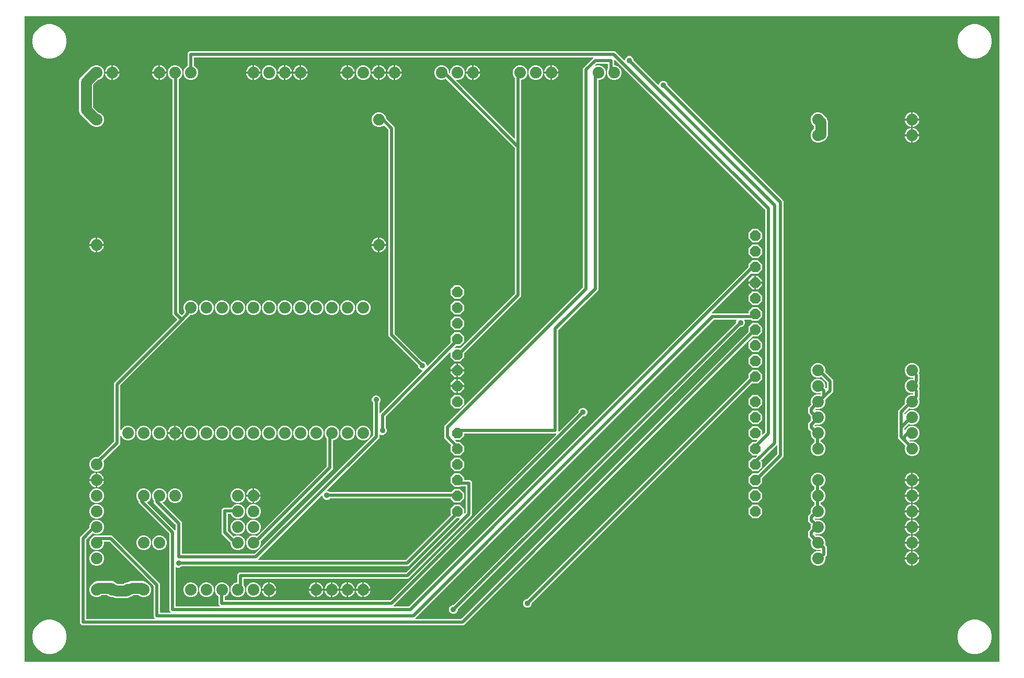
<source format=gbr>
G04 EAGLE Gerber RS-274X export*
G75*
%MOMM*%
%FSLAX34Y34*%
%LPD*%
%INTop Copper*%
%IPPOS*%
%AMOC8*
5,1,8,0,0,1.08239X$1,22.5*%
G01*
%ADD10C,1.879600*%
%ADD11P,1.814519X8X292.500000*%
%ADD12C,0.508000*%
%ADD13C,1.778000*%
%ADD14C,0.914400*%

G36*
X1589098Y10164D02*
X1589098Y10164D01*
X1589117Y10162D01*
X1589219Y10184D01*
X1589321Y10200D01*
X1589338Y10210D01*
X1589358Y10214D01*
X1589447Y10267D01*
X1589538Y10316D01*
X1589552Y10330D01*
X1589569Y10340D01*
X1589636Y10419D01*
X1589708Y10494D01*
X1589716Y10512D01*
X1589729Y10527D01*
X1589768Y10623D01*
X1589811Y10717D01*
X1589813Y10737D01*
X1589821Y10755D01*
X1589839Y10922D01*
X1589839Y1055878D01*
X1589836Y1055898D01*
X1589838Y1055917D01*
X1589816Y1056019D01*
X1589800Y1056121D01*
X1589790Y1056138D01*
X1589786Y1056158D01*
X1589733Y1056247D01*
X1589684Y1056338D01*
X1589670Y1056352D01*
X1589660Y1056369D01*
X1589581Y1056436D01*
X1589506Y1056508D01*
X1589488Y1056516D01*
X1589473Y1056529D01*
X1589377Y1056568D01*
X1589283Y1056611D01*
X1589263Y1056613D01*
X1589245Y1056621D01*
X1589078Y1056639D01*
X10922Y1056639D01*
X10902Y1056636D01*
X10883Y1056638D01*
X10781Y1056616D01*
X10679Y1056600D01*
X10662Y1056590D01*
X10642Y1056586D01*
X10553Y1056533D01*
X10462Y1056484D01*
X10448Y1056470D01*
X10431Y1056460D01*
X10364Y1056381D01*
X10292Y1056306D01*
X10284Y1056288D01*
X10271Y1056273D01*
X10232Y1056177D01*
X10189Y1056083D01*
X10187Y1056063D01*
X10179Y1056045D01*
X10161Y1055878D01*
X10161Y10922D01*
X10164Y10902D01*
X10162Y10883D01*
X10184Y10781D01*
X10200Y10679D01*
X10210Y10662D01*
X10214Y10642D01*
X10267Y10553D01*
X10316Y10462D01*
X10330Y10448D01*
X10340Y10431D01*
X10419Y10364D01*
X10494Y10292D01*
X10512Y10284D01*
X10527Y10271D01*
X10623Y10232D01*
X10717Y10189D01*
X10737Y10187D01*
X10755Y10179D01*
X10922Y10161D01*
X1589078Y10161D01*
X1589098Y10164D01*
G37*
%LPC*%
G36*
X102895Y69919D02*
X102895Y69919D01*
X99919Y72895D01*
X99919Y212105D01*
X114838Y227024D01*
X114891Y227097D01*
X114951Y227167D01*
X114963Y227197D01*
X114982Y227223D01*
X115009Y227310D01*
X115043Y227395D01*
X115047Y227436D01*
X115054Y227458D01*
X115053Y227491D01*
X115061Y227562D01*
X115061Y230975D01*
X116879Y235363D01*
X120237Y238721D01*
X124625Y240539D01*
X129375Y240539D01*
X133763Y238721D01*
X137121Y235363D01*
X138939Y230975D01*
X138939Y226225D01*
X137121Y221837D01*
X133763Y218479D01*
X129375Y216661D01*
X124625Y216661D01*
X121009Y218159D01*
X120895Y218186D01*
X120782Y218214D01*
X120776Y218214D01*
X120770Y218215D01*
X120653Y218204D01*
X120537Y218195D01*
X120531Y218193D01*
X120525Y218192D01*
X120417Y218144D01*
X120310Y218099D01*
X120305Y218094D01*
X120300Y218092D01*
X120286Y218080D01*
X120179Y217994D01*
X110304Y208118D01*
X110251Y208045D01*
X110191Y207975D01*
X110179Y207945D01*
X110160Y207919D01*
X110133Y207832D01*
X110099Y207747D01*
X110095Y207706D01*
X110088Y207684D01*
X110089Y207651D01*
X110081Y207580D01*
X110081Y80842D01*
X110084Y80822D01*
X110082Y80803D01*
X110104Y80701D01*
X110120Y80599D01*
X110130Y80582D01*
X110134Y80562D01*
X110187Y80473D01*
X110236Y80382D01*
X110250Y80368D01*
X110260Y80351D01*
X110339Y80284D01*
X110414Y80212D01*
X110432Y80204D01*
X110447Y80191D01*
X110543Y80152D01*
X110637Y80109D01*
X110657Y80107D01*
X110675Y80099D01*
X110842Y80081D01*
X220896Y80081D01*
X220967Y80092D01*
X221039Y80094D01*
X221088Y80112D01*
X221139Y80120D01*
X221202Y80154D01*
X221270Y80179D01*
X221310Y80211D01*
X221356Y80236D01*
X221406Y80288D01*
X221462Y80332D01*
X221490Y80376D01*
X221526Y80414D01*
X221556Y80479D01*
X221595Y80539D01*
X221607Y80590D01*
X221629Y80637D01*
X221637Y80708D01*
X221655Y80778D01*
X221651Y80830D01*
X221656Y80881D01*
X221641Y80952D01*
X221636Y81023D01*
X221615Y81071D01*
X221604Y81122D01*
X221567Y81183D01*
X221539Y81249D01*
X221495Y81305D01*
X221478Y81333D01*
X221460Y81348D01*
X221435Y81380D01*
X219919Y82895D01*
X219919Y132580D01*
X219905Y132670D01*
X219897Y132761D01*
X219885Y132791D01*
X219880Y132823D01*
X219837Y132904D01*
X219801Y132987D01*
X219775Y133020D01*
X219764Y133040D01*
X219741Y133062D01*
X219696Y133118D01*
X148118Y204696D01*
X148045Y204749D01*
X147975Y204809D01*
X147945Y204821D01*
X147919Y204840D01*
X147832Y204867D01*
X147747Y204901D01*
X147706Y204905D01*
X147684Y204912D01*
X147651Y204911D01*
X147580Y204919D01*
X139700Y204919D01*
X139680Y204916D01*
X139661Y204918D01*
X139559Y204896D01*
X139457Y204880D01*
X139440Y204870D01*
X139420Y204866D01*
X139331Y204813D01*
X139240Y204764D01*
X139226Y204750D01*
X139209Y204740D01*
X139142Y204661D01*
X139070Y204586D01*
X139062Y204568D01*
X139049Y204553D01*
X139010Y204457D01*
X138967Y204363D01*
X138965Y204343D01*
X138957Y204325D01*
X138939Y204158D01*
X138939Y200825D01*
X137121Y196437D01*
X133763Y193079D01*
X129375Y191261D01*
X124625Y191261D01*
X120237Y193079D01*
X116879Y196437D01*
X115061Y200825D01*
X115061Y205575D01*
X116879Y209963D01*
X120237Y213321D01*
X121632Y213899D01*
X121687Y213933D01*
X121748Y213959D01*
X121812Y214011D01*
X121841Y214028D01*
X121853Y214043D01*
X121878Y214064D01*
X122895Y215081D01*
X124334Y215081D01*
X124398Y215091D01*
X124464Y215092D01*
X124544Y215115D01*
X124577Y215120D01*
X124594Y215130D01*
X124625Y215139D01*
X129375Y215139D01*
X129439Y215124D01*
X129499Y215099D01*
X129582Y215090D01*
X129614Y215083D01*
X129634Y215084D01*
X129666Y215081D01*
X152105Y215081D01*
X230081Y137105D01*
X230081Y90842D01*
X230083Y90827D01*
X230082Y90814D01*
X230083Y90810D01*
X230082Y90803D01*
X230104Y90701D01*
X230120Y90599D01*
X230130Y90582D01*
X230134Y90562D01*
X230187Y90473D01*
X230236Y90382D01*
X230250Y90368D01*
X230260Y90351D01*
X230339Y90284D01*
X230414Y90212D01*
X230432Y90204D01*
X230447Y90191D01*
X230543Y90152D01*
X230637Y90109D01*
X230657Y90107D01*
X230675Y90099D01*
X230842Y90081D01*
X245896Y90081D01*
X245967Y90092D01*
X246039Y90094D01*
X246088Y90112D01*
X246139Y90120D01*
X246202Y90154D01*
X246270Y90179D01*
X246310Y90211D01*
X246356Y90236D01*
X246406Y90288D01*
X246462Y90332D01*
X246490Y90376D01*
X246526Y90414D01*
X246556Y90479D01*
X246595Y90539D01*
X246607Y90590D01*
X246629Y90637D01*
X246637Y90708D01*
X246655Y90778D01*
X246651Y90830D01*
X246656Y90881D01*
X246641Y90952D01*
X246636Y91023D01*
X246615Y91071D01*
X246604Y91122D01*
X246567Y91183D01*
X246539Y91249D01*
X246495Y91305D01*
X246478Y91333D01*
X246469Y91341D01*
X246467Y91344D01*
X246456Y91353D01*
X246435Y91380D01*
X244919Y92895D01*
X244919Y217580D01*
X244905Y217670D01*
X244897Y217761D01*
X244885Y217791D01*
X244880Y217823D01*
X244837Y217904D01*
X244801Y217987D01*
X244775Y218020D01*
X244764Y218040D01*
X244741Y218062D01*
X244696Y218118D01*
X194919Y267895D01*
X194919Y270481D01*
X194905Y270572D01*
X194897Y270662D01*
X194885Y270692D01*
X194880Y270724D01*
X194837Y270805D01*
X194801Y270889D01*
X194775Y270921D01*
X194764Y270942D01*
X194741Y270964D01*
X194714Y270998D01*
X194713Y270999D01*
X194712Y271000D01*
X194696Y271020D01*
X193079Y272637D01*
X191261Y277025D01*
X191261Y281775D01*
X193079Y286163D01*
X196437Y289521D01*
X200825Y291339D01*
X205575Y291339D01*
X209963Y289521D01*
X213321Y286163D01*
X215139Y281775D01*
X215139Y277025D01*
X213321Y272637D01*
X209963Y269279D01*
X209561Y269113D01*
X209522Y269088D01*
X209479Y269073D01*
X209418Y269024D01*
X209352Y268983D01*
X209323Y268948D01*
X209287Y268919D01*
X209245Y268853D01*
X209195Y268793D01*
X209179Y268751D01*
X209154Y268712D01*
X209135Y268636D01*
X209107Y268564D01*
X209105Y268518D01*
X209094Y268473D01*
X209100Y268396D01*
X209097Y268318D01*
X209110Y268274D01*
X209113Y268228D01*
X209144Y268157D01*
X209165Y268082D01*
X209192Y268044D01*
X209209Y268002D01*
X209295Y267895D01*
X209306Y267880D01*
X209310Y267877D01*
X209314Y267871D01*
X253620Y223565D01*
X253678Y223524D01*
X253730Y223474D01*
X253777Y223452D01*
X253819Y223422D01*
X253888Y223401D01*
X253953Y223371D01*
X254005Y223365D01*
X254055Y223350D01*
X254126Y223351D01*
X254197Y223344D01*
X254248Y223355D01*
X254300Y223356D01*
X254368Y223381D01*
X254438Y223396D01*
X254482Y223422D01*
X254531Y223440D01*
X254587Y223485D01*
X254649Y223522D01*
X254683Y223562D01*
X254723Y223594D01*
X254762Y223654D01*
X254809Y223709D01*
X254828Y223757D01*
X254856Y223801D01*
X254874Y223870D01*
X254901Y223937D01*
X254909Y224008D01*
X254917Y224040D01*
X254915Y224063D01*
X254919Y224104D01*
X254919Y232580D01*
X254905Y232670D01*
X254897Y232761D01*
X254885Y232791D01*
X254880Y232823D01*
X254837Y232904D01*
X254801Y232987D01*
X254775Y233020D01*
X254764Y233040D01*
X254741Y233062D01*
X254696Y233118D01*
X219919Y267895D01*
X219919Y270881D01*
X219905Y270972D01*
X219897Y271062D01*
X219885Y271092D01*
X219880Y271124D01*
X219837Y271205D01*
X219801Y271289D01*
X219775Y271321D01*
X219764Y271342D01*
X219741Y271364D01*
X219696Y271420D01*
X218479Y272637D01*
X216661Y277025D01*
X216661Y281775D01*
X218479Y286163D01*
X221837Y289521D01*
X226225Y291339D01*
X230975Y291339D01*
X235363Y289521D01*
X238721Y286163D01*
X240539Y281775D01*
X240539Y277025D01*
X238721Y272637D01*
X235363Y269279D01*
X234678Y268995D01*
X234639Y268971D01*
X234596Y268955D01*
X234536Y268907D01*
X234469Y268866D01*
X234440Y268830D01*
X234404Y268802D01*
X234362Y268736D01*
X234313Y268676D01*
X234296Y268633D01*
X234271Y268595D01*
X234252Y268519D01*
X234224Y268447D01*
X234222Y268401D01*
X234211Y268356D01*
X234217Y268279D01*
X234214Y268201D01*
X234227Y268157D01*
X234230Y268111D01*
X234261Y268040D01*
X234282Y267965D01*
X234309Y267927D01*
X234327Y267885D01*
X234412Y267778D01*
X234423Y267763D01*
X234427Y267760D01*
X234431Y267754D01*
X265081Y237105D01*
X265081Y185842D01*
X265084Y185822D01*
X265082Y185803D01*
X265104Y185701D01*
X265120Y185599D01*
X265130Y185582D01*
X265134Y185562D01*
X265187Y185473D01*
X265236Y185382D01*
X265250Y185368D01*
X265260Y185351D01*
X265339Y185284D01*
X265414Y185212D01*
X265432Y185204D01*
X265447Y185191D01*
X265543Y185152D01*
X265637Y185109D01*
X265657Y185107D01*
X265675Y185099D01*
X265842Y185081D01*
X382580Y185081D01*
X382670Y185095D01*
X382761Y185103D01*
X382791Y185115D01*
X382823Y185120D01*
X382904Y185163D01*
X382987Y185199D01*
X383020Y185225D01*
X383040Y185236D01*
X383062Y185259D01*
X383118Y185304D01*
X574696Y376882D01*
X574749Y376955D01*
X574809Y377025D01*
X574821Y377055D01*
X574840Y377081D01*
X574867Y377168D01*
X574901Y377253D01*
X574905Y377294D01*
X574912Y377316D01*
X574911Y377349D01*
X574919Y377420D01*
X574919Y429706D01*
X574905Y429797D01*
X574897Y429887D01*
X574885Y429917D01*
X574880Y429949D01*
X574837Y430030D01*
X574801Y430114D01*
X574775Y430146D01*
X574764Y430167D01*
X574741Y430189D01*
X574696Y430245D01*
X573970Y430971D01*
X572887Y433585D01*
X572887Y436415D01*
X573970Y439029D01*
X575971Y441030D01*
X578585Y442113D01*
X581415Y442113D01*
X584029Y441030D01*
X586030Y439029D01*
X587113Y436415D01*
X587113Y433585D01*
X586030Y430971D01*
X585304Y430245D01*
X585251Y430171D01*
X585191Y430101D01*
X585179Y430071D01*
X585160Y430045D01*
X585133Y429958D01*
X585099Y429873D01*
X585095Y429832D01*
X585088Y429810D01*
X585089Y429778D01*
X585081Y429706D01*
X585081Y414104D01*
X585092Y414033D01*
X585094Y413961D01*
X585112Y413912D01*
X585120Y413861D01*
X585154Y413798D01*
X585179Y413730D01*
X585211Y413690D01*
X585236Y413644D01*
X585288Y413594D01*
X585332Y413538D01*
X585376Y413510D01*
X585414Y413474D01*
X585479Y413444D01*
X585539Y413405D01*
X585590Y413393D01*
X585637Y413371D01*
X585708Y413363D01*
X585778Y413345D01*
X585830Y413349D01*
X585881Y413344D01*
X585952Y413359D01*
X586023Y413364D01*
X586071Y413385D01*
X586122Y413396D01*
X586183Y413433D01*
X586249Y413461D01*
X586305Y413505D01*
X586333Y413522D01*
X586348Y413540D01*
X586380Y413565D01*
X588118Y415304D01*
X654403Y481588D01*
X654444Y481646D01*
X654494Y481698D01*
X654516Y481745D01*
X654546Y481787D01*
X654567Y481856D01*
X654597Y481921D01*
X654603Y481973D01*
X654618Y482023D01*
X654617Y482094D01*
X654624Y482165D01*
X654613Y482216D01*
X654612Y482268D01*
X654587Y482336D01*
X654572Y482406D01*
X654545Y482451D01*
X654528Y482499D01*
X654483Y482555D01*
X654446Y482617D01*
X654406Y482651D01*
X654374Y482691D01*
X654314Y482730D01*
X654259Y482777D01*
X654211Y482796D01*
X654167Y482824D01*
X654098Y482842D01*
X654031Y482869D01*
X653960Y482877D01*
X653928Y482885D01*
X653905Y482883D01*
X653864Y482887D01*
X653585Y482887D01*
X650971Y483970D01*
X648970Y485971D01*
X647887Y488585D01*
X647887Y489612D01*
X647873Y489702D01*
X647865Y489793D01*
X647853Y489823D01*
X647848Y489855D01*
X647805Y489936D01*
X647769Y490019D01*
X647743Y490052D01*
X647732Y490072D01*
X647709Y490094D01*
X647664Y490150D01*
X599919Y537895D01*
X599919Y872580D01*
X599905Y872670D01*
X599897Y872761D01*
X599885Y872791D01*
X599880Y872823D01*
X599837Y872904D01*
X599801Y872988D01*
X599775Y873020D01*
X599764Y873040D01*
X599741Y873063D01*
X599696Y873118D01*
X592988Y879827D01*
X592971Y879839D01*
X592959Y879854D01*
X592872Y879910D01*
X592788Y879971D01*
X592769Y879977D01*
X592752Y879987D01*
X592652Y880013D01*
X592553Y880043D01*
X592533Y880043D01*
X592514Y880047D01*
X592411Y880039D01*
X592307Y880037D01*
X592288Y880030D01*
X592268Y880028D01*
X592174Y879988D01*
X592076Y879952D01*
X592060Y879940D01*
X592042Y879932D01*
X591911Y879827D01*
X590963Y878879D01*
X586575Y877061D01*
X581825Y877061D01*
X577437Y878879D01*
X574079Y882237D01*
X572261Y886625D01*
X572261Y891375D01*
X574079Y895763D01*
X577437Y899121D01*
X581825Y900939D01*
X586575Y900939D01*
X590963Y899121D01*
X594321Y895763D01*
X596139Y891375D01*
X596139Y891362D01*
X596153Y891272D01*
X596161Y891181D01*
X596173Y891151D01*
X596178Y891119D01*
X596221Y891038D01*
X596257Y890954D01*
X596283Y890922D01*
X596294Y890902D01*
X596317Y890879D01*
X596362Y890824D01*
X606882Y880304D01*
X610081Y877105D01*
X610081Y542420D01*
X610095Y542330D01*
X610103Y542239D01*
X610115Y542209D01*
X610120Y542177D01*
X610163Y542096D01*
X610199Y542013D01*
X610225Y541980D01*
X610236Y541960D01*
X610259Y541938D01*
X610304Y541882D01*
X654850Y497336D01*
X654923Y497283D01*
X654993Y497223D01*
X655023Y497211D01*
X655049Y497192D01*
X655136Y497165D01*
X655221Y497131D01*
X655262Y497127D01*
X655284Y497120D01*
X655317Y497121D01*
X655388Y497113D01*
X656415Y497113D01*
X659029Y496030D01*
X661030Y494029D01*
X662113Y491415D01*
X662113Y491136D01*
X662124Y491065D01*
X662126Y490993D01*
X662144Y490944D01*
X662152Y490893D01*
X662186Y490830D01*
X662211Y490762D01*
X662243Y490722D01*
X662268Y490676D01*
X662319Y490626D01*
X662364Y490570D01*
X662408Y490542D01*
X662446Y490506D01*
X662511Y490476D01*
X662571Y490437D01*
X662622Y490425D01*
X662669Y490403D01*
X662740Y490395D01*
X662810Y490377D01*
X662862Y490381D01*
X662913Y490376D01*
X662984Y490391D01*
X663055Y490396D01*
X663103Y490417D01*
X663154Y490428D01*
X663215Y490465D01*
X663281Y490493D01*
X663337Y490537D01*
X663365Y490554D01*
X663380Y490572D01*
X663412Y490597D01*
X700446Y527631D01*
X700457Y527647D01*
X700473Y527659D01*
X700529Y527747D01*
X700589Y527831D01*
X700595Y527850D01*
X700606Y527866D01*
X700631Y527967D01*
X700661Y528066D01*
X700661Y528086D01*
X700666Y528105D01*
X700658Y528208D01*
X700655Y528312D01*
X700648Y528330D01*
X700647Y528350D01*
X700606Y528445D01*
X700571Y528543D01*
X700558Y528558D01*
X700550Y528576D01*
X700446Y528707D01*
X700277Y528876D01*
X700277Y537924D01*
X706676Y544323D01*
X715724Y544323D01*
X722123Y537924D01*
X722123Y528876D01*
X715724Y522477D01*
X709978Y522477D01*
X709888Y522463D01*
X709797Y522455D01*
X709767Y522443D01*
X709735Y522438D01*
X709655Y522395D01*
X709571Y522359D01*
X709538Y522333D01*
X709518Y522322D01*
X709496Y522299D01*
X709440Y522254D01*
X707407Y520222D01*
X707366Y520164D01*
X707316Y520112D01*
X707294Y520065D01*
X707264Y520023D01*
X707243Y519954D01*
X707213Y519889D01*
X707207Y519837D01*
X707192Y519787D01*
X707193Y519716D01*
X707186Y519645D01*
X707197Y519594D01*
X707198Y519542D01*
X707223Y519474D01*
X707238Y519404D01*
X707265Y519359D01*
X707282Y519311D01*
X707327Y519255D01*
X707364Y519193D01*
X707404Y519159D01*
X707436Y519119D01*
X707496Y519080D01*
X707551Y519033D01*
X707599Y519014D01*
X707643Y518986D01*
X707712Y518968D01*
X707779Y518941D01*
X707850Y518933D01*
X707882Y518925D01*
X707905Y518927D01*
X707946Y518923D01*
X715728Y518923D01*
X715808Y518871D01*
X715892Y518811D01*
X715911Y518805D01*
X715928Y518794D01*
X716028Y518769D01*
X716127Y518739D01*
X716147Y518739D01*
X716167Y518734D01*
X716270Y518742D01*
X716373Y518745D01*
X716392Y518752D01*
X716412Y518753D01*
X716507Y518794D01*
X716604Y518829D01*
X716620Y518842D01*
X716638Y518850D01*
X716769Y518954D01*
X804696Y606882D01*
X804749Y606955D01*
X804809Y607025D01*
X804821Y607055D01*
X804840Y607081D01*
X804867Y607168D01*
X804901Y607253D01*
X804905Y607294D01*
X804912Y607316D01*
X804911Y607349D01*
X804919Y607420D01*
X804919Y842580D01*
X804905Y842670D01*
X804897Y842761D01*
X804885Y842791D01*
X804880Y842823D01*
X804837Y842904D01*
X804801Y842987D01*
X804775Y843020D01*
X804764Y843040D01*
X804741Y843062D01*
X804696Y843118D01*
X693045Y954770D01*
X692951Y954837D01*
X692856Y954908D01*
X692850Y954910D01*
X692845Y954913D01*
X692734Y954948D01*
X692622Y954984D01*
X692616Y954984D01*
X692610Y954986D01*
X692493Y954983D01*
X692376Y954982D01*
X692369Y954980D01*
X692364Y954979D01*
X692347Y954973D01*
X692215Y954935D01*
X688175Y953261D01*
X683425Y953261D01*
X679037Y955079D01*
X675679Y958437D01*
X673861Y962825D01*
X673861Y967575D01*
X675679Y971963D01*
X679037Y975321D01*
X683425Y977139D01*
X688175Y977139D01*
X692563Y975321D01*
X695921Y971963D01*
X697739Y967575D01*
X697739Y964762D01*
X697742Y964745D01*
X697740Y964729D01*
X697754Y964661D01*
X697761Y964579D01*
X697775Y964542D01*
X697778Y964519D01*
X697790Y964497D01*
X697792Y964488D01*
X697798Y964478D01*
X697819Y964421D01*
X697861Y964364D01*
X697894Y964302D01*
X697917Y964280D01*
X697918Y964277D01*
X697928Y964269D01*
X697932Y964265D01*
X697963Y964222D01*
X698021Y964181D01*
X698072Y964132D01*
X698120Y964110D01*
X698163Y964079D01*
X698231Y964058D01*
X698295Y964029D01*
X698348Y964023D01*
X698399Y964007D01*
X698469Y964009D01*
X698539Y964002D01*
X698591Y964013D01*
X698645Y964014D01*
X698711Y964039D01*
X698780Y964054D01*
X698825Y964081D01*
X698875Y964099D01*
X698930Y964144D01*
X698991Y964180D01*
X699025Y964220D01*
X699067Y964254D01*
X699105Y964313D01*
X699114Y964324D01*
X699130Y964340D01*
X699131Y964344D01*
X699151Y964367D01*
X699171Y964416D01*
X699199Y964461D01*
X699215Y964524D01*
X699233Y964563D01*
X699234Y964574D01*
X699243Y964595D01*
X699251Y964668D01*
X699259Y964700D01*
X699257Y964722D01*
X699261Y964762D01*
X699261Y967575D01*
X701079Y971963D01*
X704437Y975321D01*
X708825Y977139D01*
X713575Y977139D01*
X717963Y975321D01*
X721321Y971963D01*
X723139Y967575D01*
X723139Y962825D01*
X721321Y958437D01*
X717963Y955079D01*
X713575Y953261D01*
X710762Y953261D01*
X710691Y953250D01*
X710619Y953248D01*
X710570Y953230D01*
X710519Y953222D01*
X710456Y953188D01*
X710388Y953163D01*
X710348Y953131D01*
X710302Y953106D01*
X710252Y953055D01*
X710196Y953010D01*
X710168Y952966D01*
X710132Y952928D01*
X710102Y952863D01*
X710063Y952803D01*
X710051Y952752D01*
X710029Y952705D01*
X710021Y952634D01*
X710003Y952564D01*
X710007Y952512D01*
X710002Y952461D01*
X710017Y952390D01*
X710022Y952319D01*
X710043Y952271D01*
X710054Y952220D01*
X710091Y952159D01*
X710119Y952093D01*
X710163Y952037D01*
X710180Y952009D01*
X710198Y951994D01*
X710223Y951962D01*
X803620Y858565D01*
X803678Y858524D01*
X803730Y858474D01*
X803777Y858452D01*
X803819Y858422D01*
X803888Y858401D01*
X803953Y858371D01*
X804005Y858365D01*
X804055Y858350D01*
X804126Y858351D01*
X804197Y858344D01*
X804248Y858355D01*
X804300Y858356D01*
X804368Y858381D01*
X804438Y858396D01*
X804482Y858422D01*
X804531Y858440D01*
X804587Y858485D01*
X804649Y858522D01*
X804683Y858562D01*
X804723Y858594D01*
X804762Y858654D01*
X804809Y858709D01*
X804828Y858757D01*
X804856Y858801D01*
X804874Y858870D01*
X804901Y858937D01*
X804909Y859008D01*
X804917Y859040D01*
X804915Y859063D01*
X804919Y859104D01*
X804919Y955881D01*
X804905Y955972D01*
X804897Y956062D01*
X804885Y956092D01*
X804880Y956124D01*
X804837Y956205D01*
X804801Y956289D01*
X804775Y956321D01*
X804764Y956342D01*
X804741Y956364D01*
X804696Y956420D01*
X802679Y958437D01*
X800861Y962825D01*
X800861Y967575D01*
X802679Y971963D01*
X806037Y975321D01*
X810425Y977139D01*
X815175Y977139D01*
X819563Y975321D01*
X822921Y971963D01*
X824739Y967575D01*
X824739Y962825D01*
X822921Y958437D01*
X819563Y955079D01*
X815551Y953417D01*
X815451Y953355D01*
X815351Y953295D01*
X815347Y953291D01*
X815342Y953287D01*
X815267Y953198D01*
X815191Y953109D01*
X815189Y953103D01*
X815185Y953098D01*
X815143Y952990D01*
X815099Y952880D01*
X815098Y952873D01*
X815097Y952868D01*
X815096Y952850D01*
X815081Y952714D01*
X815081Y602895D01*
X722346Y510160D01*
X722293Y510087D01*
X722233Y510017D01*
X722221Y509987D01*
X722202Y509961D01*
X722175Y509874D01*
X722141Y509789D01*
X722137Y509748D01*
X722130Y509726D01*
X722131Y509693D01*
X722123Y509622D01*
X722123Y503476D01*
X715724Y497077D01*
X706676Y497077D01*
X700277Y503476D01*
X700277Y511254D01*
X700266Y511325D01*
X700264Y511397D01*
X700246Y511446D01*
X700238Y511497D01*
X700204Y511560D01*
X700179Y511628D01*
X700147Y511668D01*
X700122Y511714D01*
X700070Y511764D01*
X700026Y511820D01*
X699982Y511848D01*
X699944Y511884D01*
X699879Y511914D01*
X699819Y511953D01*
X699768Y511965D01*
X699721Y511987D01*
X699650Y511995D01*
X699580Y512013D01*
X699528Y512009D01*
X699477Y512014D01*
X699406Y511999D01*
X699335Y511994D01*
X699287Y511973D01*
X699236Y511962D01*
X699175Y511925D01*
X699109Y511897D01*
X699053Y511853D01*
X699025Y511836D01*
X699010Y511818D01*
X698978Y511793D01*
X595304Y408118D01*
X595251Y408045D01*
X595191Y407975D01*
X595179Y407945D01*
X595160Y407919D01*
X595133Y407832D01*
X595099Y407747D01*
X595095Y407706D01*
X595088Y407684D01*
X595089Y407651D01*
X595081Y407580D01*
X595081Y390294D01*
X595095Y390203D01*
X595103Y390113D01*
X595115Y390083D01*
X595120Y390051D01*
X595163Y389970D01*
X595199Y389886D01*
X595225Y389854D01*
X595236Y389833D01*
X595259Y389811D01*
X595304Y389755D01*
X596030Y389029D01*
X597113Y386415D01*
X597113Y383585D01*
X596030Y380971D01*
X594029Y378970D01*
X591415Y377887D01*
X588585Y377887D01*
X586133Y378903D01*
X586089Y378913D01*
X586047Y378933D01*
X585970Y378941D01*
X585894Y378959D01*
X585848Y378955D01*
X585803Y378960D01*
X585726Y378943D01*
X585649Y378936D01*
X585607Y378917D01*
X585562Y378908D01*
X585495Y378868D01*
X585424Y378836D01*
X585390Y378805D01*
X585351Y378781D01*
X585300Y378722D01*
X585243Y378670D01*
X585221Y378629D01*
X585191Y378594D01*
X585162Y378522D01*
X585125Y378454D01*
X585116Y378409D01*
X585099Y378366D01*
X585084Y378230D01*
X585081Y378212D01*
X585082Y378207D01*
X585081Y378200D01*
X585081Y372895D01*
X500597Y288412D01*
X500556Y288354D01*
X500506Y288302D01*
X500484Y288255D01*
X500454Y288213D01*
X500433Y288144D01*
X500403Y288079D01*
X500397Y288027D01*
X500382Y287977D01*
X500383Y287906D01*
X500376Y287835D01*
X500387Y287784D01*
X500388Y287732D01*
X500413Y287664D01*
X500428Y287594D01*
X500454Y287550D01*
X500472Y287501D01*
X500517Y287445D01*
X500554Y287383D01*
X500594Y287349D01*
X500626Y287309D01*
X500686Y287270D01*
X500741Y287223D01*
X500789Y287204D01*
X500833Y287176D01*
X500902Y287158D01*
X500969Y287131D01*
X501040Y287123D01*
X501072Y287115D01*
X501095Y287117D01*
X501136Y287113D01*
X501415Y287113D01*
X504029Y286030D01*
X504755Y285304D01*
X504829Y285251D01*
X504899Y285191D01*
X504929Y285179D01*
X504955Y285160D01*
X505042Y285133D01*
X505127Y285099D01*
X505168Y285095D01*
X505190Y285088D01*
X505222Y285089D01*
X505294Y285081D01*
X701118Y285081D01*
X701208Y285095D01*
X701299Y285103D01*
X701329Y285115D01*
X701361Y285120D01*
X701442Y285163D01*
X701526Y285199D01*
X701558Y285225D01*
X701578Y285236D01*
X701601Y285259D01*
X701657Y285304D01*
X706676Y290323D01*
X715724Y290323D01*
X722123Y283924D01*
X722123Y274876D01*
X715724Y268477D01*
X706676Y268477D01*
X700457Y274696D01*
X700383Y274749D01*
X700313Y274809D01*
X700283Y274821D01*
X700257Y274840D01*
X700170Y274867D01*
X700085Y274901D01*
X700044Y274905D01*
X700022Y274912D01*
X699990Y274911D01*
X699918Y274919D01*
X505294Y274919D01*
X505203Y274905D01*
X505113Y274897D01*
X505083Y274885D01*
X505051Y274880D01*
X504970Y274837D01*
X504886Y274801D01*
X504854Y274775D01*
X504833Y274764D01*
X504811Y274741D01*
X504755Y274696D01*
X504029Y273970D01*
X501415Y272887D01*
X498585Y272887D01*
X495971Y273970D01*
X493970Y275971D01*
X492887Y278585D01*
X492887Y278864D01*
X492876Y278935D01*
X492874Y279007D01*
X492856Y279056D01*
X492848Y279107D01*
X492814Y279170D01*
X492789Y279238D01*
X492757Y279278D01*
X492732Y279324D01*
X492680Y279374D01*
X492636Y279430D01*
X492592Y279458D01*
X492554Y279494D01*
X492489Y279524D01*
X492429Y279563D01*
X492378Y279575D01*
X492331Y279597D01*
X492260Y279605D01*
X492190Y279623D01*
X492138Y279619D01*
X492087Y279624D01*
X492016Y279609D01*
X491945Y279604D01*
X491897Y279583D01*
X491846Y279572D01*
X491785Y279535D01*
X491719Y279507D01*
X491663Y279463D01*
X491635Y279446D01*
X491620Y279428D01*
X491588Y279403D01*
X390304Y178118D01*
X388565Y176380D01*
X388524Y176322D01*
X388474Y176270D01*
X388452Y176223D01*
X388422Y176181D01*
X388401Y176112D01*
X388371Y176047D01*
X388365Y175995D01*
X388350Y175945D01*
X388351Y175874D01*
X388344Y175803D01*
X388355Y175752D01*
X388356Y175700D01*
X388381Y175632D01*
X388396Y175562D01*
X388423Y175517D01*
X388440Y175469D01*
X388485Y175413D01*
X388522Y175351D01*
X388562Y175317D01*
X388594Y175277D01*
X388654Y175238D01*
X388709Y175191D01*
X388757Y175172D01*
X388801Y175144D01*
X388870Y175126D01*
X388937Y175099D01*
X389008Y175091D01*
X389040Y175083D01*
X389063Y175085D01*
X389104Y175081D01*
X627580Y175081D01*
X627670Y175095D01*
X627761Y175103D01*
X627791Y175115D01*
X627823Y175120D01*
X627904Y175163D01*
X627987Y175199D01*
X628020Y175225D01*
X628040Y175236D01*
X628062Y175259D01*
X628118Y175304D01*
X700746Y247931D01*
X700757Y247947D01*
X700773Y247959D01*
X700829Y248047D01*
X700889Y248131D01*
X700895Y248150D01*
X700906Y248166D01*
X700931Y248267D01*
X700961Y248366D01*
X700961Y248386D01*
X700966Y248405D01*
X700958Y248508D01*
X700955Y248611D01*
X700948Y248630D01*
X700947Y248650D01*
X700906Y248745D01*
X700871Y248843D01*
X700858Y248858D01*
X700850Y248876D01*
X700746Y249007D01*
X700277Y249476D01*
X700277Y258524D01*
X706676Y264923D01*
X715724Y264923D01*
X722123Y258524D01*
X722123Y251146D01*
X722134Y251075D01*
X722136Y251003D01*
X722154Y250954D01*
X722162Y250903D01*
X722196Y250840D01*
X722221Y250772D01*
X722253Y250732D01*
X722278Y250686D01*
X722330Y250636D01*
X722374Y250580D01*
X722418Y250552D01*
X722456Y250516D01*
X722521Y250486D01*
X722581Y250447D01*
X722632Y250435D01*
X722679Y250413D01*
X722750Y250405D01*
X722820Y250387D01*
X722872Y250391D01*
X722923Y250386D01*
X722994Y250401D01*
X723065Y250406D01*
X723113Y250427D01*
X723164Y250438D01*
X723225Y250475D01*
X723291Y250503D01*
X723347Y250547D01*
X723375Y250564D01*
X723390Y250582D01*
X723422Y250607D01*
X724696Y251882D01*
X724749Y251956D01*
X724809Y252025D01*
X724821Y252055D01*
X724840Y252081D01*
X724867Y252168D01*
X724901Y252253D01*
X724905Y252294D01*
X724912Y252316D01*
X724911Y252349D01*
X724919Y252420D01*
X724919Y294158D01*
X724916Y294178D01*
X724918Y294197D01*
X724896Y294299D01*
X724880Y294401D01*
X724870Y294418D01*
X724866Y294438D01*
X724813Y294527D01*
X724764Y294618D01*
X724750Y294632D01*
X724740Y294649D01*
X724661Y294716D01*
X724586Y294788D01*
X724568Y294796D01*
X724553Y294809D01*
X724457Y294848D01*
X724363Y294891D01*
X724343Y294893D01*
X724325Y294901D01*
X724158Y294919D01*
X717082Y294919D01*
X716992Y294905D01*
X716901Y294897D01*
X716871Y294885D01*
X716839Y294880D01*
X716758Y294837D01*
X716674Y294801D01*
X716642Y294775D01*
X716622Y294764D01*
X716599Y294741D01*
X716543Y294696D01*
X715724Y293877D01*
X706676Y293877D01*
X700277Y300276D01*
X700277Y309324D01*
X706676Y315723D01*
X715724Y315723D01*
X722123Y309324D01*
X722123Y305842D01*
X722126Y305822D01*
X722124Y305803D01*
X722146Y305701D01*
X722162Y305599D01*
X722172Y305582D01*
X722176Y305562D01*
X722229Y305473D01*
X722278Y305382D01*
X722292Y305368D01*
X722302Y305351D01*
X722381Y305284D01*
X722456Y305212D01*
X722474Y305204D01*
X722489Y305191D01*
X722585Y305152D01*
X722679Y305109D01*
X722699Y305107D01*
X722717Y305099D01*
X722884Y305081D01*
X732105Y305081D01*
X735081Y302105D01*
X735081Y247895D01*
X632105Y144919D01*
X365842Y144919D01*
X365822Y144916D01*
X365803Y144918D01*
X365701Y144896D01*
X365599Y144880D01*
X365582Y144870D01*
X365562Y144866D01*
X365473Y144813D01*
X365382Y144764D01*
X365368Y144750D01*
X365351Y144740D01*
X365284Y144661D01*
X365212Y144586D01*
X365204Y144568D01*
X365191Y144553D01*
X365152Y144457D01*
X365109Y144363D01*
X365107Y144343D01*
X365099Y144325D01*
X365081Y144158D01*
X365081Y134719D01*
X365095Y134628D01*
X365103Y134538D01*
X365115Y134508D01*
X365120Y134476D01*
X365163Y134395D01*
X365199Y134311D01*
X365225Y134279D01*
X365236Y134258D01*
X365259Y134236D01*
X365304Y134180D01*
X365721Y133763D01*
X367539Y129375D01*
X367539Y124625D01*
X365721Y120237D01*
X362363Y116879D01*
X357975Y115061D01*
X353225Y115061D01*
X348837Y116879D01*
X345479Y120237D01*
X343661Y124625D01*
X343661Y129375D01*
X345479Y133763D01*
X348837Y137121D01*
X353225Y138939D01*
X354158Y138939D01*
X354178Y138942D01*
X354197Y138940D01*
X354299Y138962D01*
X354401Y138978D01*
X354418Y138988D01*
X354438Y138992D01*
X354527Y139045D01*
X354618Y139094D01*
X354632Y139108D01*
X354649Y139118D01*
X354716Y139197D01*
X354788Y139272D01*
X354796Y139290D01*
X354809Y139305D01*
X354848Y139401D01*
X354891Y139495D01*
X354893Y139515D01*
X354901Y139533D01*
X354919Y139700D01*
X354919Y152105D01*
X357895Y155081D01*
X627580Y155081D01*
X627670Y155095D01*
X627761Y155103D01*
X627791Y155115D01*
X627823Y155120D01*
X627904Y155163D01*
X627987Y155199D01*
X628020Y155225D01*
X628040Y155236D01*
X628062Y155259D01*
X628118Y155304D01*
X714593Y241778D01*
X714634Y241836D01*
X714684Y241888D01*
X714706Y241935D01*
X714736Y241977D01*
X714757Y242046D01*
X714787Y242111D01*
X714793Y242163D01*
X714808Y242213D01*
X714807Y242284D01*
X714814Y242355D01*
X714803Y242406D01*
X714802Y242458D01*
X714777Y242526D01*
X714762Y242596D01*
X714736Y242640D01*
X714718Y242689D01*
X714673Y242745D01*
X714636Y242807D01*
X714596Y242841D01*
X714564Y242881D01*
X714504Y242920D01*
X714449Y242967D01*
X714401Y242986D01*
X714357Y243014D01*
X714288Y243032D01*
X714221Y243059D01*
X714150Y243067D01*
X714118Y243075D01*
X714095Y243073D01*
X714054Y243077D01*
X710578Y243077D01*
X710488Y243063D01*
X710397Y243055D01*
X710367Y243043D01*
X710335Y243038D01*
X710254Y242995D01*
X710170Y242959D01*
X710138Y242933D01*
X710118Y242922D01*
X710095Y242899D01*
X710040Y242854D01*
X635304Y168118D01*
X632105Y164919D01*
X265294Y164919D01*
X265203Y164905D01*
X265113Y164897D01*
X265083Y164885D01*
X265051Y164880D01*
X264970Y164837D01*
X264886Y164801D01*
X264854Y164775D01*
X264833Y164764D01*
X264811Y164741D01*
X264755Y164696D01*
X264029Y163970D01*
X261415Y162887D01*
X258585Y162887D01*
X256133Y163903D01*
X256089Y163913D01*
X256047Y163933D01*
X255970Y163941D01*
X255894Y163959D01*
X255848Y163955D01*
X255803Y163960D01*
X255726Y163943D01*
X255649Y163936D01*
X255607Y163917D01*
X255562Y163908D01*
X255495Y163868D01*
X255424Y163836D01*
X255390Y163805D01*
X255351Y163781D01*
X255300Y163722D01*
X255243Y163670D01*
X255221Y163629D01*
X255191Y163594D01*
X255162Y163522D01*
X255125Y163454D01*
X255116Y163409D01*
X255099Y163366D01*
X255084Y163230D01*
X255081Y163212D01*
X255082Y163207D01*
X255081Y163200D01*
X255081Y100842D01*
X255084Y100822D01*
X255082Y100803D01*
X255104Y100701D01*
X255120Y100599D01*
X255130Y100582D01*
X255134Y100562D01*
X255187Y100473D01*
X255236Y100382D01*
X255250Y100368D01*
X255260Y100351D01*
X255339Y100284D01*
X255414Y100212D01*
X255432Y100204D01*
X255447Y100191D01*
X255543Y100152D01*
X255637Y100109D01*
X255657Y100107D01*
X255675Y100099D01*
X255842Y100081D01*
X325896Y100081D01*
X325967Y100092D01*
X326039Y100094D01*
X326088Y100112D01*
X326139Y100120D01*
X326202Y100154D01*
X326270Y100179D01*
X326310Y100211D01*
X326356Y100236D01*
X326406Y100288D01*
X326462Y100332D01*
X326490Y100376D01*
X326526Y100414D01*
X326556Y100479D01*
X326595Y100539D01*
X326607Y100590D01*
X326629Y100637D01*
X326637Y100708D01*
X326655Y100778D01*
X326651Y100830D01*
X326656Y100881D01*
X326641Y100952D01*
X326636Y101023D01*
X326615Y101071D01*
X326604Y101122D01*
X326567Y101183D01*
X326539Y101249D01*
X326495Y101305D01*
X326478Y101333D01*
X326460Y101348D01*
X326435Y101380D01*
X324919Y102895D01*
X324919Y115756D01*
X324900Y115871D01*
X324883Y115987D01*
X324881Y115993D01*
X324880Y115999D01*
X324825Y116102D01*
X324772Y116207D01*
X324767Y116211D01*
X324764Y116216D01*
X324680Y116296D01*
X324596Y116379D01*
X324590Y116382D01*
X324586Y116386D01*
X324569Y116394D01*
X324449Y116460D01*
X323437Y116879D01*
X320079Y120237D01*
X318261Y124625D01*
X318261Y129375D01*
X320079Y133763D01*
X323437Y137121D01*
X327825Y138939D01*
X332575Y138939D01*
X336963Y137121D01*
X340321Y133763D01*
X342139Y129375D01*
X342139Y124625D01*
X340321Y120237D01*
X336963Y116879D01*
X335551Y116294D01*
X335451Y116232D01*
X335351Y116172D01*
X335347Y116168D01*
X335342Y116164D01*
X335267Y116074D01*
X335191Y115986D01*
X335189Y115980D01*
X335185Y115975D01*
X335143Y115866D01*
X335099Y115757D01*
X335098Y115750D01*
X335097Y115745D01*
X335096Y115727D01*
X335081Y115591D01*
X335081Y110842D01*
X335084Y110822D01*
X335082Y110803D01*
X335104Y110701D01*
X335120Y110599D01*
X335130Y110582D01*
X335134Y110562D01*
X335187Y110473D01*
X335236Y110382D01*
X335250Y110368D01*
X335260Y110351D01*
X335339Y110284D01*
X335414Y110212D01*
X335432Y110204D01*
X335447Y110191D01*
X335543Y110152D01*
X335637Y110109D01*
X335657Y110107D01*
X335675Y110099D01*
X335842Y110081D01*
X602580Y110081D01*
X602670Y110095D01*
X602761Y110103D01*
X602791Y110115D01*
X602823Y110120D01*
X602904Y110163D01*
X602987Y110199D01*
X603020Y110225D01*
X603040Y110236D01*
X603062Y110259D01*
X603118Y110304D01*
X871435Y378620D01*
X871476Y378678D01*
X871526Y378730D01*
X871548Y378777D01*
X871578Y378819D01*
X871599Y378888D01*
X871629Y378953D01*
X871635Y379005D01*
X871650Y379055D01*
X871649Y379126D01*
X871656Y379197D01*
X871645Y379248D01*
X871644Y379300D01*
X871619Y379368D01*
X871604Y379438D01*
X871578Y379482D01*
X871560Y379531D01*
X871515Y379587D01*
X871478Y379649D01*
X871438Y379683D01*
X871406Y379723D01*
X871346Y379762D01*
X871291Y379809D01*
X871243Y379828D01*
X871199Y379856D01*
X871130Y379874D01*
X871063Y379901D01*
X870992Y379909D01*
X870960Y379917D01*
X870937Y379915D01*
X870896Y379919D01*
X722884Y379919D01*
X722864Y379916D01*
X722845Y379918D01*
X722743Y379896D01*
X722641Y379880D01*
X722624Y379870D01*
X722604Y379866D01*
X722515Y379813D01*
X722424Y379764D01*
X722410Y379750D01*
X722393Y379740D01*
X722326Y379661D01*
X722254Y379586D01*
X722246Y379568D01*
X722233Y379553D01*
X722194Y379457D01*
X722151Y379363D01*
X722149Y379343D01*
X722141Y379325D01*
X722123Y379158D01*
X722123Y376476D01*
X715724Y370077D01*
X708946Y370077D01*
X708875Y370066D01*
X708803Y370064D01*
X708754Y370046D01*
X708703Y370038D01*
X708640Y370004D01*
X708572Y369979D01*
X708532Y369947D01*
X708486Y369922D01*
X708436Y369871D01*
X708380Y369826D01*
X708352Y369782D01*
X708316Y369744D01*
X708286Y369679D01*
X708247Y369619D01*
X708235Y369568D01*
X708213Y369521D01*
X708205Y369450D01*
X708187Y369380D01*
X708191Y369328D01*
X708186Y369277D01*
X708201Y369206D01*
X708206Y369135D01*
X708227Y369087D01*
X708238Y369036D01*
X708275Y368975D01*
X708303Y368909D01*
X708347Y368853D01*
X708364Y368825D01*
X708382Y368810D01*
X708407Y368778D01*
X710440Y366746D01*
X710513Y366693D01*
X710583Y366633D01*
X710613Y366621D01*
X710639Y366602D01*
X710726Y366575D01*
X710811Y366541D01*
X710852Y366537D01*
X710874Y366530D01*
X710907Y366531D01*
X710978Y366523D01*
X715724Y366523D01*
X722123Y360124D01*
X722123Y351076D01*
X715724Y344677D01*
X706676Y344677D01*
X700277Y351076D01*
X700277Y360124D01*
X700946Y360793D01*
X700957Y360809D01*
X700973Y360821D01*
X701029Y360908D01*
X701089Y360992D01*
X701095Y361011D01*
X701106Y361028D01*
X701131Y361129D01*
X701161Y361227D01*
X701161Y361247D01*
X701166Y361267D01*
X701158Y361370D01*
X701155Y361473D01*
X701148Y361492D01*
X701147Y361512D01*
X701106Y361607D01*
X701071Y361704D01*
X701058Y361720D01*
X701050Y361738D01*
X700946Y361869D01*
X693118Y369696D01*
X689919Y372895D01*
X689919Y392105D01*
X914696Y616882D01*
X914749Y616955D01*
X914809Y617025D01*
X914821Y617055D01*
X914840Y617081D01*
X914867Y617168D01*
X914901Y617253D01*
X914905Y617294D01*
X914912Y617316D01*
X914911Y617349D01*
X914919Y617420D01*
X914919Y972105D01*
X929696Y986882D01*
X931435Y988620D01*
X931476Y988678D01*
X931526Y988730D01*
X931548Y988777D01*
X931578Y988819D01*
X931599Y988888D01*
X931629Y988953D01*
X931635Y989005D01*
X931650Y989055D01*
X931649Y989126D01*
X931656Y989197D01*
X931645Y989248D01*
X931644Y989300D01*
X931619Y989368D01*
X931604Y989438D01*
X931577Y989483D01*
X931560Y989531D01*
X931515Y989587D01*
X931478Y989649D01*
X931438Y989683D01*
X931406Y989723D01*
X931346Y989762D01*
X931291Y989809D01*
X931243Y989828D01*
X931199Y989856D01*
X931130Y989874D01*
X931063Y989901D01*
X930992Y989909D01*
X930960Y989917D01*
X930937Y989915D01*
X930896Y989919D01*
X285842Y989919D01*
X285822Y989916D01*
X285803Y989918D01*
X285701Y989896D01*
X285599Y989880D01*
X285582Y989870D01*
X285562Y989866D01*
X285473Y989813D01*
X285382Y989764D01*
X285368Y989750D01*
X285351Y989740D01*
X285284Y989661D01*
X285212Y989586D01*
X285204Y989568D01*
X285191Y989553D01*
X285152Y989457D01*
X285109Y989363D01*
X285107Y989343D01*
X285099Y989325D01*
X285081Y989158D01*
X285081Y976278D01*
X285100Y976163D01*
X285117Y976047D01*
X285119Y976041D01*
X285120Y976035D01*
X285175Y975932D01*
X285228Y975828D01*
X285233Y975823D01*
X285236Y975818D01*
X285321Y975737D01*
X285404Y975656D01*
X285410Y975652D01*
X285414Y975648D01*
X285431Y975641D01*
X285551Y975575D01*
X286163Y975321D01*
X289521Y971963D01*
X291339Y967575D01*
X291339Y962825D01*
X289521Y958437D01*
X286163Y955079D01*
X281775Y953261D01*
X277025Y953261D01*
X272637Y955079D01*
X269279Y958437D01*
X267461Y962825D01*
X267461Y967575D01*
X269279Y971963D01*
X272637Y975321D01*
X274449Y976072D01*
X274549Y976133D01*
X274649Y976193D01*
X274653Y976198D01*
X274658Y976201D01*
X274733Y976291D01*
X274809Y976380D01*
X274811Y976386D01*
X274815Y976391D01*
X274857Y976499D01*
X274901Y976608D01*
X274902Y976616D01*
X274903Y976620D01*
X274904Y976639D01*
X274919Y976775D01*
X274919Y997105D01*
X277895Y1000081D01*
X967105Y1000081D01*
X970304Y996882D01*
X981588Y985597D01*
X981646Y985556D01*
X981698Y985506D01*
X981745Y985484D01*
X981787Y985454D01*
X981856Y985433D01*
X981921Y985403D01*
X981973Y985397D01*
X982023Y985382D01*
X982094Y985383D01*
X982165Y985376D01*
X982216Y985387D01*
X982268Y985388D01*
X982336Y985413D01*
X982406Y985428D01*
X982451Y985455D01*
X982499Y985472D01*
X982555Y985517D01*
X982617Y985554D01*
X982651Y985594D01*
X982691Y985626D01*
X982730Y985686D01*
X982777Y985741D01*
X982796Y985789D01*
X982824Y985833D01*
X982842Y985902D01*
X982869Y985969D01*
X982877Y986040D01*
X982885Y986072D01*
X982883Y986095D01*
X982887Y986136D01*
X982887Y986415D01*
X983970Y989029D01*
X985971Y991030D01*
X988585Y992113D01*
X991415Y992113D01*
X994029Y991030D01*
X996030Y989029D01*
X997113Y986415D01*
X997113Y985388D01*
X997127Y985298D01*
X997135Y985207D01*
X997147Y985177D01*
X997152Y985145D01*
X997195Y985064D01*
X997231Y984981D01*
X997257Y984948D01*
X997268Y984928D01*
X997291Y984906D01*
X997336Y984850D01*
X1036588Y945597D01*
X1036646Y945556D01*
X1036698Y945506D01*
X1036745Y945484D01*
X1036787Y945454D01*
X1036856Y945433D01*
X1036921Y945403D01*
X1036973Y945397D01*
X1037023Y945382D01*
X1037094Y945383D01*
X1037165Y945376D01*
X1037216Y945387D01*
X1037268Y945388D01*
X1037336Y945413D01*
X1037406Y945428D01*
X1037451Y945455D01*
X1037499Y945472D01*
X1037555Y945517D01*
X1037617Y945554D01*
X1037651Y945594D01*
X1037691Y945626D01*
X1037730Y945686D01*
X1037777Y945741D01*
X1037796Y945789D01*
X1037824Y945833D01*
X1037842Y945902D01*
X1037869Y945969D01*
X1037877Y946040D01*
X1037885Y946072D01*
X1037883Y946095D01*
X1037887Y946136D01*
X1037887Y946415D01*
X1038970Y949029D01*
X1040971Y951030D01*
X1043585Y952113D01*
X1046415Y952113D01*
X1049029Y951030D01*
X1051030Y949029D01*
X1052113Y946415D01*
X1052113Y945388D01*
X1052127Y945298D01*
X1052135Y945207D01*
X1052147Y945177D01*
X1052152Y945145D01*
X1052195Y945064D01*
X1052231Y944981D01*
X1052257Y944948D01*
X1052268Y944928D01*
X1052291Y944906D01*
X1052336Y944850D01*
X1240081Y757105D01*
X1240081Y342895D01*
X1204946Y307760D01*
X1204893Y307687D01*
X1204833Y307617D01*
X1204821Y307587D01*
X1204802Y307561D01*
X1204775Y307474D01*
X1204741Y307389D01*
X1204737Y307348D01*
X1204730Y307326D01*
X1204731Y307293D01*
X1204723Y307222D01*
X1204723Y300276D01*
X1198324Y293877D01*
X1189276Y293877D01*
X1182877Y300276D01*
X1182877Y309324D01*
X1189276Y315723D01*
X1198222Y315723D01*
X1198312Y315737D01*
X1198403Y315745D01*
X1198433Y315757D01*
X1198465Y315762D01*
X1198546Y315805D01*
X1198629Y315841D01*
X1198662Y315867D01*
X1198682Y315878D01*
X1198704Y315901D01*
X1198760Y315946D01*
X1229696Y346882D01*
X1229742Y346945D01*
X1229762Y346966D01*
X1229766Y346975D01*
X1229809Y347025D01*
X1229821Y347055D01*
X1229840Y347081D01*
X1229867Y347168D01*
X1229901Y347253D01*
X1229905Y347294D01*
X1229912Y347316D01*
X1229911Y347349D01*
X1229919Y347420D01*
X1229919Y360896D01*
X1229908Y360967D01*
X1229906Y361039D01*
X1229888Y361088D01*
X1229880Y361139D01*
X1229846Y361202D01*
X1229821Y361270D01*
X1229789Y361310D01*
X1229764Y361356D01*
X1229712Y361406D01*
X1229668Y361462D01*
X1229624Y361490D01*
X1229586Y361526D01*
X1229521Y361556D01*
X1229461Y361595D01*
X1229410Y361607D01*
X1229363Y361629D01*
X1229292Y361637D01*
X1229222Y361655D01*
X1229170Y361651D01*
X1229119Y361656D01*
X1229048Y361641D01*
X1228977Y361636D01*
X1228929Y361615D01*
X1228878Y361604D01*
X1228817Y361567D01*
X1228751Y361539D01*
X1228695Y361495D01*
X1228667Y361478D01*
X1228652Y361460D01*
X1228620Y361435D01*
X1226882Y359696D01*
X1203854Y336669D01*
X1203843Y336653D01*
X1203827Y336641D01*
X1203771Y336553D01*
X1203711Y336469D01*
X1203705Y336450D01*
X1203694Y336434D01*
X1203669Y336333D01*
X1203639Y336234D01*
X1203639Y336214D01*
X1203634Y336195D01*
X1203642Y336092D01*
X1203645Y335989D01*
X1203652Y335970D01*
X1203653Y335950D01*
X1203694Y335855D01*
X1203729Y335757D01*
X1203742Y335742D01*
X1203750Y335724D01*
X1203854Y335593D01*
X1204723Y334724D01*
X1204723Y325676D01*
X1198324Y319277D01*
X1189276Y319277D01*
X1182877Y325676D01*
X1182877Y334724D01*
X1189276Y341123D01*
X1193622Y341123D01*
X1193712Y341137D01*
X1193803Y341145D01*
X1193833Y341157D01*
X1193865Y341162D01*
X1193945Y341205D01*
X1194029Y341241D01*
X1194062Y341267D01*
X1194082Y341278D01*
X1194104Y341301D01*
X1194160Y341346D01*
X1196193Y343378D01*
X1196234Y343436D01*
X1196284Y343488D01*
X1196306Y343535D01*
X1196336Y343577D01*
X1196357Y343646D01*
X1196387Y343711D01*
X1196393Y343763D01*
X1196408Y343813D01*
X1196407Y343884D01*
X1196414Y343955D01*
X1196403Y344006D01*
X1196402Y344058D01*
X1196377Y344126D01*
X1196362Y344196D01*
X1196335Y344241D01*
X1196318Y344289D01*
X1196273Y344345D01*
X1196236Y344407D01*
X1196196Y344441D01*
X1196164Y344481D01*
X1196104Y344520D01*
X1196049Y344567D01*
X1196001Y344586D01*
X1195957Y344614D01*
X1195888Y344632D01*
X1195821Y344659D01*
X1195750Y344667D01*
X1195718Y344675D01*
X1195695Y344673D01*
X1195654Y344677D01*
X1189276Y344677D01*
X1182877Y351076D01*
X1182877Y360124D01*
X1189276Y366523D01*
X1194022Y366523D01*
X1194112Y366537D01*
X1194203Y366545D01*
X1194233Y366557D01*
X1194265Y366562D01*
X1194345Y366605D01*
X1194429Y366641D01*
X1194462Y366667D01*
X1194482Y366678D01*
X1194504Y366701D01*
X1194560Y366746D01*
X1196593Y368778D01*
X1196634Y368836D01*
X1196684Y368888D01*
X1196706Y368935D01*
X1196736Y368977D01*
X1196757Y369046D01*
X1196787Y369111D01*
X1196793Y369163D01*
X1196808Y369213D01*
X1196807Y369284D01*
X1196814Y369355D01*
X1196803Y369406D01*
X1196802Y369458D01*
X1196777Y369526D01*
X1196762Y369596D01*
X1196735Y369641D01*
X1196718Y369689D01*
X1196673Y369745D01*
X1196636Y369807D01*
X1196596Y369841D01*
X1196564Y369881D01*
X1196504Y369920D01*
X1196449Y369967D01*
X1196401Y369986D01*
X1196357Y370014D01*
X1196288Y370032D01*
X1196221Y370059D01*
X1196150Y370067D01*
X1196118Y370075D01*
X1196095Y370073D01*
X1196054Y370077D01*
X1189276Y370077D01*
X1182877Y376476D01*
X1182877Y385524D01*
X1189276Y391923D01*
X1198324Y391923D01*
X1204723Y385524D01*
X1204723Y378746D01*
X1204734Y378675D01*
X1204736Y378603D01*
X1204754Y378554D01*
X1204762Y378503D01*
X1204796Y378440D01*
X1204821Y378372D01*
X1204853Y378332D01*
X1204878Y378286D01*
X1204930Y378236D01*
X1204974Y378180D01*
X1205018Y378152D01*
X1205056Y378116D01*
X1205121Y378086D01*
X1205181Y378047D01*
X1205232Y378035D01*
X1205279Y378013D01*
X1205350Y378005D01*
X1205420Y377987D01*
X1205472Y377991D01*
X1205523Y377986D01*
X1205594Y378001D01*
X1205665Y378006D01*
X1205713Y378027D01*
X1205764Y378038D01*
X1205825Y378075D01*
X1205891Y378103D01*
X1205947Y378147D01*
X1205975Y378164D01*
X1205990Y378182D01*
X1206022Y378207D01*
X1209696Y381882D01*
X1209739Y381941D01*
X1209780Y381984D01*
X1209787Y381999D01*
X1209809Y382025D01*
X1209821Y382055D01*
X1209840Y382081D01*
X1209867Y382168D01*
X1209875Y382189D01*
X1209883Y382207D01*
X1209884Y382211D01*
X1209901Y382253D01*
X1209905Y382294D01*
X1209912Y382316D01*
X1209911Y382349D01*
X1209919Y382420D01*
X1209919Y742580D01*
X1209905Y742670D01*
X1209897Y742761D01*
X1209885Y742791D01*
X1209880Y742823D01*
X1209837Y742904D01*
X1209801Y742987D01*
X1209775Y743020D01*
X1209764Y743040D01*
X1209741Y743062D01*
X1209696Y743118D01*
X966380Y986435D01*
X966322Y986476D01*
X966270Y986526D01*
X966223Y986548D01*
X966181Y986578D01*
X966112Y986599D01*
X966047Y986629D01*
X965995Y986635D01*
X965945Y986650D01*
X965874Y986649D01*
X965803Y986656D01*
X965752Y986645D01*
X965700Y986644D01*
X965632Y986619D01*
X965562Y986604D01*
X965518Y986578D01*
X965469Y986560D01*
X965413Y986515D01*
X965351Y986478D01*
X965317Y986438D01*
X965277Y986406D01*
X965238Y986346D01*
X965191Y986291D01*
X965172Y986243D01*
X965144Y986199D01*
X965126Y986130D01*
X965099Y986063D01*
X965091Y985992D01*
X965083Y985960D01*
X965085Y985937D01*
X965081Y985896D01*
X965081Y977900D01*
X965084Y977880D01*
X965082Y977861D01*
X965104Y977759D01*
X965120Y977657D01*
X965130Y977640D01*
X965134Y977620D01*
X965187Y977531D01*
X965236Y977440D01*
X965250Y977426D01*
X965260Y977409D01*
X965339Y977342D01*
X965414Y977270D01*
X965432Y977262D01*
X965447Y977249D01*
X965543Y977210D01*
X965637Y977167D01*
X965657Y977165D01*
X965675Y977157D01*
X965842Y977139D01*
X967575Y977139D01*
X971963Y975321D01*
X975321Y971963D01*
X977139Y967575D01*
X977139Y962825D01*
X975321Y958437D01*
X971963Y955079D01*
X967575Y953261D01*
X962825Y953261D01*
X958437Y955079D01*
X955079Y958437D01*
X953261Y962825D01*
X953261Y967575D01*
X954861Y971438D01*
X954876Y971501D01*
X954901Y971562D01*
X954910Y971645D01*
X954917Y971677D01*
X954916Y971696D01*
X954919Y971729D01*
X954919Y979158D01*
X954916Y979178D01*
X954918Y979197D01*
X954896Y979299D01*
X954880Y979401D01*
X954870Y979418D01*
X954866Y979438D01*
X954813Y979527D01*
X954764Y979618D01*
X954750Y979632D01*
X954740Y979649D01*
X954661Y979716D01*
X954586Y979788D01*
X954568Y979796D01*
X954553Y979809D01*
X954457Y979848D01*
X954363Y979891D01*
X954343Y979893D01*
X954325Y979901D01*
X954158Y979919D01*
X937420Y979919D01*
X937330Y979905D01*
X937239Y979897D01*
X937209Y979885D01*
X937177Y979880D01*
X937096Y979837D01*
X937013Y979801D01*
X936980Y979775D01*
X936960Y979764D01*
X936938Y979741D01*
X936882Y979696D01*
X934837Y977652D01*
X934780Y977573D01*
X934718Y977498D01*
X934709Y977473D01*
X934694Y977452D01*
X934665Y977359D01*
X934630Y977268D01*
X934629Y977242D01*
X934621Y977217D01*
X934624Y977120D01*
X934620Y977022D01*
X934627Y976997D01*
X934628Y976971D01*
X934661Y976880D01*
X934688Y976786D01*
X934703Y976765D01*
X934712Y976740D01*
X934773Y976664D01*
X934828Y976584D01*
X934849Y976569D01*
X934866Y976548D01*
X934948Y976495D01*
X935026Y976437D01*
X935051Y976429D01*
X935073Y976415D01*
X935167Y976391D01*
X935260Y976361D01*
X935286Y976361D01*
X935311Y976355D01*
X935408Y976363D01*
X935506Y976364D01*
X935537Y976373D01*
X935556Y976374D01*
X935587Y976387D01*
X935667Y976410D01*
X937425Y977139D01*
X942175Y977139D01*
X946563Y975321D01*
X949921Y971963D01*
X951739Y967575D01*
X951739Y962825D01*
X949921Y958437D01*
X946563Y955079D01*
X942175Y953261D01*
X940842Y953261D01*
X940822Y953258D01*
X940803Y953260D01*
X940701Y953238D01*
X940599Y953222D01*
X940582Y953212D01*
X940562Y953208D01*
X940473Y953155D01*
X940382Y953106D01*
X940368Y953092D01*
X940351Y953082D01*
X940284Y953003D01*
X940212Y952928D01*
X940204Y952910D01*
X940191Y952895D01*
X940152Y952799D01*
X940109Y952705D01*
X940107Y952685D01*
X940099Y952667D01*
X940081Y952500D01*
X940081Y612895D01*
X875304Y548118D01*
X875258Y548055D01*
X875236Y548031D01*
X875231Y548022D01*
X875191Y547975D01*
X875179Y547945D01*
X875160Y547919D01*
X875133Y547832D01*
X875099Y547747D01*
X875095Y547706D01*
X875088Y547684D01*
X875089Y547651D01*
X875081Y547580D01*
X875081Y384104D01*
X875092Y384033D01*
X875094Y383961D01*
X875112Y383912D01*
X875120Y383861D01*
X875154Y383798D01*
X875179Y383730D01*
X875211Y383690D01*
X875236Y383644D01*
X875288Y383594D01*
X875332Y383538D01*
X875376Y383510D01*
X875414Y383474D01*
X875479Y383444D01*
X875539Y383405D01*
X875590Y383393D01*
X875637Y383371D01*
X875708Y383363D01*
X875778Y383345D01*
X875830Y383349D01*
X875881Y383344D01*
X875952Y383359D01*
X876023Y383364D01*
X876071Y383385D01*
X876122Y383396D01*
X876183Y383433D01*
X876249Y383461D01*
X876305Y383505D01*
X876333Y383522D01*
X876348Y383540D01*
X876380Y383565D01*
X907664Y414850D01*
X907717Y414923D01*
X907777Y414993D01*
X907789Y415023D01*
X907808Y415049D01*
X907835Y415136D01*
X907869Y415221D01*
X907873Y415262D01*
X907880Y415284D01*
X907879Y415317D01*
X907887Y415388D01*
X907887Y416415D01*
X908970Y419029D01*
X910971Y421030D01*
X913585Y422113D01*
X916415Y422113D01*
X919029Y421030D01*
X921030Y419029D01*
X922113Y416415D01*
X922113Y413585D01*
X921030Y410971D01*
X919029Y408970D01*
X916415Y407887D01*
X915388Y407887D01*
X915298Y407873D01*
X915207Y407865D01*
X915177Y407853D01*
X915145Y407848D01*
X915064Y407805D01*
X914981Y407769D01*
X914948Y407743D01*
X914928Y407732D01*
X914906Y407709D01*
X914850Y407664D01*
X608565Y101380D01*
X608524Y101322D01*
X608474Y101270D01*
X608452Y101223D01*
X608422Y101181D01*
X608401Y101112D01*
X608371Y101047D01*
X608365Y100995D01*
X608350Y100945D01*
X608351Y100874D01*
X608344Y100803D01*
X608355Y100752D01*
X608356Y100700D01*
X608381Y100632D01*
X608396Y100562D01*
X608422Y100518D01*
X608440Y100469D01*
X608485Y100413D01*
X608522Y100351D01*
X608562Y100317D01*
X608594Y100277D01*
X608654Y100238D01*
X608709Y100191D01*
X608757Y100172D01*
X608801Y100144D01*
X608870Y100126D01*
X608937Y100099D01*
X609008Y100091D01*
X609040Y100083D01*
X609063Y100085D01*
X609104Y100081D01*
X632580Y100081D01*
X632670Y100095D01*
X632761Y100103D01*
X632791Y100115D01*
X632823Y100120D01*
X632904Y100163D01*
X632987Y100199D01*
X633020Y100225D01*
X633040Y100236D01*
X633062Y100259D01*
X633118Y100304D01*
X1182654Y649840D01*
X1182697Y649899D01*
X1182740Y649944D01*
X1182747Y649960D01*
X1182767Y649983D01*
X1182779Y650013D01*
X1182798Y650039D01*
X1182825Y650126D01*
X1182826Y650130D01*
X1182843Y650167D01*
X1182844Y650175D01*
X1182859Y650211D01*
X1182863Y650252D01*
X1182870Y650274D01*
X1182869Y650307D01*
X1182877Y650378D01*
X1182877Y654764D01*
X1189276Y661163D01*
X1198324Y661163D01*
X1204723Y654764D01*
X1204723Y645716D01*
X1198324Y639317D01*
X1189276Y639317D01*
X1188427Y640166D01*
X1188411Y640177D01*
X1188399Y640193D01*
X1188312Y640249D01*
X1188228Y640309D01*
X1188209Y640315D01*
X1188192Y640326D01*
X1188091Y640351D01*
X1187993Y640381D01*
X1187973Y640381D01*
X1187953Y640386D01*
X1187850Y640378D01*
X1187747Y640375D01*
X1187728Y640368D01*
X1187708Y640367D01*
X1187613Y640326D01*
X1187516Y640291D01*
X1187500Y640278D01*
X1187482Y640270D01*
X1187351Y640166D01*
X1123565Y576380D01*
X1123524Y576322D01*
X1123474Y576270D01*
X1123452Y576223D01*
X1123422Y576181D01*
X1123401Y576112D01*
X1123371Y576047D01*
X1123365Y575995D01*
X1123350Y575945D01*
X1123351Y575874D01*
X1123344Y575803D01*
X1123355Y575752D01*
X1123356Y575700D01*
X1123381Y575632D01*
X1123396Y575562D01*
X1123422Y575518D01*
X1123440Y575469D01*
X1123485Y575413D01*
X1123522Y575351D01*
X1123562Y575317D01*
X1123594Y575277D01*
X1123654Y575238D01*
X1123709Y575191D01*
X1123757Y575172D01*
X1123801Y575144D01*
X1123870Y575126D01*
X1123937Y575099D01*
X1124008Y575091D01*
X1124040Y575083D01*
X1124063Y575085D01*
X1124104Y575081D01*
X1182116Y575081D01*
X1182136Y575084D01*
X1182155Y575082D01*
X1182257Y575104D01*
X1182359Y575120D01*
X1182376Y575130D01*
X1182396Y575134D01*
X1182485Y575187D01*
X1182576Y575236D01*
X1182590Y575250D01*
X1182607Y575260D01*
X1182674Y575339D01*
X1182746Y575414D01*
X1182754Y575432D01*
X1182767Y575447D01*
X1182806Y575543D01*
X1182849Y575637D01*
X1182851Y575657D01*
X1182859Y575675D01*
X1182877Y575842D01*
X1182877Y578564D01*
X1189276Y584963D01*
X1198324Y584963D01*
X1204723Y578564D01*
X1204723Y569516D01*
X1198324Y563117D01*
X1189276Y563117D01*
X1187697Y564696D01*
X1187623Y564749D01*
X1187553Y564809D01*
X1187523Y564821D01*
X1187497Y564840D01*
X1187410Y564867D01*
X1187325Y564901D01*
X1187284Y564905D01*
X1187262Y564912D01*
X1187230Y564911D01*
X1187158Y564919D01*
X1176800Y564919D01*
X1176755Y564912D01*
X1176709Y564914D01*
X1176634Y564892D01*
X1176558Y564880D01*
X1176517Y564858D01*
X1176473Y564845D01*
X1176409Y564801D01*
X1176340Y564764D01*
X1176309Y564731D01*
X1176271Y564705D01*
X1176224Y564642D01*
X1176171Y564586D01*
X1176152Y564544D01*
X1176124Y564508D01*
X1176100Y564434D01*
X1176067Y564363D01*
X1176062Y564317D01*
X1176048Y564274D01*
X1176049Y564196D01*
X1176040Y564119D01*
X1176050Y564074D01*
X1176050Y564028D01*
X1176088Y563896D01*
X1176092Y563878D01*
X1176095Y563874D01*
X1176097Y563867D01*
X1177113Y561415D01*
X1177113Y558585D01*
X1176030Y555971D01*
X1174029Y553970D01*
X1171415Y552887D01*
X1170388Y552887D01*
X1170298Y552873D01*
X1170207Y552865D01*
X1170177Y552853D01*
X1170145Y552848D01*
X1170064Y552805D01*
X1169981Y552769D01*
X1169948Y552743D01*
X1169928Y552732D01*
X1169906Y552709D01*
X1169850Y552664D01*
X712336Y95150D01*
X712283Y95077D01*
X712223Y95007D01*
X712211Y94977D01*
X712192Y94951D01*
X712165Y94864D01*
X712131Y94779D01*
X712127Y94738D01*
X712120Y94716D01*
X712121Y94683D01*
X712113Y94612D01*
X712113Y93585D01*
X711030Y90971D01*
X709029Y88970D01*
X706415Y87887D01*
X703585Y87887D01*
X700971Y88970D01*
X698970Y90971D01*
X697887Y93585D01*
X697887Y96415D01*
X698970Y99029D01*
X700971Y101030D01*
X703585Y102113D01*
X704612Y102113D01*
X704702Y102127D01*
X704793Y102135D01*
X704823Y102147D01*
X704855Y102152D01*
X704936Y102195D01*
X705019Y102231D01*
X705052Y102257D01*
X705072Y102268D01*
X705094Y102291D01*
X705150Y102336D01*
X1162664Y559850D01*
X1162717Y559923D01*
X1162777Y559993D01*
X1162789Y560023D01*
X1162808Y560049D01*
X1162835Y560136D01*
X1162869Y560221D01*
X1162873Y560262D01*
X1162880Y560284D01*
X1162879Y560317D01*
X1162887Y560388D01*
X1162887Y561415D01*
X1163903Y563867D01*
X1163913Y563911D01*
X1163933Y563953D01*
X1163941Y564030D01*
X1163959Y564106D01*
X1163955Y564152D01*
X1163960Y564197D01*
X1163943Y564274D01*
X1163936Y564351D01*
X1163917Y564393D01*
X1163908Y564438D01*
X1163868Y564505D01*
X1163836Y564576D01*
X1163805Y564610D01*
X1163781Y564649D01*
X1163722Y564700D01*
X1163670Y564757D01*
X1163629Y564779D01*
X1163594Y564809D01*
X1163522Y564838D01*
X1163454Y564875D01*
X1163409Y564884D01*
X1163366Y564901D01*
X1163230Y564916D01*
X1163212Y564919D01*
X1163207Y564918D01*
X1163200Y564919D01*
X1127420Y564919D01*
X1127330Y564905D01*
X1127239Y564897D01*
X1127209Y564885D01*
X1127177Y564880D01*
X1127096Y564837D01*
X1127013Y564801D01*
X1126980Y564775D01*
X1126960Y564764D01*
X1126938Y564741D01*
X1126882Y564696D01*
X645304Y83118D01*
X643565Y81380D01*
X643524Y81322D01*
X643474Y81270D01*
X643452Y81223D01*
X643422Y81181D01*
X643401Y81112D01*
X643371Y81047D01*
X643365Y80995D01*
X643350Y80945D01*
X643351Y80874D01*
X643344Y80803D01*
X643355Y80752D01*
X643356Y80700D01*
X643381Y80632D01*
X643396Y80562D01*
X643423Y80517D01*
X643440Y80469D01*
X643485Y80413D01*
X643522Y80351D01*
X643562Y80317D01*
X643594Y80277D01*
X643654Y80238D01*
X643709Y80191D01*
X643757Y80172D01*
X643801Y80144D01*
X643870Y80126D01*
X643937Y80099D01*
X644008Y80091D01*
X644040Y80083D01*
X644063Y80085D01*
X644104Y80081D01*
X717580Y80081D01*
X717670Y80095D01*
X717761Y80103D01*
X717791Y80115D01*
X717823Y80120D01*
X717904Y80163D01*
X717987Y80199D01*
X718020Y80225D01*
X718040Y80236D01*
X718062Y80259D01*
X718118Y80304D01*
X1182654Y544840D01*
X1182707Y544913D01*
X1182767Y544983D01*
X1182779Y545013D01*
X1182798Y545039D01*
X1182825Y545126D01*
X1182859Y545211D01*
X1182863Y545252D01*
X1182870Y545274D01*
X1182869Y545307D01*
X1182877Y545378D01*
X1182877Y553164D01*
X1189276Y559563D01*
X1198324Y559563D01*
X1204723Y553164D01*
X1204723Y544116D01*
X1198324Y537717D01*
X1190218Y537717D01*
X1190128Y537703D01*
X1190037Y537695D01*
X1190007Y537683D01*
X1189975Y537678D01*
X1189894Y537635D01*
X1189810Y537599D01*
X1189778Y537573D01*
X1189758Y537562D01*
X1189748Y537553D01*
X1189747Y537552D01*
X1189733Y537537D01*
X1189680Y537494D01*
X725304Y73118D01*
X722105Y69919D01*
X102895Y69919D01*
G37*
%LPD*%
%LPC*%
G36*
X124625Y318261D02*
X124625Y318261D01*
X120237Y320079D01*
X116879Y323437D01*
X115061Y327825D01*
X115061Y332575D01*
X116879Y336963D01*
X120237Y340321D01*
X124625Y342139D01*
X129421Y342139D01*
X129428Y342137D01*
X129541Y342109D01*
X129547Y342109D01*
X129553Y342108D01*
X129671Y342119D01*
X129786Y342128D01*
X129792Y342130D01*
X129798Y342131D01*
X129907Y342179D01*
X130013Y342224D01*
X130018Y342229D01*
X130023Y342231D01*
X130037Y342244D01*
X130144Y342329D01*
X154696Y366882D01*
X154749Y366955D01*
X154809Y367025D01*
X154821Y367055D01*
X154840Y367081D01*
X154867Y367168D01*
X154901Y367253D01*
X154905Y367294D01*
X154912Y367316D01*
X154911Y367349D01*
X154919Y367420D01*
X154919Y462105D01*
X257276Y564462D01*
X257288Y564478D01*
X257304Y564490D01*
X257360Y564578D01*
X257420Y564661D01*
X257426Y564680D01*
X257437Y564697D01*
X257462Y564798D01*
X257492Y564897D01*
X257492Y564916D01*
X257497Y564936D01*
X257489Y565039D01*
X257486Y565142D01*
X257479Y565161D01*
X257478Y565181D01*
X257437Y565276D01*
X257402Y565373D01*
X257389Y565389D01*
X257381Y565407D01*
X257276Y565538D01*
X253118Y569696D01*
X249919Y572895D01*
X249919Y953459D01*
X249900Y953574D01*
X249883Y953690D01*
X249881Y953696D01*
X249880Y953702D01*
X249825Y953805D01*
X249772Y953909D01*
X249767Y953914D01*
X249764Y953919D01*
X249680Y953999D01*
X249596Y954082D01*
X249590Y954085D01*
X249586Y954089D01*
X249569Y954097D01*
X249449Y954163D01*
X247237Y955079D01*
X243879Y958437D01*
X242061Y962825D01*
X242061Y967575D01*
X243879Y971963D01*
X247237Y975321D01*
X251625Y977139D01*
X256375Y977139D01*
X260763Y975321D01*
X264121Y971963D01*
X265939Y967575D01*
X265939Y962825D01*
X264121Y958437D01*
X260763Y955079D01*
X260551Y954991D01*
X260452Y954930D01*
X260351Y954869D01*
X260347Y954865D01*
X260342Y954861D01*
X260267Y954772D01*
X260191Y954683D01*
X260189Y954677D01*
X260185Y954672D01*
X260143Y954564D01*
X260099Y954454D01*
X260098Y954447D01*
X260097Y954442D01*
X260096Y954424D01*
X260081Y954288D01*
X260081Y577420D01*
X260095Y577330D01*
X260103Y577239D01*
X260115Y577209D01*
X260120Y577177D01*
X260163Y577096D01*
X260199Y577013D01*
X260225Y576980D01*
X260236Y576960D01*
X260259Y576938D01*
X260304Y576882D01*
X264462Y572724D01*
X264478Y572712D01*
X264490Y572696D01*
X264578Y572640D01*
X264661Y572580D01*
X264680Y572574D01*
X264697Y572563D01*
X264798Y572538D01*
X264897Y572508D01*
X264916Y572508D01*
X264936Y572503D01*
X265039Y572511D01*
X265142Y572514D01*
X265161Y572521D01*
X265181Y572522D01*
X265276Y572563D01*
X265373Y572598D01*
X265389Y572611D01*
X265407Y572619D01*
X265538Y572724D01*
X269227Y576412D01*
X269239Y576429D01*
X269254Y576441D01*
X269310Y576528D01*
X269371Y576612D01*
X269377Y576631D01*
X269387Y576648D01*
X269413Y576748D01*
X269443Y576847D01*
X269443Y576867D01*
X269447Y576886D01*
X269439Y576989D01*
X269437Y577093D01*
X269430Y577112D01*
X269428Y577132D01*
X269388Y577226D01*
X269352Y577324D01*
X269340Y577340D01*
X269332Y577358D01*
X269290Y577410D01*
X267461Y581825D01*
X267461Y586575D01*
X269279Y590963D01*
X272637Y594321D01*
X277025Y596139D01*
X281775Y596139D01*
X286163Y594321D01*
X289521Y590963D01*
X291339Y586575D01*
X291339Y581825D01*
X289521Y577437D01*
X286163Y574079D01*
X281775Y572261D01*
X279762Y572261D01*
X279672Y572247D01*
X279581Y572239D01*
X279551Y572227D01*
X279519Y572222D01*
X279438Y572179D01*
X279355Y572143D01*
X279322Y572117D01*
X279302Y572106D01*
X279280Y572083D01*
X279224Y572038D01*
X165304Y458118D01*
X165251Y458045D01*
X165191Y457975D01*
X165179Y457945D01*
X165160Y457919D01*
X165133Y457832D01*
X165099Y457747D01*
X165095Y457706D01*
X165088Y457684D01*
X165089Y457651D01*
X165081Y457580D01*
X165081Y385317D01*
X165096Y385221D01*
X165106Y385124D01*
X165116Y385100D01*
X165120Y385075D01*
X165166Y384989D01*
X165206Y384900D01*
X165223Y384880D01*
X165236Y384857D01*
X165306Y384790D01*
X165372Y384719D01*
X165395Y384706D01*
X165414Y384688D01*
X165502Y384647D01*
X165588Y384600D01*
X165613Y384595D01*
X165637Y384584D01*
X165734Y384574D01*
X165830Y384556D01*
X165856Y384560D01*
X165881Y384557D01*
X165977Y384578D01*
X166073Y384592D01*
X166096Y384604D01*
X166122Y384609D01*
X166205Y384659D01*
X166292Y384704D01*
X166311Y384722D01*
X166333Y384736D01*
X166396Y384810D01*
X166464Y384879D01*
X166480Y384908D01*
X166493Y384923D01*
X166505Y384953D01*
X166545Y385026D01*
X167679Y387763D01*
X171037Y391121D01*
X175425Y392939D01*
X180175Y392939D01*
X184563Y391121D01*
X187921Y387763D01*
X189739Y383375D01*
X189739Y378625D01*
X187921Y374237D01*
X184563Y370879D01*
X180175Y369061D01*
X175425Y369061D01*
X171037Y370879D01*
X167679Y374237D01*
X166545Y376974D01*
X166494Y377057D01*
X166448Y377143D01*
X166430Y377161D01*
X166416Y377183D01*
X166340Y377245D01*
X166270Y377312D01*
X166246Y377323D01*
X166226Y377340D01*
X166135Y377375D01*
X166047Y377416D01*
X166021Y377419D01*
X165997Y377428D01*
X165899Y377432D01*
X165803Y377443D01*
X165777Y377437D01*
X165751Y377438D01*
X165657Y377411D01*
X165562Y377391D01*
X165540Y377377D01*
X165515Y377370D01*
X165435Y377314D01*
X165351Y377264D01*
X165334Y377245D01*
X165313Y377230D01*
X165254Y377151D01*
X165191Y377077D01*
X165181Y377053D01*
X165166Y377032D01*
X165136Y376940D01*
X165099Y376849D01*
X165096Y376817D01*
X165090Y376798D01*
X165090Y376765D01*
X165081Y376683D01*
X165081Y362895D01*
X138074Y335889D01*
X138007Y335795D01*
X137937Y335701D01*
X137935Y335695D01*
X137931Y335689D01*
X137897Y335578D01*
X137860Y335467D01*
X137860Y335460D01*
X137859Y335454D01*
X137862Y335338D01*
X137863Y335221D01*
X137865Y335214D01*
X137865Y335209D01*
X137871Y335191D01*
X137909Y335060D01*
X138939Y332575D01*
X138939Y327825D01*
X137121Y323437D01*
X133763Y320079D01*
X129375Y318261D01*
X124625Y318261D01*
G37*
%LPD*%
%LPC*%
G36*
X823585Y97887D02*
X823585Y97887D01*
X820971Y98970D01*
X818970Y100971D01*
X817887Y103585D01*
X817887Y106415D01*
X818970Y109029D01*
X820971Y111030D01*
X823585Y112113D01*
X824612Y112113D01*
X824702Y112127D01*
X824793Y112135D01*
X824823Y112147D01*
X824855Y112152D01*
X824936Y112195D01*
X825020Y112231D01*
X825052Y112257D01*
X825072Y112268D01*
X825095Y112291D01*
X825150Y112336D01*
X1182654Y469840D01*
X1182707Y469913D01*
X1182767Y469983D01*
X1182779Y470013D01*
X1182798Y470039D01*
X1182825Y470126D01*
X1182859Y470211D01*
X1182863Y470252D01*
X1182870Y470274D01*
X1182869Y470307D01*
X1182877Y470378D01*
X1182877Y476964D01*
X1189276Y483363D01*
X1198324Y483363D01*
X1204723Y476964D01*
X1204723Y467916D01*
X1198324Y461517D01*
X1189018Y461517D01*
X1188928Y461503D01*
X1188837Y461495D01*
X1188807Y461483D01*
X1188775Y461478D01*
X1188694Y461435D01*
X1188610Y461399D01*
X1188578Y461373D01*
X1188558Y461362D01*
X1188535Y461339D01*
X1188480Y461294D01*
X832336Y105150D01*
X832283Y105077D01*
X832223Y105007D01*
X832211Y104977D01*
X832192Y104951D01*
X832165Y104864D01*
X832131Y104779D01*
X832127Y104738D01*
X832120Y104716D01*
X832121Y104683D01*
X832113Y104612D01*
X832113Y103585D01*
X831030Y100971D01*
X829029Y98970D01*
X826415Y97887D01*
X823585Y97887D01*
G37*
%LPD*%
%LPC*%
G36*
X1445425Y343661D02*
X1445425Y343661D01*
X1441037Y345479D01*
X1437679Y348837D01*
X1435861Y353225D01*
X1435861Y357975D01*
X1436832Y360318D01*
X1436859Y360432D01*
X1436887Y360545D01*
X1436887Y360552D01*
X1436888Y360558D01*
X1436877Y360674D01*
X1436868Y360791D01*
X1436866Y360796D01*
X1436865Y360803D01*
X1436817Y360910D01*
X1436772Y361017D01*
X1436767Y361023D01*
X1436765Y361027D01*
X1436753Y361041D01*
X1436667Y361148D01*
X1433118Y364696D01*
X1429696Y368118D01*
X1424919Y372895D01*
X1424919Y417105D01*
X1428118Y420304D01*
X1435905Y428091D01*
X1435974Y428186D01*
X1436043Y428279D01*
X1436045Y428285D01*
X1436049Y428290D01*
X1436083Y428402D01*
X1436120Y428513D01*
X1436119Y428519D01*
X1436121Y428525D01*
X1436118Y428642D01*
X1436117Y428759D01*
X1436115Y428766D01*
X1436115Y428771D01*
X1436109Y428789D01*
X1436070Y428920D01*
X1435861Y429425D01*
X1435861Y434175D01*
X1437679Y438563D01*
X1441037Y441921D01*
X1445425Y443739D01*
X1449158Y443739D01*
X1449178Y443742D01*
X1449197Y443740D01*
X1449299Y443762D01*
X1449401Y443778D01*
X1449418Y443788D01*
X1449438Y443792D01*
X1449527Y443845D01*
X1449618Y443894D01*
X1449632Y443908D01*
X1449649Y443918D01*
X1449716Y443997D01*
X1449788Y444072D01*
X1449796Y444090D01*
X1449809Y444105D01*
X1449848Y444201D01*
X1449879Y444269D01*
X1449891Y444295D01*
X1449893Y444315D01*
X1449901Y444333D01*
X1449919Y444500D01*
X1449916Y444520D01*
X1449918Y444539D01*
X1449896Y444641D01*
X1449880Y444743D01*
X1449870Y444760D01*
X1449866Y444780D01*
X1449813Y444869D01*
X1449764Y444960D01*
X1449750Y444974D01*
X1449740Y444991D01*
X1449661Y445058D01*
X1449586Y445130D01*
X1449568Y445138D01*
X1449553Y445151D01*
X1449457Y445190D01*
X1449363Y445233D01*
X1449343Y445235D01*
X1449325Y445243D01*
X1449158Y445261D01*
X1445425Y445261D01*
X1441037Y447079D01*
X1437679Y450437D01*
X1435861Y454825D01*
X1435861Y459575D01*
X1437679Y463963D01*
X1441037Y467321D01*
X1445425Y469139D01*
X1449158Y469139D01*
X1449178Y469142D01*
X1449197Y469140D01*
X1449299Y469162D01*
X1449401Y469178D01*
X1449418Y469188D01*
X1449438Y469192D01*
X1449527Y469245D01*
X1449618Y469294D01*
X1449632Y469308D01*
X1449649Y469318D01*
X1449716Y469397D01*
X1449788Y469472D01*
X1449796Y469490D01*
X1449809Y469505D01*
X1449848Y469601D01*
X1449891Y469695D01*
X1449893Y469715D01*
X1449901Y469733D01*
X1449919Y469900D01*
X1449916Y469920D01*
X1449918Y469939D01*
X1449896Y470041D01*
X1449880Y470143D01*
X1449870Y470160D01*
X1449866Y470180D01*
X1449813Y470269D01*
X1449764Y470360D01*
X1449750Y470374D01*
X1449740Y470391D01*
X1449661Y470458D01*
X1449586Y470530D01*
X1449568Y470538D01*
X1449553Y470551D01*
X1449457Y470590D01*
X1449363Y470633D01*
X1449343Y470635D01*
X1449325Y470643D01*
X1449158Y470661D01*
X1445425Y470661D01*
X1441037Y472479D01*
X1437679Y475837D01*
X1435861Y480225D01*
X1435861Y484975D01*
X1437679Y489363D01*
X1441037Y492721D01*
X1445425Y494539D01*
X1450175Y494539D01*
X1454563Y492721D01*
X1457921Y489363D01*
X1459739Y484975D01*
X1459739Y480225D01*
X1459119Y478730D01*
X1459093Y478616D01*
X1459064Y478503D01*
X1459065Y478497D01*
X1459063Y478491D01*
X1459074Y478374D01*
X1459083Y478258D01*
X1459086Y478252D01*
X1459086Y478246D01*
X1459134Y478139D01*
X1459180Y478032D01*
X1459184Y478026D01*
X1459186Y478021D01*
X1459199Y478008D01*
X1459285Y477901D01*
X1460081Y477105D01*
X1460081Y462895D01*
X1459226Y462041D01*
X1459158Y461946D01*
X1459088Y461852D01*
X1459086Y461846D01*
X1459082Y461841D01*
X1459048Y461730D01*
X1459012Y461618D01*
X1459012Y461612D01*
X1459010Y461606D01*
X1459013Y461489D01*
X1459014Y461372D01*
X1459016Y461365D01*
X1459016Y461360D01*
X1459023Y461342D01*
X1459061Y461211D01*
X1459739Y459575D01*
X1459739Y454825D01*
X1459237Y453613D01*
X1459210Y453499D01*
X1459181Y453386D01*
X1459182Y453380D01*
X1459180Y453374D01*
X1459191Y453257D01*
X1459201Y453141D01*
X1459203Y453135D01*
X1459204Y453129D01*
X1459251Y453022D01*
X1459297Y452914D01*
X1459302Y452909D01*
X1459304Y452904D01*
X1459316Y452890D01*
X1459402Y452784D01*
X1460081Y452105D01*
X1460081Y437895D01*
X1459109Y436924D01*
X1459041Y436829D01*
X1458971Y436735D01*
X1458969Y436729D01*
X1458965Y436724D01*
X1458931Y436613D01*
X1458895Y436501D01*
X1458895Y436495D01*
X1458893Y436489D01*
X1458896Y436372D01*
X1458897Y436255D01*
X1458899Y436248D01*
X1458899Y436243D01*
X1458906Y436225D01*
X1458944Y436094D01*
X1459739Y434175D01*
X1459739Y429425D01*
X1457921Y425037D01*
X1454563Y421679D01*
X1450175Y419861D01*
X1445425Y419861D01*
X1443506Y420656D01*
X1443392Y420683D01*
X1443279Y420711D01*
X1443273Y420711D01*
X1443267Y420712D01*
X1443150Y420701D01*
X1443034Y420692D01*
X1443028Y420690D01*
X1443022Y420689D01*
X1442914Y420641D01*
X1442807Y420596D01*
X1442802Y420591D01*
X1442797Y420589D01*
X1442783Y420577D01*
X1442676Y420491D01*
X1435304Y413118D01*
X1435251Y413045D01*
X1435191Y412975D01*
X1435179Y412945D01*
X1435160Y412919D01*
X1435133Y412832D01*
X1435099Y412747D01*
X1435095Y412706D01*
X1435088Y412684D01*
X1435089Y412651D01*
X1435081Y412580D01*
X1435081Y410717D01*
X1435096Y410621D01*
X1435106Y410524D01*
X1435116Y410500D01*
X1435120Y410475D01*
X1435166Y410389D01*
X1435206Y410300D01*
X1435223Y410280D01*
X1435236Y410257D01*
X1435306Y410190D01*
X1435372Y410119D01*
X1435395Y410106D01*
X1435414Y410088D01*
X1435502Y410047D01*
X1435588Y410000D01*
X1435613Y409995D01*
X1435637Y409984D01*
X1435734Y409974D01*
X1435830Y409956D01*
X1435856Y409960D01*
X1435881Y409957D01*
X1435977Y409978D01*
X1436073Y409992D01*
X1436096Y410004D01*
X1436122Y410009D01*
X1436205Y410059D01*
X1436292Y410104D01*
X1436311Y410122D01*
X1436333Y410136D01*
X1436396Y410210D01*
X1436464Y410279D01*
X1436480Y410308D01*
X1436493Y410323D01*
X1436505Y410353D01*
X1436545Y410426D01*
X1437679Y413163D01*
X1441037Y416521D01*
X1445425Y418339D01*
X1450175Y418339D01*
X1454563Y416521D01*
X1457921Y413163D01*
X1459739Y408775D01*
X1459739Y404025D01*
X1457921Y399637D01*
X1454563Y396279D01*
X1450175Y394461D01*
X1445425Y394461D01*
X1443223Y395373D01*
X1443110Y395400D01*
X1442996Y395429D01*
X1442990Y395428D01*
X1442984Y395430D01*
X1442867Y395419D01*
X1442751Y395409D01*
X1442745Y395407D01*
X1442739Y395406D01*
X1442631Y395359D01*
X1442525Y395313D01*
X1442519Y395309D01*
X1442514Y395306D01*
X1442500Y395294D01*
X1442394Y395208D01*
X1435304Y388118D01*
X1435251Y388045D01*
X1435191Y387975D01*
X1435179Y387945D01*
X1435160Y387919D01*
X1435133Y387832D01*
X1435099Y387747D01*
X1435095Y387706D01*
X1435088Y387684D01*
X1435089Y387651D01*
X1435081Y387580D01*
X1435081Y385317D01*
X1435096Y385221D01*
X1435106Y385124D01*
X1435116Y385100D01*
X1435120Y385075D01*
X1435166Y384989D01*
X1435206Y384900D01*
X1435223Y384880D01*
X1435236Y384857D01*
X1435306Y384790D01*
X1435372Y384719D01*
X1435395Y384706D01*
X1435414Y384688D01*
X1435502Y384647D01*
X1435588Y384600D01*
X1435613Y384595D01*
X1435637Y384584D01*
X1435734Y384574D01*
X1435830Y384556D01*
X1435856Y384560D01*
X1435881Y384557D01*
X1435977Y384578D01*
X1436073Y384592D01*
X1436096Y384604D01*
X1436122Y384609D01*
X1436205Y384659D01*
X1436292Y384704D01*
X1436311Y384722D01*
X1436333Y384736D01*
X1436396Y384810D01*
X1436464Y384879D01*
X1436480Y384908D01*
X1436493Y384923D01*
X1436505Y384953D01*
X1436545Y385026D01*
X1437679Y387763D01*
X1441037Y391121D01*
X1445425Y392939D01*
X1450175Y392939D01*
X1454563Y391121D01*
X1457921Y387763D01*
X1459739Y383375D01*
X1459739Y378625D01*
X1457921Y374237D01*
X1454563Y370879D01*
X1450175Y369061D01*
X1445425Y369061D01*
X1445032Y369224D01*
X1444938Y369246D01*
X1444845Y369275D01*
X1444818Y369274D01*
X1444793Y369280D01*
X1444696Y369271D01*
X1444599Y369268D01*
X1444574Y369259D01*
X1444548Y369257D01*
X1444459Y369218D01*
X1444368Y369184D01*
X1444347Y369168D01*
X1444323Y369157D01*
X1444252Y369091D01*
X1444176Y369030D01*
X1444162Y369008D01*
X1444142Y368991D01*
X1444095Y368906D01*
X1444043Y368823D01*
X1444036Y368798D01*
X1444024Y368775D01*
X1444006Y368679D01*
X1443983Y368585D01*
X1443985Y368559D01*
X1443980Y368533D01*
X1443994Y368437D01*
X1444002Y368340D01*
X1444012Y368316D01*
X1444016Y368290D01*
X1444060Y368203D01*
X1444098Y368113D01*
X1444118Y368088D01*
X1444127Y368071D01*
X1444151Y368047D01*
X1444203Y367982D01*
X1444515Y367670D01*
X1444609Y367602D01*
X1444704Y367532D01*
X1444710Y367530D01*
X1444715Y367527D01*
X1444825Y367493D01*
X1444937Y367456D01*
X1444944Y367456D01*
X1444950Y367454D01*
X1445067Y367457D01*
X1445183Y367459D01*
X1445191Y367461D01*
X1445196Y367461D01*
X1445213Y367467D01*
X1445345Y367505D01*
X1445425Y367539D01*
X1450175Y367539D01*
X1454563Y365721D01*
X1457921Y362363D01*
X1459739Y357975D01*
X1459739Y353225D01*
X1457921Y348837D01*
X1454563Y345479D01*
X1450175Y343661D01*
X1445425Y343661D01*
G37*
%LPD*%
%LPC*%
G36*
X1293025Y343661D02*
X1293025Y343661D01*
X1288637Y345479D01*
X1285279Y348837D01*
X1283461Y353225D01*
X1283461Y357975D01*
X1285279Y362363D01*
X1288637Y365721D01*
X1289449Y366058D01*
X1289549Y366119D01*
X1289649Y366179D01*
X1289653Y366184D01*
X1289658Y366187D01*
X1289733Y366278D01*
X1289809Y366366D01*
X1289811Y366372D01*
X1289815Y366377D01*
X1289857Y366485D01*
X1289901Y366594D01*
X1289902Y366602D01*
X1289903Y366606D01*
X1289904Y366625D01*
X1289919Y366761D01*
X1289919Y369839D01*
X1289900Y369954D01*
X1289883Y370070D01*
X1289881Y370076D01*
X1289880Y370082D01*
X1289825Y370184D01*
X1289772Y370289D01*
X1289767Y370294D01*
X1289764Y370299D01*
X1289680Y370379D01*
X1289596Y370462D01*
X1289590Y370465D01*
X1289586Y370469D01*
X1289569Y370476D01*
X1289449Y370542D01*
X1288637Y370879D01*
X1285279Y374237D01*
X1283461Y378625D01*
X1283461Y383375D01*
X1283553Y383597D01*
X1283580Y383710D01*
X1283609Y383824D01*
X1283608Y383830D01*
X1283609Y383836D01*
X1283598Y383953D01*
X1283589Y384069D01*
X1283587Y384075D01*
X1283586Y384081D01*
X1283539Y384189D01*
X1283493Y384296D01*
X1283488Y384301D01*
X1283486Y384306D01*
X1283474Y384320D01*
X1283388Y384427D01*
X1279919Y387895D01*
X1279919Y397105D01*
X1284091Y401276D01*
X1284159Y401370D01*
X1284229Y401465D01*
X1284231Y401471D01*
X1284235Y401476D01*
X1284269Y401587D01*
X1284305Y401699D01*
X1284305Y401705D01*
X1284307Y401711D01*
X1284304Y401828D01*
X1284303Y401945D01*
X1284301Y401952D01*
X1284301Y401957D01*
X1284294Y401975D01*
X1284256Y402106D01*
X1283461Y404025D01*
X1283461Y408821D01*
X1283463Y408828D01*
X1283491Y408941D01*
X1283491Y408947D01*
X1283492Y408953D01*
X1283481Y409071D01*
X1283472Y409186D01*
X1283470Y409192D01*
X1283469Y409198D01*
X1283421Y409306D01*
X1283376Y409413D01*
X1283371Y409419D01*
X1283369Y409423D01*
X1283357Y409437D01*
X1283271Y409544D01*
X1279919Y412895D01*
X1279919Y422105D01*
X1284208Y426394D01*
X1284276Y426488D01*
X1284346Y426582D01*
X1284348Y426588D01*
X1284352Y426593D01*
X1284386Y426704D01*
X1284422Y426816D01*
X1284422Y426822D01*
X1284424Y426828D01*
X1284421Y426945D01*
X1284420Y427062D01*
X1284418Y427069D01*
X1284418Y427074D01*
X1284411Y427092D01*
X1284373Y427223D01*
X1283461Y429425D01*
X1283461Y434175D01*
X1285279Y438563D01*
X1288637Y441921D01*
X1293025Y443739D01*
X1297775Y443739D01*
X1298867Y443286D01*
X1298911Y443276D01*
X1298953Y443257D01*
X1299030Y443248D01*
X1299106Y443230D01*
X1299152Y443235D01*
X1299197Y443230D01*
X1299274Y443246D01*
X1299351Y443253D01*
X1299393Y443272D01*
X1299438Y443282D01*
X1299505Y443322D01*
X1299576Y443353D01*
X1299610Y443384D01*
X1299649Y443408D01*
X1299700Y443467D01*
X1299757Y443520D01*
X1299779Y443560D01*
X1299809Y443595D01*
X1299838Y443667D01*
X1299875Y443735D01*
X1299884Y443780D01*
X1299901Y443823D01*
X1299916Y443959D01*
X1299919Y443977D01*
X1299918Y443982D01*
X1299919Y443990D01*
X1299919Y445010D01*
X1299912Y445056D01*
X1299914Y445101D01*
X1299892Y445176D01*
X1299880Y445253D01*
X1299858Y445294D01*
X1299845Y445338D01*
X1299801Y445402D01*
X1299764Y445470D01*
X1299731Y445502D01*
X1299705Y445540D01*
X1299643Y445586D01*
X1299586Y445640D01*
X1299544Y445659D01*
X1299508Y445686D01*
X1299434Y445711D01*
X1299363Y445743D01*
X1299317Y445748D01*
X1299274Y445763D01*
X1299196Y445762D01*
X1299119Y445770D01*
X1299074Y445761D01*
X1299028Y445760D01*
X1298896Y445722D01*
X1298878Y445718D01*
X1298874Y445716D01*
X1298867Y445714D01*
X1297775Y445261D01*
X1293025Y445261D01*
X1288637Y447079D01*
X1285279Y450437D01*
X1283461Y454825D01*
X1283461Y459575D01*
X1285279Y463963D01*
X1288637Y467321D01*
X1293025Y469139D01*
X1297775Y469139D01*
X1302163Y467321D01*
X1305521Y463963D01*
X1307339Y459575D01*
X1307339Y455162D01*
X1307353Y455072D01*
X1307361Y454981D01*
X1307373Y454951D01*
X1307378Y454919D01*
X1307421Y454839D01*
X1307457Y454755D01*
X1307483Y454722D01*
X1307494Y454702D01*
X1307517Y454680D01*
X1307562Y454624D01*
X1308620Y453565D01*
X1308678Y453524D01*
X1308730Y453474D01*
X1308777Y453452D01*
X1308819Y453422D01*
X1308888Y453401D01*
X1308953Y453371D01*
X1309005Y453365D01*
X1309055Y453350D01*
X1309126Y453351D01*
X1309197Y453344D01*
X1309248Y453355D01*
X1309300Y453356D01*
X1309368Y453381D01*
X1309438Y453396D01*
X1309483Y453423D01*
X1309531Y453440D01*
X1309587Y453485D01*
X1309649Y453522D01*
X1309683Y453562D01*
X1309723Y453594D01*
X1309762Y453654D01*
X1309809Y453709D01*
X1309828Y453757D01*
X1309856Y453801D01*
X1309874Y453871D01*
X1309901Y453937D01*
X1309909Y454008D01*
X1309917Y454040D01*
X1309915Y454063D01*
X1309919Y454104D01*
X1309919Y462580D01*
X1309905Y462670D01*
X1309897Y462761D01*
X1309885Y462791D01*
X1309880Y462823D01*
X1309837Y462904D01*
X1309801Y462987D01*
X1309775Y463020D01*
X1309764Y463040D01*
X1309741Y463062D01*
X1309696Y463118D01*
X1301231Y471584D01*
X1301136Y471652D01*
X1301042Y471722D01*
X1301036Y471724D01*
X1301031Y471728D01*
X1300920Y471762D01*
X1300808Y471798D01*
X1300802Y471798D01*
X1300796Y471800D01*
X1300679Y471797D01*
X1300562Y471796D01*
X1300555Y471794D01*
X1300550Y471794D01*
X1300533Y471787D01*
X1300401Y471749D01*
X1297775Y470661D01*
X1293025Y470661D01*
X1288637Y472479D01*
X1285279Y475837D01*
X1283461Y480225D01*
X1283461Y484975D01*
X1285279Y489363D01*
X1288637Y492721D01*
X1293025Y494539D01*
X1297775Y494539D01*
X1302163Y492721D01*
X1305521Y489363D01*
X1307339Y484975D01*
X1307339Y480162D01*
X1307353Y480072D01*
X1307361Y479981D01*
X1307373Y479951D01*
X1307378Y479919D01*
X1307421Y479838D01*
X1307457Y479755D01*
X1307483Y479722D01*
X1307494Y479702D01*
X1307517Y479680D01*
X1307562Y479624D01*
X1320081Y467105D01*
X1320081Y447895D01*
X1307412Y435227D01*
X1307344Y435132D01*
X1307274Y435038D01*
X1307272Y435032D01*
X1307268Y435027D01*
X1307234Y434915D01*
X1307198Y434804D01*
X1307198Y434798D01*
X1307196Y434792D01*
X1307199Y434675D01*
X1307200Y434558D01*
X1307202Y434551D01*
X1307202Y434546D01*
X1307209Y434528D01*
X1307247Y434397D01*
X1307339Y434175D01*
X1307339Y429425D01*
X1305521Y425037D01*
X1302163Y421679D01*
X1297775Y419861D01*
X1293025Y419861D01*
X1292803Y419953D01*
X1292690Y419980D01*
X1292576Y420009D01*
X1292570Y420008D01*
X1292564Y420009D01*
X1292447Y419998D01*
X1292331Y419989D01*
X1292325Y419987D01*
X1292319Y419986D01*
X1292211Y419938D01*
X1292104Y419893D01*
X1292099Y419888D01*
X1292094Y419886D01*
X1292080Y419874D01*
X1291973Y419788D01*
X1291461Y419276D01*
X1291405Y419197D01*
X1291342Y419122D01*
X1291333Y419098D01*
X1291318Y419076D01*
X1291289Y418983D01*
X1291254Y418892D01*
X1291253Y418866D01*
X1291245Y418841D01*
X1291248Y418744D01*
X1291244Y418647D01*
X1291251Y418622D01*
X1291252Y418595D01*
X1291285Y418504D01*
X1291312Y418410D01*
X1291327Y418389D01*
X1291336Y418364D01*
X1291397Y418288D01*
X1291453Y418208D01*
X1291474Y418193D01*
X1291490Y418172D01*
X1291572Y418120D01*
X1291650Y418062D01*
X1291675Y418054D01*
X1291697Y418039D01*
X1291791Y418016D01*
X1291884Y417985D01*
X1291910Y417986D01*
X1291935Y417979D01*
X1292032Y417987D01*
X1292130Y417988D01*
X1292161Y417997D01*
X1292181Y417998D01*
X1292211Y418011D01*
X1292291Y418035D01*
X1293025Y418339D01*
X1297775Y418339D01*
X1302163Y416521D01*
X1305521Y413163D01*
X1307339Y408775D01*
X1307339Y404025D01*
X1305521Y399637D01*
X1302163Y396279D01*
X1297775Y394461D01*
X1293025Y394461D01*
X1292520Y394670D01*
X1292407Y394697D01*
X1292293Y394726D01*
X1292287Y394725D01*
X1292281Y394727D01*
X1292164Y394716D01*
X1292048Y394707D01*
X1292042Y394704D01*
X1292036Y394704D01*
X1291928Y394656D01*
X1291822Y394610D01*
X1291816Y394606D01*
X1291811Y394604D01*
X1291797Y394591D01*
X1291691Y394505D01*
X1290779Y393593D01*
X1290734Y393532D01*
X1290702Y393498D01*
X1290694Y393481D01*
X1290660Y393439D01*
X1290650Y393415D01*
X1290635Y393394D01*
X1290606Y393301D01*
X1290571Y393210D01*
X1290570Y393184D01*
X1290563Y393159D01*
X1290565Y393061D01*
X1290561Y392964D01*
X1290568Y392939D01*
X1290569Y392913D01*
X1290602Y392821D01*
X1290630Y392728D01*
X1290644Y392706D01*
X1290653Y392682D01*
X1290714Y392605D01*
X1290770Y392526D01*
X1290791Y392510D01*
X1290807Y392490D01*
X1290889Y392437D01*
X1290967Y392379D01*
X1290992Y392371D01*
X1291014Y392357D01*
X1291109Y392333D01*
X1291201Y392303D01*
X1291227Y392303D01*
X1291253Y392297D01*
X1291350Y392304D01*
X1291447Y392305D01*
X1291478Y392314D01*
X1291498Y392316D01*
X1291528Y392329D01*
X1291608Y392352D01*
X1293025Y392939D01*
X1297775Y392939D01*
X1302163Y391121D01*
X1305521Y387763D01*
X1307339Y383375D01*
X1307339Y378625D01*
X1305521Y374237D01*
X1302163Y370879D01*
X1300551Y370211D01*
X1300451Y370149D01*
X1300351Y370090D01*
X1300347Y370085D01*
X1300342Y370082D01*
X1300267Y369991D01*
X1300191Y369903D01*
X1300189Y369897D01*
X1300185Y369892D01*
X1300143Y369783D01*
X1300099Y369675D01*
X1300098Y369667D01*
X1300097Y369662D01*
X1300096Y369644D01*
X1300081Y369508D01*
X1300081Y367092D01*
X1300100Y366977D01*
X1300117Y366861D01*
X1300119Y366856D01*
X1300120Y366849D01*
X1300175Y366746D01*
X1300228Y366642D01*
X1300233Y366638D01*
X1300236Y366632D01*
X1300320Y366552D01*
X1300404Y366470D01*
X1300410Y366466D01*
X1300414Y366463D01*
X1300431Y366455D01*
X1300551Y366389D01*
X1302163Y365721D01*
X1305521Y362363D01*
X1307339Y357975D01*
X1307339Y353225D01*
X1305521Y348837D01*
X1302163Y345479D01*
X1297775Y343661D01*
X1293025Y343661D01*
G37*
%LPD*%
%LPC*%
G36*
X1293025Y165861D02*
X1293025Y165861D01*
X1288637Y167679D01*
X1285279Y171037D01*
X1283461Y175425D01*
X1283461Y180175D01*
X1285279Y184563D01*
X1288637Y187921D01*
X1293025Y189739D01*
X1297775Y189739D01*
X1298867Y189286D01*
X1298911Y189276D01*
X1298953Y189257D01*
X1299030Y189248D01*
X1299106Y189230D01*
X1299152Y189235D01*
X1299197Y189230D01*
X1299274Y189246D01*
X1299351Y189253D01*
X1299393Y189272D01*
X1299438Y189282D01*
X1299505Y189322D01*
X1299576Y189353D01*
X1299610Y189384D01*
X1299649Y189408D01*
X1299700Y189467D01*
X1299757Y189520D01*
X1299779Y189560D01*
X1299809Y189595D01*
X1299838Y189667D01*
X1299875Y189735D01*
X1299884Y189780D01*
X1299901Y189823D01*
X1299916Y189959D01*
X1299919Y189977D01*
X1299918Y189982D01*
X1299919Y189990D01*
X1299919Y191010D01*
X1299912Y191056D01*
X1299914Y191101D01*
X1299892Y191176D01*
X1299880Y191253D01*
X1299858Y191294D01*
X1299845Y191338D01*
X1299801Y191402D01*
X1299764Y191470D01*
X1299731Y191502D01*
X1299705Y191540D01*
X1299643Y191586D01*
X1299586Y191640D01*
X1299544Y191659D01*
X1299508Y191686D01*
X1299434Y191711D01*
X1299363Y191743D01*
X1299317Y191748D01*
X1299274Y191763D01*
X1299196Y191762D01*
X1299119Y191770D01*
X1299074Y191761D01*
X1299028Y191760D01*
X1298896Y191722D01*
X1298878Y191718D01*
X1298874Y191716D01*
X1298867Y191714D01*
X1297775Y191261D01*
X1293025Y191261D01*
X1288637Y193079D01*
X1285279Y196437D01*
X1283461Y200825D01*
X1283461Y205575D01*
X1284373Y207777D01*
X1284400Y207890D01*
X1284429Y208004D01*
X1284428Y208010D01*
X1284430Y208016D01*
X1284419Y208133D01*
X1284409Y208249D01*
X1284407Y208255D01*
X1284406Y208261D01*
X1284361Y208364D01*
X1284360Y208366D01*
X1284359Y208368D01*
X1284359Y208369D01*
X1284313Y208475D01*
X1284309Y208481D01*
X1284306Y208486D01*
X1284294Y208500D01*
X1284240Y208566D01*
X1284234Y208577D01*
X1284228Y208582D01*
X1284208Y208606D01*
X1279919Y212895D01*
X1279919Y222105D01*
X1283271Y225456D01*
X1283340Y225552D01*
X1283409Y225645D01*
X1283411Y225651D01*
X1283415Y225656D01*
X1283449Y225768D01*
X1283485Y225879D01*
X1283485Y225885D01*
X1283487Y225891D01*
X1283484Y226009D01*
X1283483Y226125D01*
X1283481Y226132D01*
X1283481Y226137D01*
X1283474Y226155D01*
X1283461Y226199D01*
X1283461Y230975D01*
X1284256Y232894D01*
X1284283Y233008D01*
X1284311Y233121D01*
X1284311Y233127D01*
X1284312Y233133D01*
X1284301Y233250D01*
X1284292Y233366D01*
X1284290Y233372D01*
X1284289Y233378D01*
X1284242Y233485D01*
X1284196Y233593D01*
X1284191Y233599D01*
X1284189Y233603D01*
X1284177Y233617D01*
X1284117Y233692D01*
X1284113Y233698D01*
X1284109Y233701D01*
X1284091Y233724D01*
X1283118Y234696D01*
X1279919Y237895D01*
X1279919Y247105D01*
X1283388Y250573D01*
X1283457Y250669D01*
X1283526Y250762D01*
X1283528Y250768D01*
X1283532Y250773D01*
X1283566Y250885D01*
X1283602Y250996D01*
X1283602Y251002D01*
X1283604Y251008D01*
X1283601Y251125D01*
X1283600Y251242D01*
X1283598Y251249D01*
X1283598Y251254D01*
X1283591Y251272D01*
X1283553Y251403D01*
X1283461Y251625D01*
X1283461Y256375D01*
X1285279Y260763D01*
X1288637Y264121D01*
X1289449Y264458D01*
X1289549Y264519D01*
X1289649Y264579D01*
X1289653Y264584D01*
X1289658Y264587D01*
X1289733Y264678D01*
X1289809Y264766D01*
X1289811Y264772D01*
X1289815Y264777D01*
X1289857Y264885D01*
X1289901Y264994D01*
X1289902Y265002D01*
X1289903Y265006D01*
X1289904Y265025D01*
X1289919Y265161D01*
X1289919Y268239D01*
X1289917Y268253D01*
X1289918Y268264D01*
X1289906Y268320D01*
X1289900Y268354D01*
X1289883Y268470D01*
X1289881Y268476D01*
X1289880Y268482D01*
X1289825Y268584D01*
X1289772Y268689D01*
X1289767Y268694D01*
X1289764Y268699D01*
X1289680Y268779D01*
X1289596Y268862D01*
X1289590Y268865D01*
X1289586Y268869D01*
X1289569Y268876D01*
X1289449Y268942D01*
X1288637Y269279D01*
X1285279Y272637D01*
X1283461Y277025D01*
X1283461Y281775D01*
X1285279Y286163D01*
X1288637Y289521D01*
X1289449Y289858D01*
X1289549Y289919D01*
X1289649Y289979D01*
X1289653Y289984D01*
X1289658Y289987D01*
X1289733Y290078D01*
X1289809Y290166D01*
X1289811Y290172D01*
X1289815Y290177D01*
X1289857Y290285D01*
X1289901Y290394D01*
X1289902Y290402D01*
X1289903Y290406D01*
X1289904Y290425D01*
X1289919Y290561D01*
X1289919Y293639D01*
X1289900Y293754D01*
X1289883Y293870D01*
X1289881Y293876D01*
X1289880Y293882D01*
X1289825Y293984D01*
X1289772Y294089D01*
X1289767Y294094D01*
X1289764Y294099D01*
X1289680Y294179D01*
X1289596Y294262D01*
X1289590Y294265D01*
X1289586Y294269D01*
X1289569Y294276D01*
X1289449Y294342D01*
X1288637Y294679D01*
X1285279Y298037D01*
X1283461Y302425D01*
X1283461Y307175D01*
X1285279Y311563D01*
X1288637Y314921D01*
X1293025Y316739D01*
X1297775Y316739D01*
X1302163Y314921D01*
X1305521Y311563D01*
X1307339Y307175D01*
X1307339Y302425D01*
X1305521Y298037D01*
X1302163Y294679D01*
X1300551Y294011D01*
X1300451Y293949D01*
X1300351Y293890D01*
X1300347Y293885D01*
X1300342Y293882D01*
X1300267Y293791D01*
X1300191Y293703D01*
X1300189Y293697D01*
X1300185Y293692D01*
X1300143Y293583D01*
X1300099Y293475D01*
X1300098Y293467D01*
X1300097Y293462D01*
X1300096Y293444D01*
X1300081Y293308D01*
X1300081Y290892D01*
X1300100Y290777D01*
X1300117Y290661D01*
X1300119Y290656D01*
X1300120Y290649D01*
X1300175Y290546D01*
X1300228Y290442D01*
X1300233Y290438D01*
X1300236Y290432D01*
X1300320Y290352D01*
X1300404Y290270D01*
X1300410Y290266D01*
X1300414Y290263D01*
X1300431Y290255D01*
X1300551Y290189D01*
X1302163Y289521D01*
X1305521Y286163D01*
X1307339Y281775D01*
X1307339Y277025D01*
X1305521Y272637D01*
X1302163Y269279D01*
X1300551Y268611D01*
X1300451Y268549D01*
X1300351Y268490D01*
X1300347Y268485D01*
X1300342Y268482D01*
X1300267Y268391D01*
X1300191Y268303D01*
X1300189Y268297D01*
X1300185Y268292D01*
X1300143Y268183D01*
X1300099Y268075D01*
X1300098Y268067D01*
X1300097Y268062D01*
X1300096Y268044D01*
X1300081Y267908D01*
X1300081Y265492D01*
X1300100Y265377D01*
X1300117Y265261D01*
X1300119Y265256D01*
X1300120Y265249D01*
X1300175Y265146D01*
X1300228Y265042D01*
X1300233Y265038D01*
X1300236Y265032D01*
X1300320Y264952D01*
X1300404Y264870D01*
X1300410Y264866D01*
X1300414Y264863D01*
X1300431Y264855D01*
X1300551Y264789D01*
X1302163Y264121D01*
X1305521Y260763D01*
X1307339Y256375D01*
X1307339Y251625D01*
X1305521Y247237D01*
X1302163Y243879D01*
X1297775Y242061D01*
X1293025Y242061D01*
X1291608Y242648D01*
X1291513Y242671D01*
X1291420Y242699D01*
X1291394Y242698D01*
X1291369Y242704D01*
X1291272Y242695D01*
X1291174Y242693D01*
X1291150Y242684D01*
X1291124Y242681D01*
X1291035Y242642D01*
X1290943Y242608D01*
X1290923Y242592D01*
X1290899Y242581D01*
X1290827Y242516D01*
X1290751Y242455D01*
X1290737Y242433D01*
X1290718Y242415D01*
X1290671Y242330D01*
X1290618Y242248D01*
X1290612Y242222D01*
X1290599Y242199D01*
X1290582Y242103D01*
X1290558Y242009D01*
X1290560Y241983D01*
X1290556Y241957D01*
X1290570Y241861D01*
X1290577Y241764D01*
X1290588Y241740D01*
X1290591Y241714D01*
X1290636Y241627D01*
X1290674Y241538D01*
X1290694Y241512D01*
X1290703Y241495D01*
X1290727Y241472D01*
X1290779Y241407D01*
X1291691Y240495D01*
X1291786Y240426D01*
X1291879Y240357D01*
X1291885Y240355D01*
X1291890Y240351D01*
X1292002Y240317D01*
X1292113Y240280D01*
X1292119Y240281D01*
X1292125Y240279D01*
X1292242Y240282D01*
X1292359Y240283D01*
X1292366Y240285D01*
X1292371Y240285D01*
X1292389Y240291D01*
X1292520Y240330D01*
X1293025Y240539D01*
X1297775Y240539D01*
X1302163Y238721D01*
X1305521Y235363D01*
X1307339Y230975D01*
X1307339Y226225D01*
X1305521Y221837D01*
X1302163Y218479D01*
X1297775Y216661D01*
X1293025Y216661D01*
X1292291Y216965D01*
X1292196Y216988D01*
X1292103Y217016D01*
X1292077Y217016D01*
X1292052Y217022D01*
X1291955Y217012D01*
X1291857Y217010D01*
X1291833Y217001D01*
X1291807Y216998D01*
X1291718Y216959D01*
X1291626Y216925D01*
X1291606Y216909D01*
X1291582Y216898D01*
X1291510Y216833D01*
X1291434Y216772D01*
X1291420Y216750D01*
X1291401Y216732D01*
X1291354Y216647D01*
X1291301Y216565D01*
X1291295Y216540D01*
X1291282Y216517D01*
X1291265Y216421D01*
X1291241Y216326D01*
X1291243Y216300D01*
X1291239Y216275D01*
X1291253Y216178D01*
X1291260Y216081D01*
X1291270Y216057D01*
X1291274Y216031D01*
X1291319Y215944D01*
X1291357Y215855D01*
X1291377Y215829D01*
X1291386Y215812D01*
X1291409Y215789D01*
X1291461Y215724D01*
X1291973Y215212D01*
X1292068Y215144D01*
X1292162Y215074D01*
X1292168Y215072D01*
X1292173Y215068D01*
X1292285Y215034D01*
X1292396Y214998D01*
X1292402Y214998D01*
X1292408Y214996D01*
X1292525Y214999D01*
X1292642Y215000D01*
X1292649Y215002D01*
X1292654Y215002D01*
X1292672Y215009D01*
X1292803Y215047D01*
X1293025Y215139D01*
X1297775Y215139D01*
X1302163Y213321D01*
X1305521Y209963D01*
X1307339Y205575D01*
X1307339Y200825D01*
X1307247Y200603D01*
X1307220Y200490D01*
X1307191Y200376D01*
X1307192Y200370D01*
X1307191Y200364D01*
X1307202Y200247D01*
X1307211Y200131D01*
X1307213Y200125D01*
X1307214Y200119D01*
X1307261Y200011D01*
X1307307Y199904D01*
X1307312Y199899D01*
X1307314Y199894D01*
X1307326Y199880D01*
X1307412Y199773D01*
X1310081Y197105D01*
X1310081Y182895D01*
X1307562Y180376D01*
X1307509Y180303D01*
X1307449Y180233D01*
X1307437Y180203D01*
X1307418Y180177D01*
X1307391Y180090D01*
X1307357Y180005D01*
X1307353Y179964D01*
X1307346Y179942D01*
X1307347Y179909D01*
X1307339Y179838D01*
X1307339Y175425D01*
X1305521Y171037D01*
X1302163Y167679D01*
X1297775Y165861D01*
X1293025Y165861D01*
G37*
%LPD*%
%LPC*%
G36*
X378625Y191261D02*
X378625Y191261D01*
X374237Y193079D01*
X370879Y196437D01*
X369061Y200825D01*
X369061Y205575D01*
X370879Y209963D01*
X374237Y213321D01*
X378625Y215139D01*
X383375Y215139D01*
X386142Y213992D01*
X386256Y213966D01*
X386370Y213937D01*
X386376Y213938D01*
X386382Y213936D01*
X386499Y213947D01*
X386615Y213956D01*
X386621Y213959D01*
X386627Y213959D01*
X386734Y214007D01*
X386841Y214053D01*
X386847Y214057D01*
X386852Y214059D01*
X386865Y214072D01*
X386972Y214157D01*
X499696Y326882D01*
X499749Y326955D01*
X499809Y327025D01*
X499821Y327055D01*
X499840Y327081D01*
X499867Y327168D01*
X499901Y327253D01*
X499905Y327294D01*
X499912Y327316D01*
X499911Y327349D01*
X499919Y327420D01*
X499919Y371881D01*
X499905Y371972D01*
X499897Y372062D01*
X499885Y372092D01*
X499880Y372124D01*
X499837Y372205D01*
X499801Y372289D01*
X499775Y372321D01*
X499764Y372342D01*
X499741Y372364D01*
X499696Y372420D01*
X497879Y374237D01*
X496061Y378625D01*
X496061Y383375D01*
X497879Y387763D01*
X501237Y391121D01*
X505625Y392939D01*
X510375Y392939D01*
X514763Y391121D01*
X518121Y387763D01*
X519939Y383375D01*
X519939Y378625D01*
X518121Y374237D01*
X514763Y370879D01*
X510551Y369134D01*
X510451Y369073D01*
X510351Y369013D01*
X510347Y369008D01*
X510342Y369005D01*
X510267Y368914D01*
X510191Y368826D01*
X510189Y368820D01*
X510185Y368815D01*
X510143Y368707D01*
X510099Y368598D01*
X510098Y368590D01*
X510097Y368585D01*
X510096Y368567D01*
X510081Y368431D01*
X510081Y322895D01*
X393162Y205976D01*
X393109Y205903D01*
X393049Y205833D01*
X393037Y205803D01*
X393018Y205777D01*
X392991Y205690D01*
X392957Y205605D01*
X392953Y205564D01*
X392946Y205542D01*
X392947Y205509D01*
X392939Y205438D01*
X392939Y200825D01*
X391121Y196437D01*
X387763Y193079D01*
X383375Y191261D01*
X378625Y191261D01*
G37*
%LPD*%
%LPC*%
G36*
X124625Y877061D02*
X124625Y877061D01*
X120237Y878879D01*
X119113Y880003D01*
X119060Y880042D01*
X119013Y880088D01*
X118940Y880128D01*
X118913Y880147D01*
X118894Y880153D01*
X118866Y880168D01*
X118525Y880310D01*
X118316Y880518D01*
X118285Y880541D01*
X118259Y880570D01*
X118118Y880661D01*
X117854Y880793D01*
X116648Y882184D01*
X116632Y882197D01*
X116611Y882223D01*
X103632Y895202D01*
X103632Y895203D01*
X100310Y898525D01*
X98569Y902726D01*
X98569Y952274D01*
X100310Y956475D01*
X116487Y972653D01*
X116503Y972674D01*
X116538Y972709D01*
X117593Y973998D01*
X118011Y974222D01*
X118033Y974239D01*
X118059Y974250D01*
X118190Y974355D01*
X118525Y974691D01*
X120064Y975328D01*
X120086Y975342D01*
X120132Y975360D01*
X121600Y976148D01*
X122072Y976195D01*
X122099Y976202D01*
X122127Y976202D01*
X122288Y976249D01*
X122726Y976431D01*
X122765Y976431D01*
X122829Y976441D01*
X122895Y976442D01*
X122975Y976465D01*
X123007Y976470D01*
X123024Y976480D01*
X123056Y976489D01*
X124625Y977139D01*
X129375Y977139D01*
X133763Y975321D01*
X137121Y971963D01*
X138939Y967575D01*
X138939Y962825D01*
X137121Y958437D01*
X133763Y955079D01*
X129603Y953356D01*
X129548Y953321D01*
X129487Y953296D01*
X129422Y953244D01*
X129394Y953226D01*
X129382Y953211D01*
X129356Y953191D01*
X121654Y945488D01*
X121608Y945425D01*
X121588Y945404D01*
X121584Y945395D01*
X121541Y945345D01*
X121529Y945315D01*
X121510Y945288D01*
X121483Y945202D01*
X121449Y945117D01*
X121445Y945076D01*
X121438Y945053D01*
X121439Y945021D01*
X121431Y944950D01*
X121431Y910050D01*
X121445Y909960D01*
X121453Y909869D01*
X121465Y909839D01*
X121470Y909807D01*
X121513Y909727D01*
X121549Y909643D01*
X121575Y909611D01*
X121586Y909590D01*
X121609Y909568D01*
X121654Y909512D01*
X130722Y900443D01*
X130775Y900405D01*
X130822Y900359D01*
X130895Y900319D01*
X130922Y900300D01*
X130940Y900294D01*
X130969Y900278D01*
X133763Y899121D01*
X137121Y895763D01*
X138939Y891375D01*
X138939Y886625D01*
X137121Y882237D01*
X133763Y878879D01*
X129375Y877061D01*
X124625Y877061D01*
G37*
%LPD*%
%LPC*%
G36*
X47158Y23139D02*
X47158Y23139D01*
X40123Y25024D01*
X33816Y28666D01*
X28666Y33816D01*
X25024Y40123D01*
X23139Y47158D01*
X23139Y54442D01*
X25024Y61477D01*
X28666Y67784D01*
X33816Y72934D01*
X40123Y76576D01*
X47158Y78461D01*
X54442Y78461D01*
X61477Y76576D01*
X67784Y72934D01*
X72934Y67784D01*
X76576Y61477D01*
X78461Y54442D01*
X78461Y47158D01*
X76576Y40123D01*
X72934Y33816D01*
X67784Y28666D01*
X61477Y25024D01*
X54442Y23139D01*
X47158Y23139D01*
G37*
%LPD*%
%LPC*%
G36*
X47158Y988339D02*
X47158Y988339D01*
X40123Y990224D01*
X33816Y993866D01*
X28666Y999016D01*
X25024Y1005323D01*
X23139Y1012358D01*
X23139Y1019642D01*
X25024Y1026677D01*
X28666Y1032984D01*
X33816Y1038134D01*
X40123Y1041776D01*
X47158Y1043661D01*
X54442Y1043661D01*
X61477Y1041776D01*
X67784Y1038134D01*
X72934Y1032984D01*
X76576Y1026677D01*
X78461Y1019642D01*
X78461Y1012358D01*
X76576Y1005323D01*
X72934Y999016D01*
X67784Y993866D01*
X61477Y990224D01*
X54442Y988339D01*
X47158Y988339D01*
G37*
%LPD*%
%LPC*%
G36*
X1545758Y23139D02*
X1545758Y23139D01*
X1538723Y25024D01*
X1532416Y28666D01*
X1527266Y33816D01*
X1523624Y40123D01*
X1521739Y47158D01*
X1521739Y54442D01*
X1523624Y61477D01*
X1527266Y67784D01*
X1532416Y72934D01*
X1538723Y76576D01*
X1545758Y78461D01*
X1553042Y78461D01*
X1560077Y76576D01*
X1566384Y72934D01*
X1571534Y67784D01*
X1575176Y61477D01*
X1577061Y54442D01*
X1577061Y47158D01*
X1575176Y40123D01*
X1571534Y33816D01*
X1566384Y28666D01*
X1560077Y25024D01*
X1553042Y23139D01*
X1545758Y23139D01*
G37*
%LPD*%
%LPC*%
G36*
X1545758Y988339D02*
X1545758Y988339D01*
X1538723Y990224D01*
X1532416Y993866D01*
X1527266Y999016D01*
X1523624Y1005323D01*
X1521739Y1012358D01*
X1521739Y1019642D01*
X1523624Y1026677D01*
X1527266Y1032984D01*
X1532416Y1038134D01*
X1538723Y1041776D01*
X1545758Y1043661D01*
X1553042Y1043661D01*
X1560077Y1041776D01*
X1566384Y1038134D01*
X1571534Y1032984D01*
X1575176Y1026677D01*
X1577061Y1019642D01*
X1577061Y1012358D01*
X1575176Y1005323D01*
X1571534Y999016D01*
X1566384Y993866D01*
X1560077Y990224D01*
X1553042Y988339D01*
X1545758Y988339D01*
G37*
%LPD*%
%LPC*%
G36*
X174116Y113559D02*
X174116Y113559D01*
X174083Y113559D01*
X173991Y113569D01*
X160827Y113569D01*
X160795Y113564D01*
X160724Y113562D01*
X159290Y113367D01*
X158616Y113544D01*
X158602Y113546D01*
X158589Y113551D01*
X158423Y113569D01*
X157726Y113569D01*
X156389Y114123D01*
X156358Y114130D01*
X156292Y114156D01*
X152947Y115036D01*
X152933Y115038D01*
X152920Y115043D01*
X152753Y115061D01*
X150025Y115061D01*
X145637Y116879D01*
X144170Y118346D01*
X144096Y118399D01*
X144026Y118459D01*
X143996Y118471D01*
X143970Y118490D01*
X143883Y118517D01*
X143798Y118551D01*
X143757Y118555D01*
X143735Y118562D01*
X143703Y118561D01*
X143632Y118569D01*
X135768Y118569D01*
X135678Y118555D01*
X135587Y118547D01*
X135558Y118535D01*
X135526Y118530D01*
X135445Y118487D01*
X135361Y118451D01*
X135329Y118425D01*
X135308Y118414D01*
X135286Y118391D01*
X135230Y118346D01*
X133763Y116879D01*
X129375Y115061D01*
X124625Y115061D01*
X120237Y116879D01*
X116879Y120237D01*
X115061Y124625D01*
X115061Y129375D01*
X116879Y133763D01*
X120237Y137121D01*
X121324Y137571D01*
X121380Y137606D01*
X121440Y137631D01*
X121505Y137683D01*
X121533Y137701D01*
X121545Y137716D01*
X121571Y137736D01*
X123525Y139690D01*
X127726Y141431D01*
X148269Y141431D01*
X148292Y141435D01*
X148316Y141432D01*
X148481Y141461D01*
X149002Y141612D01*
X150591Y141435D01*
X150620Y141437D01*
X150675Y141431D01*
X152274Y141431D01*
X152775Y141223D01*
X152798Y141218D01*
X152819Y141206D01*
X152983Y141170D01*
X153522Y141110D01*
X154922Y140339D01*
X154949Y140329D01*
X154998Y140302D01*
X156475Y139691D01*
X156859Y139307D01*
X156878Y139293D01*
X156893Y139275D01*
X157030Y139178D01*
X157506Y138916D01*
X158504Y137668D01*
X158525Y137649D01*
X158560Y137605D01*
X158854Y137312D01*
X158907Y137274D01*
X158954Y137228D01*
X159026Y137188D01*
X159053Y137168D01*
X159072Y137163D01*
X159101Y137147D01*
X159196Y137107D01*
X159222Y137089D01*
X159315Y137019D01*
X159322Y137016D01*
X159327Y137013D01*
X159345Y137008D01*
X159472Y136959D01*
X161384Y136456D01*
X161398Y136454D01*
X161411Y136449D01*
X161577Y136431D01*
X170032Y136431D01*
X170122Y136445D01*
X170213Y136453D01*
X170242Y136465D01*
X170274Y136470D01*
X170355Y136513D01*
X170439Y136549D01*
X170471Y136575D01*
X170492Y136586D01*
X170514Y136609D01*
X170570Y136654D01*
X171037Y137121D01*
X175425Y138939D01*
X176581Y138939D01*
X176646Y138949D01*
X176713Y138950D01*
X176791Y138973D01*
X176824Y138978D01*
X176841Y138988D01*
X176874Y138997D01*
X178377Y139624D01*
X178403Y139640D01*
X180610Y140554D01*
X180611Y140555D01*
X182714Y141431D01*
X184989Y141431D01*
X184990Y141431D01*
X184991Y141431D01*
X187348Y141436D01*
X187362Y141432D01*
X187380Y141434D01*
X187412Y141431D01*
X199804Y141431D01*
X199813Y141432D01*
X199828Y141431D01*
X201904Y141498D01*
X201953Y141480D01*
X202005Y141469D01*
X202055Y141449D01*
X202166Y141437D01*
X202194Y141431D01*
X202205Y141433D01*
X202221Y141431D01*
X202274Y141431D01*
X204192Y140636D01*
X204202Y140634D01*
X204215Y140627D01*
X206159Y139894D01*
X206197Y139858D01*
X206242Y139829D01*
X206280Y139791D01*
X206378Y139737D01*
X206402Y139721D01*
X206412Y139719D01*
X206427Y139710D01*
X206475Y139690D01*
X207943Y138222D01*
X207951Y138217D01*
X207961Y138205D01*
X208347Y137844D01*
X208391Y137814D01*
X208429Y137776D01*
X208527Y137723D01*
X208551Y137706D01*
X208561Y137704D01*
X208576Y137696D01*
X209963Y137121D01*
X213321Y133763D01*
X215139Y129375D01*
X215139Y124625D01*
X213321Y120237D01*
X209963Y116879D01*
X205575Y115061D01*
X200825Y115061D01*
X196437Y116879D01*
X194970Y118346D01*
X194896Y118399D01*
X194826Y118459D01*
X194796Y118471D01*
X194770Y118490D01*
X194683Y118517D01*
X194598Y118551D01*
X194557Y118555D01*
X194535Y118562D01*
X194503Y118561D01*
X194432Y118569D01*
X187438Y118569D01*
X187373Y118559D01*
X187307Y118558D01*
X187228Y118535D01*
X187196Y118530D01*
X187178Y118520D01*
X187146Y118511D01*
X185654Y117889D01*
X185599Y117855D01*
X185540Y117830D01*
X185474Y117777D01*
X185446Y117759D01*
X185434Y117745D01*
X185409Y117725D01*
X184563Y116879D01*
X182111Y115863D01*
X182055Y115829D01*
X181994Y115803D01*
X181929Y115751D01*
X181901Y115733D01*
X181889Y115719D01*
X181864Y115698D01*
X181475Y115309D01*
X180662Y114973D01*
X180659Y114971D01*
X180657Y114971D01*
X180510Y114889D01*
X179794Y114377D01*
X178562Y114092D01*
X178532Y114079D01*
X178442Y114053D01*
X177274Y113569D01*
X176393Y113569D01*
X176391Y113569D01*
X176388Y113569D01*
X176221Y113550D01*
X175364Y113351D01*
X174116Y113559D01*
G37*
%LPD*%
%LPC*%
G36*
X353225Y191261D02*
X353225Y191261D01*
X348837Y193079D01*
X345479Y196437D01*
X343661Y200825D01*
X343661Y203838D01*
X343647Y203928D01*
X343639Y204019D01*
X343627Y204049D01*
X343622Y204081D01*
X343579Y204162D01*
X343543Y204245D01*
X343517Y204278D01*
X343506Y204298D01*
X343483Y204320D01*
X343438Y204376D01*
X329919Y217895D01*
X329919Y257105D01*
X332895Y260081D01*
X344688Y260081D01*
X344802Y260099D01*
X344919Y260117D01*
X344924Y260119D01*
X344930Y260120D01*
X345033Y260175D01*
X345138Y260228D01*
X345142Y260233D01*
X345148Y260236D01*
X345228Y260320D01*
X345310Y260404D01*
X345314Y260410D01*
X345317Y260414D01*
X345325Y260431D01*
X345391Y260551D01*
X345479Y260763D01*
X348837Y264121D01*
X353225Y265939D01*
X357975Y265939D01*
X362363Y264121D01*
X365721Y260763D01*
X367539Y256375D01*
X367539Y251625D01*
X365721Y247237D01*
X362363Y243879D01*
X357975Y242061D01*
X353225Y242061D01*
X348837Y243879D01*
X345479Y247237D01*
X344563Y249449D01*
X344501Y249549D01*
X344441Y249649D01*
X344436Y249653D01*
X344433Y249658D01*
X344343Y249733D01*
X344254Y249809D01*
X344248Y249811D01*
X344243Y249815D01*
X344135Y249857D01*
X344026Y249901D01*
X344018Y249902D01*
X344014Y249903D01*
X343996Y249904D01*
X343859Y249919D01*
X340842Y249919D01*
X340822Y249916D01*
X340803Y249918D01*
X340701Y249896D01*
X340599Y249880D01*
X340582Y249870D01*
X340562Y249866D01*
X340473Y249813D01*
X340382Y249764D01*
X340368Y249750D01*
X340351Y249740D01*
X340284Y249661D01*
X340212Y249586D01*
X340204Y249568D01*
X340191Y249553D01*
X340152Y249457D01*
X340109Y249363D01*
X340107Y249343D01*
X340099Y249325D01*
X340081Y249158D01*
X340081Y222420D01*
X340095Y222330D01*
X340103Y222239D01*
X340115Y222209D01*
X340120Y222177D01*
X340163Y222096D01*
X340199Y222013D01*
X340225Y221980D01*
X340236Y221960D01*
X340259Y221938D01*
X340304Y221882D01*
X348497Y213689D01*
X348591Y213621D01*
X348685Y213551D01*
X348691Y213549D01*
X348696Y213545D01*
X348807Y213511D01*
X348919Y213475D01*
X348925Y213475D01*
X348931Y213473D01*
X349048Y213476D01*
X349165Y213477D01*
X349172Y213479D01*
X349177Y213479D01*
X349195Y213486D01*
X349326Y213524D01*
X353225Y215139D01*
X357975Y215139D01*
X362363Y213321D01*
X365721Y209963D01*
X367539Y205575D01*
X367539Y200825D01*
X365721Y196437D01*
X362363Y193079D01*
X357975Y191261D01*
X353225Y191261D01*
G37*
%LPD*%
%LPC*%
G36*
X1293025Y851661D02*
X1293025Y851661D01*
X1288637Y853479D01*
X1285279Y856837D01*
X1283461Y861225D01*
X1283461Y865975D01*
X1285279Y870363D01*
X1288346Y873430D01*
X1288399Y873504D01*
X1288459Y873574D01*
X1288471Y873604D01*
X1288490Y873630D01*
X1288517Y873717D01*
X1288551Y873802D01*
X1288555Y873843D01*
X1288562Y873865D01*
X1288561Y873897D01*
X1288569Y873968D01*
X1288569Y878632D01*
X1288555Y878722D01*
X1288547Y878813D01*
X1288535Y878842D01*
X1288530Y878874D01*
X1288487Y878955D01*
X1288451Y879039D01*
X1288425Y879071D01*
X1288414Y879092D01*
X1288391Y879114D01*
X1288346Y879170D01*
X1285279Y882237D01*
X1283461Y886625D01*
X1283461Y891375D01*
X1285279Y895763D01*
X1288637Y899121D01*
X1293025Y900939D01*
X1297775Y900939D01*
X1302163Y899121D01*
X1305521Y895763D01*
X1305722Y895278D01*
X1305770Y895200D01*
X1305812Y895119D01*
X1305839Y895089D01*
X1305851Y895069D01*
X1305876Y895049D01*
X1305925Y894995D01*
X1306001Y894929D01*
X1306035Y894909D01*
X1306063Y894881D01*
X1306123Y894848D01*
X1306128Y894844D01*
X1306139Y894839D01*
X1306210Y894800D01*
X1306475Y894690D01*
X1307782Y893383D01*
X1307799Y893371D01*
X1307821Y893347D01*
X1309216Y892134D01*
X1309344Y891877D01*
X1309367Y891845D01*
X1309383Y891809D01*
X1309487Y891678D01*
X1309690Y891475D01*
X1310398Y889767D01*
X1310409Y889750D01*
X1310420Y889718D01*
X1311245Y888064D01*
X1311265Y887777D01*
X1311274Y887739D01*
X1311274Y887700D01*
X1311321Y887539D01*
X1311431Y887274D01*
X1311431Y885425D01*
X1311434Y885405D01*
X1311433Y885372D01*
X1311561Y883527D01*
X1311470Y883255D01*
X1311464Y883217D01*
X1311449Y883180D01*
X1311431Y883013D01*
X1311431Y866814D01*
X1311435Y866786D01*
X1311433Y866757D01*
X1311464Y866593D01*
X1311598Y866153D01*
X1311434Y864481D01*
X1311436Y864455D01*
X1311431Y864407D01*
X1311431Y862726D01*
X1311255Y862302D01*
X1311248Y862274D01*
X1311235Y862248D01*
X1311227Y862212D01*
X1311224Y862204D01*
X1311222Y862186D01*
X1311201Y862084D01*
X1311156Y861627D01*
X1310365Y860145D01*
X1310357Y860120D01*
X1310334Y860078D01*
X1309690Y858525D01*
X1309366Y858200D01*
X1309349Y858177D01*
X1309327Y858158D01*
X1309232Y858020D01*
X1309016Y857615D01*
X1307718Y856547D01*
X1307701Y856528D01*
X1307663Y856498D01*
X1306475Y855310D01*
X1306050Y855134D01*
X1306026Y855119D01*
X1305999Y855110D01*
X1305858Y855018D01*
X1305503Y854727D01*
X1303896Y854237D01*
X1303872Y854226D01*
X1303826Y854212D01*
X1302379Y853613D01*
X1302323Y853578D01*
X1302262Y853552D01*
X1302197Y853500D01*
X1302169Y853483D01*
X1302168Y853481D01*
X1297775Y851661D01*
X1293025Y851661D01*
G37*
%LPD*%
%LPC*%
G36*
X556425Y572261D02*
X556425Y572261D01*
X552037Y574079D01*
X548679Y577437D01*
X546861Y581825D01*
X546861Y586575D01*
X548679Y590963D01*
X552037Y594321D01*
X556425Y596139D01*
X561175Y596139D01*
X565563Y594321D01*
X568921Y590963D01*
X570739Y586575D01*
X570739Y581825D01*
X568921Y577437D01*
X565563Y574079D01*
X561175Y572261D01*
X556425Y572261D01*
G37*
%LPD*%
%LPC*%
G36*
X480225Y572261D02*
X480225Y572261D01*
X475837Y574079D01*
X472479Y577437D01*
X470661Y581825D01*
X470661Y586575D01*
X472479Y590963D01*
X475837Y594321D01*
X480225Y596139D01*
X484975Y596139D01*
X489363Y594321D01*
X492721Y590963D01*
X494539Y586575D01*
X494539Y581825D01*
X492721Y577437D01*
X489363Y574079D01*
X484975Y572261D01*
X480225Y572261D01*
G37*
%LPD*%
%LPC*%
G36*
X353225Y572261D02*
X353225Y572261D01*
X348837Y574079D01*
X345479Y577437D01*
X343661Y581825D01*
X343661Y586575D01*
X345479Y590963D01*
X348837Y594321D01*
X353225Y596139D01*
X357975Y596139D01*
X362363Y594321D01*
X365721Y590963D01*
X367539Y586575D01*
X367539Y581825D01*
X365721Y577437D01*
X362363Y574079D01*
X357975Y572261D01*
X353225Y572261D01*
G37*
%LPD*%
%LPC*%
G36*
X531025Y572261D02*
X531025Y572261D01*
X526637Y574079D01*
X523279Y577437D01*
X521461Y581825D01*
X521461Y586575D01*
X523279Y590963D01*
X526637Y594321D01*
X531025Y596139D01*
X535775Y596139D01*
X540163Y594321D01*
X543521Y590963D01*
X545339Y586575D01*
X545339Y581825D01*
X543521Y577437D01*
X540163Y574079D01*
X535775Y572261D01*
X531025Y572261D01*
G37*
%LPD*%
%LPC*%
G36*
X429425Y572261D02*
X429425Y572261D01*
X425037Y574079D01*
X421679Y577437D01*
X419861Y581825D01*
X419861Y586575D01*
X421679Y590963D01*
X425037Y594321D01*
X429425Y596139D01*
X434175Y596139D01*
X438563Y594321D01*
X441921Y590963D01*
X443739Y586575D01*
X443739Y581825D01*
X441921Y577437D01*
X438563Y574079D01*
X434175Y572261D01*
X429425Y572261D01*
G37*
%LPD*%
%LPC*%
G36*
X505625Y572261D02*
X505625Y572261D01*
X501237Y574079D01*
X497879Y577437D01*
X496061Y581825D01*
X496061Y586575D01*
X497879Y590963D01*
X501237Y594321D01*
X505625Y596139D01*
X510375Y596139D01*
X514763Y594321D01*
X518121Y590963D01*
X519939Y586575D01*
X519939Y581825D01*
X518121Y577437D01*
X514763Y574079D01*
X510375Y572261D01*
X505625Y572261D01*
G37*
%LPD*%
%LPC*%
G36*
X302425Y115061D02*
X302425Y115061D01*
X298037Y116879D01*
X294679Y120237D01*
X292861Y124625D01*
X292861Y129375D01*
X294679Y133763D01*
X298037Y137121D01*
X302425Y138939D01*
X307175Y138939D01*
X311563Y137121D01*
X314921Y133763D01*
X316739Y129375D01*
X316739Y124625D01*
X314921Y120237D01*
X311563Y116879D01*
X307175Y115061D01*
X302425Y115061D01*
G37*
%LPD*%
%LPC*%
G36*
X404025Y953261D02*
X404025Y953261D01*
X399637Y955079D01*
X396279Y958437D01*
X394461Y962825D01*
X394461Y967575D01*
X396279Y971963D01*
X399637Y975321D01*
X404025Y977139D01*
X408775Y977139D01*
X413163Y975321D01*
X416521Y971963D01*
X418339Y967575D01*
X418339Y962825D01*
X416521Y958437D01*
X413163Y955079D01*
X408775Y953261D01*
X404025Y953261D01*
G37*
%LPD*%
%LPC*%
G36*
X556425Y953261D02*
X556425Y953261D01*
X552037Y955079D01*
X548679Y958437D01*
X546861Y962825D01*
X546861Y967575D01*
X548679Y971963D01*
X552037Y975321D01*
X556425Y977139D01*
X561175Y977139D01*
X565563Y975321D01*
X568921Y971963D01*
X570739Y967575D01*
X570739Y962825D01*
X568921Y958437D01*
X565563Y955079D01*
X561175Y953261D01*
X556425Y953261D01*
G37*
%LPD*%
%LPC*%
G36*
X378625Y115061D02*
X378625Y115061D01*
X374237Y116879D01*
X370879Y120237D01*
X369061Y124625D01*
X369061Y129375D01*
X370879Y133763D01*
X374237Y137121D01*
X378625Y138939D01*
X383375Y138939D01*
X387763Y137121D01*
X391121Y133763D01*
X392939Y129375D01*
X392939Y124625D01*
X391121Y120237D01*
X387763Y116879D01*
X383375Y115061D01*
X378625Y115061D01*
G37*
%LPD*%
%LPC*%
G36*
X835825Y953261D02*
X835825Y953261D01*
X831437Y955079D01*
X828079Y958437D01*
X826261Y962825D01*
X826261Y967575D01*
X828079Y971963D01*
X831437Y975321D01*
X835825Y977139D01*
X840575Y977139D01*
X844963Y975321D01*
X848321Y971963D01*
X850139Y967575D01*
X850139Y962825D01*
X848321Y958437D01*
X844963Y955079D01*
X840575Y953261D01*
X835825Y953261D01*
G37*
%LPD*%
%LPC*%
G36*
X429425Y369061D02*
X429425Y369061D01*
X425037Y370879D01*
X421679Y374237D01*
X419861Y378625D01*
X419861Y383375D01*
X421679Y387763D01*
X425037Y391121D01*
X429425Y392939D01*
X434175Y392939D01*
X438563Y391121D01*
X441921Y387763D01*
X443739Y383375D01*
X443739Y378625D01*
X441921Y374237D01*
X438563Y370879D01*
X434175Y369061D01*
X429425Y369061D01*
G37*
%LPD*%
%LPC*%
G36*
X404025Y369061D02*
X404025Y369061D01*
X399637Y370879D01*
X396279Y374237D01*
X394461Y378625D01*
X394461Y383375D01*
X396279Y387763D01*
X399637Y391121D01*
X404025Y392939D01*
X408775Y392939D01*
X413163Y391121D01*
X416521Y387763D01*
X418339Y383375D01*
X418339Y378625D01*
X416521Y374237D01*
X413163Y370879D01*
X408775Y369061D01*
X404025Y369061D01*
G37*
%LPD*%
%LPC*%
G36*
X277025Y115061D02*
X277025Y115061D01*
X272637Y116879D01*
X269279Y120237D01*
X267461Y124625D01*
X267461Y129375D01*
X269279Y133763D01*
X272637Y137121D01*
X277025Y138939D01*
X281775Y138939D01*
X286163Y137121D01*
X289521Y133763D01*
X291339Y129375D01*
X291339Y124625D01*
X289521Y120237D01*
X286163Y116879D01*
X281775Y115061D01*
X277025Y115061D01*
G37*
%LPD*%
%LPC*%
G36*
X302425Y572261D02*
X302425Y572261D01*
X298037Y574079D01*
X294679Y577437D01*
X292861Y581825D01*
X292861Y586575D01*
X294679Y590963D01*
X298037Y594321D01*
X302425Y596139D01*
X307175Y596139D01*
X311563Y594321D01*
X314921Y590963D01*
X316739Y586575D01*
X316739Y581825D01*
X314921Y577437D01*
X311563Y574079D01*
X307175Y572261D01*
X302425Y572261D01*
G37*
%LPD*%
%LPC*%
G36*
X277025Y369061D02*
X277025Y369061D01*
X272637Y370879D01*
X269279Y374237D01*
X267461Y378625D01*
X267461Y383375D01*
X269279Y387763D01*
X272637Y391121D01*
X277025Y392939D01*
X281775Y392939D01*
X286163Y391121D01*
X289521Y387763D01*
X291339Y383375D01*
X291339Y378625D01*
X289521Y374237D01*
X286163Y370879D01*
X281775Y369061D01*
X277025Y369061D01*
G37*
%LPD*%
%LPC*%
G36*
X124625Y165861D02*
X124625Y165861D01*
X120237Y167679D01*
X116879Y171037D01*
X115061Y175425D01*
X115061Y180175D01*
X116879Y184563D01*
X120237Y187921D01*
X124625Y189739D01*
X129375Y189739D01*
X133763Y187921D01*
X137121Y184563D01*
X138939Y180175D01*
X138939Y175425D01*
X137121Y171037D01*
X133763Y167679D01*
X129375Y165861D01*
X124625Y165861D01*
G37*
%LPD*%
%LPC*%
G36*
X404025Y572261D02*
X404025Y572261D01*
X399637Y574079D01*
X396279Y577437D01*
X394461Y581825D01*
X394461Y586575D01*
X396279Y590963D01*
X399637Y594321D01*
X404025Y596139D01*
X408775Y596139D01*
X413163Y594321D01*
X416521Y590963D01*
X418339Y586575D01*
X418339Y581825D01*
X416521Y577437D01*
X413163Y574079D01*
X408775Y572261D01*
X404025Y572261D01*
G37*
%LPD*%
%LPC*%
G36*
X226225Y191261D02*
X226225Y191261D01*
X221837Y193079D01*
X218479Y196437D01*
X216661Y200825D01*
X216661Y205575D01*
X218479Y209963D01*
X221837Y213321D01*
X226225Y215139D01*
X230975Y215139D01*
X235363Y213321D01*
X238721Y209963D01*
X240539Y205575D01*
X240539Y200825D01*
X238721Y196437D01*
X235363Y193079D01*
X230975Y191261D01*
X226225Y191261D01*
G37*
%LPD*%
%LPC*%
G36*
X200825Y191261D02*
X200825Y191261D01*
X196437Y193079D01*
X193079Y196437D01*
X191261Y200825D01*
X191261Y205575D01*
X193079Y209963D01*
X196437Y213321D01*
X200825Y215139D01*
X205575Y215139D01*
X209963Y213321D01*
X213321Y209963D01*
X215139Y205575D01*
X215139Y200825D01*
X213321Y196437D01*
X209963Y193079D01*
X205575Y191261D01*
X200825Y191261D01*
G37*
%LPD*%
%LPC*%
G36*
X327825Y369061D02*
X327825Y369061D01*
X323437Y370879D01*
X320079Y374237D01*
X318261Y378625D01*
X318261Y383375D01*
X320079Y387763D01*
X323437Y391121D01*
X327825Y392939D01*
X332575Y392939D01*
X336963Y391121D01*
X340321Y387763D01*
X342139Y383375D01*
X342139Y378625D01*
X340321Y374237D01*
X336963Y370879D01*
X332575Y369061D01*
X327825Y369061D01*
G37*
%LPD*%
%LPC*%
G36*
X378625Y216661D02*
X378625Y216661D01*
X374237Y218479D01*
X370879Y221837D01*
X369061Y226225D01*
X369061Y230975D01*
X370879Y235363D01*
X374237Y238721D01*
X378625Y240539D01*
X383375Y240539D01*
X387763Y238721D01*
X391121Y235363D01*
X392939Y230975D01*
X392939Y226225D01*
X391121Y221837D01*
X387763Y218479D01*
X383375Y216661D01*
X378625Y216661D01*
G37*
%LPD*%
%LPC*%
G36*
X353225Y216661D02*
X353225Y216661D01*
X348837Y218479D01*
X345479Y221837D01*
X343661Y226225D01*
X343661Y230975D01*
X345479Y235363D01*
X348837Y238721D01*
X353225Y240539D01*
X357975Y240539D01*
X362363Y238721D01*
X365721Y235363D01*
X367539Y230975D01*
X367539Y226225D01*
X365721Y221837D01*
X362363Y218479D01*
X357975Y216661D01*
X353225Y216661D01*
G37*
%LPD*%
%LPC*%
G36*
X353225Y369061D02*
X353225Y369061D01*
X348837Y370879D01*
X345479Y374237D01*
X343661Y378625D01*
X343661Y383375D01*
X345479Y387763D01*
X348837Y391121D01*
X353225Y392939D01*
X357975Y392939D01*
X362363Y391121D01*
X365721Y387763D01*
X367539Y383375D01*
X367539Y378625D01*
X365721Y374237D01*
X362363Y370879D01*
X357975Y369061D01*
X353225Y369061D01*
G37*
%LPD*%
%LPC*%
G36*
X556425Y369061D02*
X556425Y369061D01*
X552037Y370879D01*
X548679Y374237D01*
X546861Y378625D01*
X546861Y383375D01*
X548679Y387763D01*
X552037Y391121D01*
X556425Y392939D01*
X561175Y392939D01*
X565563Y391121D01*
X568921Y387763D01*
X570739Y383375D01*
X570739Y378625D01*
X568921Y374237D01*
X565563Y370879D01*
X561175Y369061D01*
X556425Y369061D01*
G37*
%LPD*%
%LPC*%
G36*
X327825Y572261D02*
X327825Y572261D01*
X323437Y574079D01*
X320079Y577437D01*
X318261Y581825D01*
X318261Y586575D01*
X320079Y590963D01*
X323437Y594321D01*
X327825Y596139D01*
X332575Y596139D01*
X336963Y594321D01*
X340321Y590963D01*
X342139Y586575D01*
X342139Y581825D01*
X340321Y577437D01*
X336963Y574079D01*
X332575Y572261D01*
X327825Y572261D01*
G37*
%LPD*%
%LPC*%
G36*
X378625Y242061D02*
X378625Y242061D01*
X374237Y243879D01*
X370879Y247237D01*
X369061Y251625D01*
X369061Y256375D01*
X370879Y260763D01*
X374237Y264121D01*
X378625Y265939D01*
X383375Y265939D01*
X387763Y264121D01*
X391121Y260763D01*
X392939Y256375D01*
X392939Y251625D01*
X391121Y247237D01*
X387763Y243879D01*
X383375Y242061D01*
X378625Y242061D01*
G37*
%LPD*%
%LPC*%
G36*
X124625Y242061D02*
X124625Y242061D01*
X120237Y243879D01*
X116879Y247237D01*
X115061Y251625D01*
X115061Y256375D01*
X116879Y260763D01*
X120237Y264121D01*
X124625Y265939D01*
X129375Y265939D01*
X133763Y264121D01*
X137121Y260763D01*
X138939Y256375D01*
X138939Y251625D01*
X137121Y247237D01*
X133763Y243879D01*
X129375Y242061D01*
X124625Y242061D01*
G37*
%LPD*%
%LPC*%
G36*
X378625Y369061D02*
X378625Y369061D01*
X374237Y370879D01*
X370879Y374237D01*
X369061Y378625D01*
X369061Y383375D01*
X370879Y387763D01*
X374237Y391121D01*
X378625Y392939D01*
X383375Y392939D01*
X387763Y391121D01*
X391121Y387763D01*
X392939Y383375D01*
X392939Y378625D01*
X391121Y374237D01*
X387763Y370879D01*
X383375Y369061D01*
X378625Y369061D01*
G37*
%LPD*%
%LPC*%
G36*
X200825Y369061D02*
X200825Y369061D01*
X196437Y370879D01*
X193079Y374237D01*
X191261Y378625D01*
X191261Y383375D01*
X193079Y387763D01*
X196437Y391121D01*
X200825Y392939D01*
X205575Y392939D01*
X209963Y391121D01*
X213321Y387763D01*
X215139Y383375D01*
X215139Y378625D01*
X213321Y374237D01*
X209963Y370879D01*
X205575Y369061D01*
X200825Y369061D01*
G37*
%LPD*%
%LPC*%
G36*
X226225Y369061D02*
X226225Y369061D01*
X221837Y370879D01*
X218479Y374237D01*
X216661Y378625D01*
X216661Y383375D01*
X218479Y387763D01*
X221837Y391121D01*
X226225Y392939D01*
X230975Y392939D01*
X235363Y391121D01*
X238721Y387763D01*
X240539Y383375D01*
X240539Y378625D01*
X238721Y374237D01*
X235363Y370879D01*
X230975Y369061D01*
X226225Y369061D01*
G37*
%LPD*%
%LPC*%
G36*
X353225Y267461D02*
X353225Y267461D01*
X348837Y269279D01*
X345479Y272637D01*
X343661Y277025D01*
X343661Y281775D01*
X345479Y286163D01*
X348837Y289521D01*
X353225Y291339D01*
X357975Y291339D01*
X362363Y289521D01*
X365721Y286163D01*
X367539Y281775D01*
X367539Y277025D01*
X365721Y272637D01*
X362363Y269279D01*
X357975Y267461D01*
X353225Y267461D01*
G37*
%LPD*%
%LPC*%
G36*
X124625Y267461D02*
X124625Y267461D01*
X120237Y269279D01*
X116879Y272637D01*
X115061Y277025D01*
X115061Y281775D01*
X116879Y286163D01*
X120237Y289521D01*
X124625Y291339D01*
X129375Y291339D01*
X133763Y289521D01*
X137121Y286163D01*
X138939Y281775D01*
X138939Y277025D01*
X137121Y272637D01*
X133763Y269279D01*
X129375Y267461D01*
X124625Y267461D01*
G37*
%LPD*%
%LPC*%
G36*
X251625Y267461D02*
X251625Y267461D01*
X247237Y269279D01*
X243879Y272637D01*
X242061Y277025D01*
X242061Y281775D01*
X243879Y286163D01*
X247237Y289521D01*
X251625Y291339D01*
X256375Y291339D01*
X260763Y289521D01*
X264121Y286163D01*
X265939Y281775D01*
X265939Y277025D01*
X264121Y272637D01*
X260763Y269279D01*
X256375Y267461D01*
X251625Y267461D01*
G37*
%LPD*%
%LPC*%
G36*
X454825Y572261D02*
X454825Y572261D01*
X450437Y574079D01*
X447079Y577437D01*
X445261Y581825D01*
X445261Y586575D01*
X447079Y590963D01*
X450437Y594321D01*
X454825Y596139D01*
X459575Y596139D01*
X463963Y594321D01*
X467321Y590963D01*
X469139Y586575D01*
X469139Y581825D01*
X467321Y577437D01*
X463963Y574079D01*
X459575Y572261D01*
X454825Y572261D01*
G37*
%LPD*%
%LPC*%
G36*
X531025Y369061D02*
X531025Y369061D01*
X526637Y370879D01*
X523279Y374237D01*
X521461Y378625D01*
X521461Y383375D01*
X523279Y387763D01*
X526637Y391121D01*
X531025Y392939D01*
X535775Y392939D01*
X540163Y391121D01*
X543521Y387763D01*
X545339Y383375D01*
X545339Y378625D01*
X543521Y374237D01*
X540163Y370879D01*
X535775Y369061D01*
X531025Y369061D01*
G37*
%LPD*%
%LPC*%
G36*
X378625Y572261D02*
X378625Y572261D01*
X374237Y574079D01*
X370879Y577437D01*
X369061Y581825D01*
X369061Y586575D01*
X370879Y590963D01*
X374237Y594321D01*
X378625Y596139D01*
X383375Y596139D01*
X387763Y594321D01*
X391121Y590963D01*
X392939Y586575D01*
X392939Y581825D01*
X391121Y577437D01*
X387763Y574079D01*
X383375Y572261D01*
X378625Y572261D01*
G37*
%LPD*%
%LPC*%
G36*
X454825Y369061D02*
X454825Y369061D01*
X450437Y370879D01*
X447079Y374237D01*
X445261Y378625D01*
X445261Y383375D01*
X447079Y387763D01*
X450437Y391121D01*
X454825Y392939D01*
X459575Y392939D01*
X463963Y391121D01*
X467321Y387763D01*
X469139Y383375D01*
X469139Y378625D01*
X467321Y374237D01*
X463963Y370879D01*
X459575Y369061D01*
X454825Y369061D01*
G37*
%LPD*%
%LPC*%
G36*
X480225Y369061D02*
X480225Y369061D01*
X475837Y370879D01*
X472479Y374237D01*
X470661Y378625D01*
X470661Y383375D01*
X472479Y387763D01*
X475837Y391121D01*
X480225Y392939D01*
X484975Y392939D01*
X489363Y391121D01*
X492721Y387763D01*
X494539Y383375D01*
X494539Y378625D01*
X492721Y374237D01*
X489363Y370879D01*
X484975Y369061D01*
X480225Y369061D01*
G37*
%LPD*%
%LPC*%
G36*
X302425Y369061D02*
X302425Y369061D01*
X298037Y370879D01*
X294679Y374237D01*
X292861Y378625D01*
X292861Y383375D01*
X294679Y387763D01*
X298037Y391121D01*
X302425Y392939D01*
X307175Y392939D01*
X311563Y391121D01*
X314921Y387763D01*
X316739Y383375D01*
X316739Y378625D01*
X314921Y374237D01*
X311563Y370879D01*
X307175Y369061D01*
X302425Y369061D01*
G37*
%LPD*%
%LPC*%
G36*
X1189276Y420877D02*
X1189276Y420877D01*
X1182877Y427276D01*
X1182877Y436324D01*
X1189276Y442723D01*
X1198324Y442723D01*
X1204723Y436324D01*
X1204723Y427276D01*
X1198324Y420877D01*
X1189276Y420877D01*
G37*
%LPD*%
%LPC*%
G36*
X706676Y319277D02*
X706676Y319277D01*
X700277Y325676D01*
X700277Y334724D01*
X706676Y341123D01*
X715724Y341123D01*
X722123Y334724D01*
X722123Y325676D01*
X715724Y319277D01*
X706676Y319277D01*
G37*
%LPD*%
%LPC*%
G36*
X1189276Y588517D02*
X1189276Y588517D01*
X1182877Y594916D01*
X1182877Y603964D01*
X1189276Y610363D01*
X1198324Y610363D01*
X1204723Y603964D01*
X1204723Y594916D01*
X1198324Y588517D01*
X1189276Y588517D01*
G37*
%LPD*%
%LPC*%
G36*
X706676Y598677D02*
X706676Y598677D01*
X700277Y605076D01*
X700277Y614124D01*
X706676Y620523D01*
X715724Y620523D01*
X722123Y614124D01*
X722123Y605076D01*
X715724Y598677D01*
X706676Y598677D01*
G37*
%LPD*%
%LPC*%
G36*
X706676Y573277D02*
X706676Y573277D01*
X700277Y579676D01*
X700277Y588724D01*
X706676Y595123D01*
X715724Y595123D01*
X722123Y588724D01*
X722123Y579676D01*
X715724Y573277D01*
X706676Y573277D01*
G37*
%LPD*%
%LPC*%
G36*
X706676Y547877D02*
X706676Y547877D01*
X700277Y554276D01*
X700277Y563324D01*
X706676Y569723D01*
X715724Y569723D01*
X722123Y563324D01*
X722123Y554276D01*
X715724Y547877D01*
X706676Y547877D01*
G37*
%LPD*%
%LPC*%
G36*
X1189276Y512317D02*
X1189276Y512317D01*
X1182877Y518716D01*
X1182877Y527764D01*
X1189276Y534163D01*
X1198324Y534163D01*
X1204723Y527764D01*
X1204723Y518716D01*
X1198324Y512317D01*
X1189276Y512317D01*
G37*
%LPD*%
%LPC*%
G36*
X1189276Y268477D02*
X1189276Y268477D01*
X1182877Y274876D01*
X1182877Y283924D01*
X1189276Y290323D01*
X1198324Y290323D01*
X1204723Y283924D01*
X1204723Y274876D01*
X1198324Y268477D01*
X1189276Y268477D01*
G37*
%LPD*%
%LPC*%
G36*
X1189276Y486917D02*
X1189276Y486917D01*
X1182877Y493316D01*
X1182877Y502364D01*
X1189276Y508763D01*
X1198324Y508763D01*
X1204723Y502364D01*
X1204723Y493316D01*
X1198324Y486917D01*
X1189276Y486917D01*
G37*
%LPD*%
%LPC*%
G36*
X1189276Y243077D02*
X1189276Y243077D01*
X1182877Y249476D01*
X1182877Y258524D01*
X1189276Y264923D01*
X1198324Y264923D01*
X1204723Y258524D01*
X1204723Y249476D01*
X1198324Y243077D01*
X1189276Y243077D01*
G37*
%LPD*%
%LPC*%
G36*
X706676Y420877D02*
X706676Y420877D01*
X700277Y427276D01*
X700277Y436324D01*
X706676Y442723D01*
X715724Y442723D01*
X722123Y436324D01*
X722123Y427276D01*
X715724Y420877D01*
X706676Y420877D01*
G37*
%LPD*%
%LPC*%
G36*
X1189276Y395477D02*
X1189276Y395477D01*
X1182877Y401876D01*
X1182877Y410924D01*
X1189276Y417323D01*
X1198324Y417323D01*
X1204723Y410924D01*
X1204723Y401876D01*
X1198324Y395477D01*
X1189276Y395477D01*
G37*
%LPD*%
%LPC*%
G36*
X1189276Y664717D02*
X1189276Y664717D01*
X1182877Y671116D01*
X1182877Y680164D01*
X1189276Y686563D01*
X1198324Y686563D01*
X1204723Y680164D01*
X1204723Y671116D01*
X1198324Y664717D01*
X1189276Y664717D01*
G37*
%LPD*%
%LPC*%
G36*
X1189276Y690117D02*
X1189276Y690117D01*
X1182877Y696516D01*
X1182877Y705564D01*
X1189276Y711963D01*
X1198324Y711963D01*
X1204723Y705564D01*
X1204723Y696516D01*
X1198324Y690117D01*
X1189276Y690117D01*
G37*
%LPD*%
%LPC*%
G36*
X1449323Y179323D02*
X1449323Y179323D01*
X1449323Y189646D01*
X1450596Y189445D01*
X1452383Y188864D01*
X1454057Y188011D01*
X1455578Y186906D01*
X1456906Y185578D01*
X1458011Y184057D01*
X1458864Y182383D01*
X1459445Y180596D01*
X1459646Y179323D01*
X1449323Y179323D01*
G37*
%LPD*%
%LPC*%
G36*
X128523Y687323D02*
X128523Y687323D01*
X128523Y697646D01*
X129796Y697445D01*
X131583Y696864D01*
X133257Y696011D01*
X134778Y694906D01*
X136106Y693578D01*
X137211Y692057D01*
X138064Y690383D01*
X138645Y688596D01*
X138846Y687323D01*
X128523Y687323D01*
G37*
%LPD*%
%LPC*%
G36*
X585723Y687323D02*
X585723Y687323D01*
X585723Y697646D01*
X586996Y697445D01*
X588783Y696864D01*
X590457Y696011D01*
X591978Y694906D01*
X593306Y693578D01*
X594411Y692057D01*
X595264Y690383D01*
X595845Y688596D01*
X596046Y687323D01*
X585723Y687323D01*
G37*
%LPD*%
%LPC*%
G36*
X611123Y966723D02*
X611123Y966723D01*
X611123Y977046D01*
X612396Y976845D01*
X614183Y976264D01*
X615857Y975411D01*
X617378Y974306D01*
X618706Y972978D01*
X619811Y971457D01*
X620664Y969783D01*
X621245Y967996D01*
X621446Y966723D01*
X611123Y966723D01*
G37*
%LPD*%
%LPC*%
G36*
X585723Y966723D02*
X585723Y966723D01*
X585723Y977046D01*
X586996Y976845D01*
X588783Y976264D01*
X590457Y975411D01*
X591978Y974306D01*
X593306Y972978D01*
X594411Y971457D01*
X595264Y969783D01*
X595845Y967996D01*
X596046Y966723D01*
X585723Y966723D01*
G37*
%LPD*%
%LPC*%
G36*
X1449323Y204723D02*
X1449323Y204723D01*
X1449323Y215046D01*
X1450596Y214845D01*
X1452383Y214264D01*
X1454057Y213411D01*
X1455578Y212306D01*
X1456906Y210978D01*
X1458011Y209457D01*
X1458864Y207783D01*
X1459445Y205996D01*
X1459646Y204723D01*
X1449323Y204723D01*
G37*
%LPD*%
%LPC*%
G36*
X1449323Y230123D02*
X1449323Y230123D01*
X1449323Y240446D01*
X1450596Y240245D01*
X1452383Y239664D01*
X1454057Y238811D01*
X1455578Y237706D01*
X1456906Y236378D01*
X1458011Y234857D01*
X1458864Y233183D01*
X1459445Y231396D01*
X1459646Y230123D01*
X1449323Y230123D01*
G37*
%LPD*%
%LPC*%
G36*
X1449323Y865123D02*
X1449323Y865123D01*
X1449323Y875446D01*
X1450596Y875245D01*
X1452383Y874664D01*
X1454057Y873811D01*
X1455578Y872706D01*
X1456906Y871378D01*
X1458011Y869857D01*
X1458864Y868183D01*
X1459445Y866396D01*
X1459646Y865123D01*
X1449323Y865123D01*
G37*
%LPD*%
%LPC*%
G36*
X534923Y966723D02*
X534923Y966723D01*
X534923Y977046D01*
X536196Y976845D01*
X537983Y976264D01*
X539657Y975411D01*
X541178Y974306D01*
X542506Y972978D01*
X543611Y971457D01*
X544464Y969783D01*
X545045Y967996D01*
X545246Y966723D01*
X534923Y966723D01*
G37*
%LPD*%
%LPC*%
G36*
X382523Y966723D02*
X382523Y966723D01*
X382523Y977046D01*
X383796Y976845D01*
X385583Y976264D01*
X387257Y975411D01*
X388778Y974306D01*
X390106Y972978D01*
X391211Y971457D01*
X392064Y969783D01*
X392645Y967996D01*
X392846Y966723D01*
X382523Y966723D01*
G37*
%LPD*%
%LPC*%
G36*
X738123Y966723D02*
X738123Y966723D01*
X738123Y977046D01*
X739396Y976845D01*
X741183Y976264D01*
X742857Y975411D01*
X744378Y974306D01*
X745706Y972978D01*
X746811Y971457D01*
X747664Y969783D01*
X748245Y967996D01*
X748446Y966723D01*
X738123Y966723D01*
G37*
%LPD*%
%LPC*%
G36*
X1449323Y255523D02*
X1449323Y255523D01*
X1449323Y265846D01*
X1450596Y265645D01*
X1452383Y265064D01*
X1454057Y264211D01*
X1455578Y263106D01*
X1456906Y261778D01*
X1458011Y260257D01*
X1458864Y258583D01*
X1459445Y256796D01*
X1459646Y255523D01*
X1449323Y255523D01*
G37*
%LPD*%
%LPC*%
G36*
X1449323Y280923D02*
X1449323Y280923D01*
X1449323Y291246D01*
X1450596Y291045D01*
X1452383Y290464D01*
X1454057Y289611D01*
X1455578Y288506D01*
X1456906Y287178D01*
X1458011Y285657D01*
X1458864Y283983D01*
X1459445Y282196D01*
X1459646Y280923D01*
X1449323Y280923D01*
G37*
%LPD*%
%LPC*%
G36*
X382523Y280923D02*
X382523Y280923D01*
X382523Y291246D01*
X383796Y291045D01*
X385583Y290464D01*
X387257Y289611D01*
X388778Y288506D01*
X390106Y287178D01*
X391211Y285657D01*
X392064Y283983D01*
X392645Y282196D01*
X392846Y280923D01*
X382523Y280923D01*
G37*
%LPD*%
%LPC*%
G36*
X1449323Y890523D02*
X1449323Y890523D01*
X1449323Y900846D01*
X1450596Y900645D01*
X1452383Y900064D01*
X1454057Y899211D01*
X1455578Y898106D01*
X1456906Y896778D01*
X1458011Y895257D01*
X1458864Y893583D01*
X1459445Y891796D01*
X1459646Y890523D01*
X1449323Y890523D01*
G37*
%LPD*%
%LPC*%
G36*
X153923Y966723D02*
X153923Y966723D01*
X153923Y977046D01*
X155196Y976845D01*
X156983Y976264D01*
X158657Y975411D01*
X160178Y974306D01*
X161506Y972978D01*
X162611Y971457D01*
X163464Y969783D01*
X164045Y967996D01*
X164246Y966723D01*
X153923Y966723D01*
G37*
%LPD*%
%LPC*%
G36*
X865123Y966723D02*
X865123Y966723D01*
X865123Y977046D01*
X866396Y976845D01*
X868183Y976264D01*
X869857Y975411D01*
X871378Y974306D01*
X872706Y972978D01*
X873811Y971457D01*
X874664Y969783D01*
X875245Y967996D01*
X875446Y966723D01*
X865123Y966723D01*
G37*
%LPD*%
%LPC*%
G36*
X128523Y306323D02*
X128523Y306323D01*
X128523Y316646D01*
X129796Y316445D01*
X131583Y315864D01*
X133257Y315011D01*
X134778Y313906D01*
X136106Y312578D01*
X137211Y311057D01*
X138064Y309383D01*
X138645Y307596D01*
X138846Y306323D01*
X128523Y306323D01*
G37*
%LPD*%
%LPC*%
G36*
X1449323Y306323D02*
X1449323Y306323D01*
X1449323Y316646D01*
X1450596Y316445D01*
X1452383Y315864D01*
X1454057Y315011D01*
X1455578Y313906D01*
X1456906Y312578D01*
X1458011Y311057D01*
X1458864Y309383D01*
X1459445Y307596D01*
X1459646Y306323D01*
X1449323Y306323D01*
G37*
%LPD*%
%LPC*%
G36*
X458723Y966723D02*
X458723Y966723D01*
X458723Y977046D01*
X459996Y976845D01*
X461783Y976264D01*
X463457Y975411D01*
X464978Y974306D01*
X466306Y972978D01*
X467411Y971457D01*
X468264Y969783D01*
X468845Y967996D01*
X469046Y966723D01*
X458723Y966723D01*
G37*
%LPD*%
%LPC*%
G36*
X484123Y128523D02*
X484123Y128523D01*
X484123Y138846D01*
X485396Y138645D01*
X487183Y138064D01*
X488857Y137211D01*
X490378Y136106D01*
X491706Y134778D01*
X492811Y133257D01*
X493664Y131583D01*
X494245Y129796D01*
X494446Y128523D01*
X484123Y128523D01*
G37*
%LPD*%
%LPC*%
G36*
X230123Y966723D02*
X230123Y966723D01*
X230123Y977046D01*
X231396Y976845D01*
X233183Y976264D01*
X234857Y975411D01*
X236378Y974306D01*
X237706Y972978D01*
X238811Y971457D01*
X239664Y969783D01*
X240245Y967996D01*
X240446Y966723D01*
X230123Y966723D01*
G37*
%LPD*%
%LPC*%
G36*
X560323Y128523D02*
X560323Y128523D01*
X560323Y138846D01*
X561596Y138645D01*
X563383Y138064D01*
X565057Y137211D01*
X566578Y136106D01*
X567906Y134778D01*
X569011Y133257D01*
X569864Y131583D01*
X570445Y129796D01*
X570646Y128523D01*
X560323Y128523D01*
G37*
%LPD*%
%LPC*%
G36*
X407923Y128523D02*
X407923Y128523D01*
X407923Y138846D01*
X409196Y138645D01*
X410983Y138064D01*
X412657Y137211D01*
X414178Y136106D01*
X415506Y134778D01*
X416611Y133257D01*
X417464Y131583D01*
X418045Y129796D01*
X418246Y128523D01*
X407923Y128523D01*
G37*
%LPD*%
%LPC*%
G36*
X433323Y966723D02*
X433323Y966723D01*
X433323Y977046D01*
X434596Y976845D01*
X436383Y976264D01*
X438057Y975411D01*
X439578Y974306D01*
X440906Y972978D01*
X442011Y971457D01*
X442864Y969783D01*
X443445Y967996D01*
X443646Y966723D01*
X433323Y966723D01*
G37*
%LPD*%
%LPC*%
G36*
X509523Y128523D02*
X509523Y128523D01*
X509523Y138846D01*
X510796Y138645D01*
X512583Y138064D01*
X514257Y137211D01*
X515778Y136106D01*
X517106Y134778D01*
X518211Y133257D01*
X519064Y131583D01*
X519645Y129796D01*
X519846Y128523D01*
X509523Y128523D01*
G37*
%LPD*%
%LPC*%
G36*
X534923Y128523D02*
X534923Y128523D01*
X534923Y138846D01*
X536196Y138645D01*
X537983Y138064D01*
X539657Y137211D01*
X541178Y136106D01*
X542506Y134778D01*
X543611Y133257D01*
X544464Y131583D01*
X545045Y129796D01*
X545246Y128523D01*
X534923Y128523D01*
G37*
%LPD*%
%LPC*%
G36*
X255523Y382523D02*
X255523Y382523D01*
X255523Y392846D01*
X256796Y392645D01*
X258583Y392064D01*
X260257Y391211D01*
X261778Y390106D01*
X263106Y388778D01*
X264211Y387257D01*
X265064Y385583D01*
X265645Y383796D01*
X265846Y382523D01*
X255523Y382523D01*
G37*
%LPD*%
%LPC*%
G36*
X419954Y966723D02*
X419954Y966723D01*
X420155Y967996D01*
X420736Y969783D01*
X421589Y971457D01*
X422694Y972978D01*
X424022Y974306D01*
X425543Y975411D01*
X427217Y976264D01*
X429004Y976845D01*
X430277Y977046D01*
X430277Y966723D01*
X419954Y966723D01*
G37*
%LPD*%
%LPC*%
G36*
X1435954Y204723D02*
X1435954Y204723D01*
X1436155Y205996D01*
X1436736Y207783D01*
X1437589Y209457D01*
X1438694Y210978D01*
X1440022Y212306D01*
X1441543Y213411D01*
X1443217Y214264D01*
X1445004Y214845D01*
X1446277Y215046D01*
X1446277Y204723D01*
X1435954Y204723D01*
G37*
%LPD*%
%LPC*%
G36*
X851754Y966723D02*
X851754Y966723D01*
X851955Y967996D01*
X852536Y969783D01*
X853389Y971457D01*
X854494Y972978D01*
X855822Y974306D01*
X857343Y975411D01*
X859017Y976264D01*
X860804Y976845D01*
X862077Y977046D01*
X862077Y966723D01*
X851754Y966723D01*
G37*
%LPD*%
%LPC*%
G36*
X1449323Y227077D02*
X1449323Y227077D01*
X1459646Y227077D01*
X1459445Y225804D01*
X1458864Y224017D01*
X1458011Y222343D01*
X1456906Y220822D01*
X1455578Y219494D01*
X1454057Y218389D01*
X1452383Y217536D01*
X1450596Y216955D01*
X1449323Y216754D01*
X1449323Y227077D01*
G37*
%LPD*%
%LPC*%
G36*
X509523Y125477D02*
X509523Y125477D01*
X519846Y125477D01*
X519645Y124204D01*
X519064Y122417D01*
X518211Y120743D01*
X517106Y119222D01*
X515778Y117894D01*
X514257Y116789D01*
X512583Y115936D01*
X510796Y115355D01*
X509523Y115154D01*
X509523Y125477D01*
G37*
%LPD*%
%LPC*%
G36*
X1449323Y201677D02*
X1449323Y201677D01*
X1459646Y201677D01*
X1459445Y200404D01*
X1458864Y198617D01*
X1458011Y196943D01*
X1456906Y195422D01*
X1455578Y194094D01*
X1454057Y192989D01*
X1452383Y192136D01*
X1450596Y191555D01*
X1449323Y191354D01*
X1449323Y201677D01*
G37*
%LPD*%
%LPC*%
G36*
X128523Y684277D02*
X128523Y684277D01*
X138846Y684277D01*
X138645Y683004D01*
X138064Y681217D01*
X137211Y679543D01*
X136106Y678022D01*
X134778Y676694D01*
X133257Y675589D01*
X131583Y674736D01*
X129796Y674155D01*
X128523Y673954D01*
X128523Y684277D01*
G37*
%LPD*%
%LPC*%
G36*
X1435954Y230123D02*
X1435954Y230123D01*
X1436155Y231396D01*
X1436736Y233183D01*
X1437589Y234857D01*
X1438694Y236378D01*
X1440022Y237706D01*
X1441543Y238811D01*
X1443217Y239664D01*
X1445004Y240245D01*
X1446277Y240446D01*
X1446277Y230123D01*
X1435954Y230123D01*
G37*
%LPD*%
%LPC*%
G36*
X1435954Y179323D02*
X1435954Y179323D01*
X1436155Y180596D01*
X1436736Y182383D01*
X1437589Y184057D01*
X1438694Y185578D01*
X1440022Y186906D01*
X1441543Y188011D01*
X1443217Y188864D01*
X1445004Y189445D01*
X1446277Y189646D01*
X1446277Y179323D01*
X1435954Y179323D01*
G37*
%LPD*%
%LPC*%
G36*
X534923Y125477D02*
X534923Y125477D01*
X545246Y125477D01*
X545045Y124204D01*
X544464Y122417D01*
X543611Y120743D01*
X542506Y119222D01*
X541178Y117894D01*
X539657Y116789D01*
X537983Y115936D01*
X536196Y115355D01*
X534923Y115154D01*
X534923Y125477D01*
G37*
%LPD*%
%LPC*%
G36*
X585723Y684277D02*
X585723Y684277D01*
X596046Y684277D01*
X595845Y683004D01*
X595264Y681217D01*
X594411Y679543D01*
X593306Y678022D01*
X591978Y676694D01*
X590457Y675589D01*
X588783Y674736D01*
X586996Y674155D01*
X585723Y673954D01*
X585723Y684277D01*
G37*
%LPD*%
%LPC*%
G36*
X1449323Y252477D02*
X1449323Y252477D01*
X1459646Y252477D01*
X1459445Y251204D01*
X1458864Y249417D01*
X1458011Y247743D01*
X1456906Y246222D01*
X1455578Y244894D01*
X1454057Y243789D01*
X1452383Y242936D01*
X1450596Y242355D01*
X1449323Y242154D01*
X1449323Y252477D01*
G37*
%LPD*%
%LPC*%
G36*
X560323Y125477D02*
X560323Y125477D01*
X570646Y125477D01*
X570445Y124204D01*
X569864Y122417D01*
X569011Y120743D01*
X567906Y119222D01*
X566578Y117894D01*
X565057Y116789D01*
X563383Y115936D01*
X561596Y115355D01*
X560323Y115154D01*
X560323Y125477D01*
G37*
%LPD*%
%LPC*%
G36*
X1449323Y176277D02*
X1449323Y176277D01*
X1459646Y176277D01*
X1459445Y175004D01*
X1458864Y173217D01*
X1458011Y171543D01*
X1456906Y170022D01*
X1455578Y168694D01*
X1454057Y167589D01*
X1452383Y166736D01*
X1450596Y166155D01*
X1449323Y165954D01*
X1449323Y176277D01*
G37*
%LPD*%
%LPC*%
G36*
X369154Y966723D02*
X369154Y966723D01*
X369355Y967996D01*
X369936Y969783D01*
X370789Y971457D01*
X371894Y972978D01*
X373222Y974306D01*
X374743Y975411D01*
X376417Y976264D01*
X378204Y976845D01*
X379477Y977046D01*
X379477Y966723D01*
X369154Y966723D01*
G37*
%LPD*%
%LPC*%
G36*
X407923Y125477D02*
X407923Y125477D01*
X418246Y125477D01*
X418045Y124204D01*
X417464Y122417D01*
X416611Y120743D01*
X415506Y119222D01*
X414178Y117894D01*
X412657Y116789D01*
X410983Y115936D01*
X409196Y115355D01*
X407923Y115154D01*
X407923Y125477D01*
G37*
%LPD*%
%LPC*%
G36*
X534923Y963677D02*
X534923Y963677D01*
X545246Y963677D01*
X545045Y962404D01*
X544464Y960617D01*
X543611Y958943D01*
X542506Y957422D01*
X541178Y956094D01*
X539657Y954989D01*
X537983Y954136D01*
X536196Y953555D01*
X534923Y953354D01*
X534923Y963677D01*
G37*
%LPD*%
%LPC*%
G36*
X484123Y125477D02*
X484123Y125477D01*
X494446Y125477D01*
X494245Y124204D01*
X493664Y122417D01*
X492811Y120743D01*
X491706Y119222D01*
X490378Y117894D01*
X488857Y116789D01*
X487183Y115936D01*
X485396Y115355D01*
X484123Y115154D01*
X484123Y125477D01*
G37*
%LPD*%
%LPC*%
G36*
X724754Y966723D02*
X724754Y966723D01*
X724955Y967996D01*
X725536Y969783D01*
X726389Y971457D01*
X727494Y972978D01*
X728822Y974306D01*
X730343Y975411D01*
X732017Y976264D01*
X733804Y976845D01*
X735077Y977046D01*
X735077Y966723D01*
X724754Y966723D01*
G37*
%LPD*%
%LPC*%
G36*
X597754Y966723D02*
X597754Y966723D01*
X597955Y967996D01*
X598536Y969783D01*
X599389Y971457D01*
X600494Y972978D01*
X601822Y974306D01*
X603343Y975411D01*
X605017Y976264D01*
X606804Y976845D01*
X608077Y977046D01*
X608077Y966723D01*
X597754Y966723D01*
G37*
%LPD*%
%LPC*%
G36*
X470754Y128523D02*
X470754Y128523D01*
X470955Y129796D01*
X471536Y131583D01*
X472389Y133257D01*
X473494Y134778D01*
X474822Y136106D01*
X476343Y137211D01*
X478017Y138064D01*
X479804Y138645D01*
X481077Y138846D01*
X481077Y128523D01*
X470754Y128523D01*
G37*
%LPD*%
%LPC*%
G36*
X496154Y128523D02*
X496154Y128523D01*
X496355Y129796D01*
X496936Y131583D01*
X497789Y133257D01*
X498894Y134778D01*
X500222Y136106D01*
X501743Y137211D01*
X503417Y138064D01*
X505204Y138645D01*
X506477Y138846D01*
X506477Y128523D01*
X496154Y128523D01*
G37*
%LPD*%
%LPC*%
G36*
X572354Y687323D02*
X572354Y687323D01*
X572555Y688596D01*
X573136Y690383D01*
X573989Y692057D01*
X575094Y693578D01*
X576422Y694906D01*
X577943Y696011D01*
X579617Y696864D01*
X581404Y697445D01*
X582677Y697646D01*
X582677Y687323D01*
X572354Y687323D01*
G37*
%LPD*%
%LPC*%
G36*
X115154Y687323D02*
X115154Y687323D01*
X115355Y688596D01*
X115936Y690383D01*
X116789Y692057D01*
X117894Y693578D01*
X119222Y694906D01*
X120743Y696011D01*
X122417Y696864D01*
X124204Y697445D01*
X125477Y697646D01*
X125477Y687323D01*
X115154Y687323D01*
G37*
%LPD*%
%LPC*%
G36*
X1435954Y255523D02*
X1435954Y255523D01*
X1436155Y256796D01*
X1436736Y258583D01*
X1437589Y260257D01*
X1438694Y261778D01*
X1440022Y263106D01*
X1441543Y264211D01*
X1443217Y265064D01*
X1445004Y265645D01*
X1446277Y265846D01*
X1446277Y255523D01*
X1435954Y255523D01*
G37*
%LPD*%
%LPC*%
G36*
X1449323Y862077D02*
X1449323Y862077D01*
X1459646Y862077D01*
X1459445Y860804D01*
X1458864Y859017D01*
X1458011Y857343D01*
X1456906Y855822D01*
X1455578Y854494D01*
X1454057Y853389D01*
X1452383Y852536D01*
X1450596Y851955D01*
X1449323Y851754D01*
X1449323Y862077D01*
G37*
%LPD*%
%LPC*%
G36*
X521554Y128523D02*
X521554Y128523D01*
X521755Y129796D01*
X522336Y131583D01*
X523189Y133257D01*
X524294Y134778D01*
X525622Y136106D01*
X527143Y137211D01*
X528817Y138064D01*
X530604Y138645D01*
X531877Y138846D01*
X531877Y128523D01*
X521554Y128523D01*
G37*
%LPD*%
%LPC*%
G36*
X1435954Y865123D02*
X1435954Y865123D01*
X1436155Y866396D01*
X1436736Y868183D01*
X1437589Y869857D01*
X1438694Y871378D01*
X1440022Y872706D01*
X1441543Y873811D01*
X1443217Y874664D01*
X1445004Y875245D01*
X1446277Y875446D01*
X1446277Y865123D01*
X1435954Y865123D01*
G37*
%LPD*%
%LPC*%
G36*
X1449323Y887477D02*
X1449323Y887477D01*
X1459646Y887477D01*
X1459445Y886204D01*
X1458864Y884417D01*
X1458011Y882743D01*
X1456906Y881222D01*
X1455578Y879894D01*
X1454057Y878789D01*
X1452383Y877936D01*
X1450596Y877355D01*
X1449323Y877154D01*
X1449323Y887477D01*
G37*
%LPD*%
%LPC*%
G36*
X458723Y963677D02*
X458723Y963677D01*
X469046Y963677D01*
X468845Y962404D01*
X468264Y960617D01*
X467411Y958943D01*
X466306Y957422D01*
X464978Y956094D01*
X463457Y954989D01*
X461783Y954136D01*
X459996Y953555D01*
X458723Y953354D01*
X458723Y963677D01*
G37*
%LPD*%
%LPC*%
G36*
X546954Y128523D02*
X546954Y128523D01*
X547155Y129796D01*
X547736Y131583D01*
X548589Y133257D01*
X549694Y134778D01*
X551022Y136106D01*
X552543Y137211D01*
X554217Y138064D01*
X556004Y138645D01*
X557277Y138846D01*
X557277Y128523D01*
X546954Y128523D01*
G37*
%LPD*%
%LPC*%
G36*
X1435954Y890523D02*
X1435954Y890523D01*
X1436155Y891796D01*
X1436736Y893583D01*
X1437589Y895257D01*
X1438694Y896778D01*
X1440022Y898106D01*
X1441543Y899211D01*
X1443217Y900064D01*
X1445004Y900645D01*
X1446277Y900846D01*
X1446277Y890523D01*
X1435954Y890523D01*
G37*
%LPD*%
%LPC*%
G36*
X611123Y963677D02*
X611123Y963677D01*
X621446Y963677D01*
X621245Y962404D01*
X620664Y960617D01*
X619811Y958943D01*
X618706Y957422D01*
X617378Y956094D01*
X615857Y954989D01*
X614183Y954136D01*
X612396Y953555D01*
X611123Y953354D01*
X611123Y963677D01*
G37*
%LPD*%
%LPC*%
G36*
X230123Y963677D02*
X230123Y963677D01*
X240446Y963677D01*
X240245Y962404D01*
X239664Y960617D01*
X238811Y958943D01*
X237706Y957422D01*
X236378Y956094D01*
X234857Y954989D01*
X233183Y954136D01*
X231396Y953555D01*
X230123Y953354D01*
X230123Y963677D01*
G37*
%LPD*%
%LPC*%
G36*
X738123Y963677D02*
X738123Y963677D01*
X748446Y963677D01*
X748245Y962404D01*
X747664Y960617D01*
X746811Y958943D01*
X745706Y957422D01*
X744378Y956094D01*
X742857Y954989D01*
X741183Y954136D01*
X739396Y953555D01*
X738123Y953354D01*
X738123Y963677D01*
G37*
%LPD*%
%LPC*%
G36*
X433323Y963677D02*
X433323Y963677D01*
X443646Y963677D01*
X443445Y962404D01*
X442864Y960617D01*
X442011Y958943D01*
X440906Y957422D01*
X439578Y956094D01*
X438057Y954989D01*
X436383Y954136D01*
X434596Y953555D01*
X433323Y953354D01*
X433323Y963677D01*
G37*
%LPD*%
%LPC*%
G36*
X242154Y382523D02*
X242154Y382523D01*
X242355Y383796D01*
X242936Y385583D01*
X243789Y387257D01*
X244894Y388778D01*
X246222Y390106D01*
X247743Y391211D01*
X249417Y392064D01*
X251204Y392645D01*
X252477Y392846D01*
X252477Y382523D01*
X242154Y382523D01*
G37*
%LPD*%
%LPC*%
G36*
X585723Y963677D02*
X585723Y963677D01*
X596046Y963677D01*
X595845Y962404D01*
X595264Y960617D01*
X594411Y958943D01*
X593306Y957422D01*
X591978Y956094D01*
X590457Y954989D01*
X588783Y954136D01*
X586996Y953555D01*
X585723Y953354D01*
X585723Y963677D01*
G37*
%LPD*%
%LPC*%
G36*
X445354Y966723D02*
X445354Y966723D01*
X445555Y967996D01*
X446136Y969783D01*
X446989Y971457D01*
X448094Y972978D01*
X449422Y974306D01*
X450943Y975411D01*
X452617Y976264D01*
X454404Y976845D01*
X455677Y977046D01*
X455677Y966723D01*
X445354Y966723D01*
G37*
%LPD*%
%LPC*%
G36*
X382523Y277877D02*
X382523Y277877D01*
X392846Y277877D01*
X392645Y276604D01*
X392064Y274817D01*
X391211Y273143D01*
X390106Y271622D01*
X388778Y270294D01*
X387257Y269189D01*
X385583Y268336D01*
X383796Y267755D01*
X382523Y267554D01*
X382523Y277877D01*
G37*
%LPD*%
%LPC*%
G36*
X255523Y379477D02*
X255523Y379477D01*
X265846Y379477D01*
X265645Y378204D01*
X265064Y376417D01*
X264211Y374743D01*
X263106Y373222D01*
X261778Y371894D01*
X260257Y370789D01*
X258583Y369936D01*
X256796Y369355D01*
X255523Y369154D01*
X255523Y379477D01*
G37*
%LPD*%
%LPC*%
G36*
X521554Y966723D02*
X521554Y966723D01*
X521755Y967996D01*
X522336Y969783D01*
X523189Y971457D01*
X524294Y972978D01*
X525622Y974306D01*
X527143Y975411D01*
X528817Y976264D01*
X530604Y976845D01*
X531877Y977046D01*
X531877Y966723D01*
X521554Y966723D01*
G37*
%LPD*%
%LPC*%
G36*
X1449323Y277877D02*
X1449323Y277877D01*
X1459646Y277877D01*
X1459445Y276604D01*
X1458864Y274817D01*
X1458011Y273143D01*
X1456906Y271622D01*
X1455578Y270294D01*
X1454057Y269189D01*
X1452383Y268336D01*
X1450596Y267755D01*
X1449323Y267554D01*
X1449323Y277877D01*
G37*
%LPD*%
%LPC*%
G36*
X115154Y306323D02*
X115154Y306323D01*
X115355Y307596D01*
X115936Y309383D01*
X116789Y311057D01*
X117894Y312578D01*
X119222Y313906D01*
X120743Y315011D01*
X122417Y315864D01*
X124204Y316445D01*
X125477Y316646D01*
X125477Y306323D01*
X115154Y306323D01*
G37*
%LPD*%
%LPC*%
G36*
X1435954Y306323D02*
X1435954Y306323D01*
X1436155Y307596D01*
X1436736Y309383D01*
X1437589Y311057D01*
X1438694Y312578D01*
X1440022Y313906D01*
X1441543Y315011D01*
X1443217Y315864D01*
X1445004Y316445D01*
X1446277Y316646D01*
X1446277Y306323D01*
X1435954Y306323D01*
G37*
%LPD*%
%LPC*%
G36*
X572354Y966723D02*
X572354Y966723D01*
X572555Y967996D01*
X573136Y969783D01*
X573989Y971457D01*
X575094Y972978D01*
X576422Y974306D01*
X577943Y975411D01*
X579617Y976264D01*
X581404Y976845D01*
X582677Y977046D01*
X582677Y966723D01*
X572354Y966723D01*
G37*
%LPD*%
%LPC*%
G36*
X382523Y963677D02*
X382523Y963677D01*
X392846Y963677D01*
X392645Y962404D01*
X392064Y960617D01*
X391211Y958943D01*
X390106Y957422D01*
X388778Y956094D01*
X387257Y954989D01*
X385583Y954136D01*
X383796Y953555D01*
X382523Y953354D01*
X382523Y963677D01*
G37*
%LPD*%
%LPC*%
G36*
X216754Y966723D02*
X216754Y966723D01*
X216955Y967996D01*
X217536Y969783D01*
X218389Y971457D01*
X219494Y972978D01*
X220822Y974306D01*
X222343Y975411D01*
X224017Y976264D01*
X225804Y976845D01*
X227077Y977046D01*
X227077Y966723D01*
X216754Y966723D01*
G37*
%LPD*%
%LPC*%
G36*
X394554Y128523D02*
X394554Y128523D01*
X394755Y129796D01*
X395336Y131583D01*
X396189Y133257D01*
X397294Y134778D01*
X398622Y136106D01*
X400143Y137211D01*
X401817Y138064D01*
X403604Y138645D01*
X404877Y138846D01*
X404877Y128523D01*
X394554Y128523D01*
G37*
%LPD*%
%LPC*%
G36*
X128523Y303277D02*
X128523Y303277D01*
X138846Y303277D01*
X138645Y302004D01*
X138064Y300217D01*
X137211Y298543D01*
X136106Y297022D01*
X134778Y295694D01*
X133257Y294589D01*
X131583Y293736D01*
X129796Y293155D01*
X128523Y292954D01*
X128523Y303277D01*
G37*
%LPD*%
%LPC*%
G36*
X140554Y966723D02*
X140554Y966723D01*
X140755Y967996D01*
X141336Y969783D01*
X142189Y971457D01*
X143294Y972978D01*
X144622Y974306D01*
X146143Y975411D01*
X147817Y976264D01*
X149604Y976845D01*
X150877Y977046D01*
X150877Y966723D01*
X140554Y966723D01*
G37*
%LPD*%
%LPC*%
G36*
X153923Y963677D02*
X153923Y963677D01*
X164246Y963677D01*
X164045Y962404D01*
X163464Y960617D01*
X162611Y958943D01*
X161506Y957422D01*
X160178Y956094D01*
X158657Y954989D01*
X156983Y954136D01*
X155196Y953555D01*
X153923Y953354D01*
X153923Y963677D01*
G37*
%LPD*%
%LPC*%
G36*
X1449323Y303277D02*
X1449323Y303277D01*
X1459646Y303277D01*
X1459445Y302004D01*
X1458864Y300217D01*
X1458011Y298543D01*
X1456906Y297022D01*
X1455578Y295694D01*
X1454057Y294589D01*
X1452383Y293736D01*
X1450596Y293155D01*
X1449323Y292954D01*
X1449323Y303277D01*
G37*
%LPD*%
%LPC*%
G36*
X1435954Y280923D02*
X1435954Y280923D01*
X1436155Y282196D01*
X1436736Y283983D01*
X1437589Y285657D01*
X1438694Y287178D01*
X1440022Y288506D01*
X1441543Y289611D01*
X1443217Y290464D01*
X1445004Y291045D01*
X1446277Y291246D01*
X1446277Y280923D01*
X1435954Y280923D01*
G37*
%LPD*%
%LPC*%
G36*
X369154Y280923D02*
X369154Y280923D01*
X369355Y282196D01*
X369936Y283983D01*
X370789Y285657D01*
X371894Y287178D01*
X373222Y288506D01*
X374743Y289611D01*
X376417Y290464D01*
X378204Y291045D01*
X379477Y291246D01*
X379477Y280923D01*
X369154Y280923D01*
G37*
%LPD*%
%LPC*%
G36*
X865123Y963677D02*
X865123Y963677D01*
X875446Y963677D01*
X875245Y962404D01*
X874664Y960617D01*
X873811Y958943D01*
X872706Y957422D01*
X871378Y956094D01*
X869857Y954989D01*
X868183Y954136D01*
X866396Y953555D01*
X865123Y953354D01*
X865123Y963677D01*
G37*
%LPD*%
%LPC*%
G36*
X606804Y953555D02*
X606804Y953555D01*
X605017Y954136D01*
X603343Y954989D01*
X601822Y956094D01*
X600494Y957422D01*
X599389Y958943D01*
X598536Y960617D01*
X597955Y962404D01*
X597754Y963677D01*
X608077Y963677D01*
X608077Y953354D01*
X606804Y953555D01*
G37*
%LPD*%
%LPC*%
G36*
X860804Y953555D02*
X860804Y953555D01*
X859017Y954136D01*
X857343Y954989D01*
X855822Y956094D01*
X854494Y957422D01*
X853389Y958943D01*
X852536Y960617D01*
X851955Y962404D01*
X851754Y963677D01*
X862077Y963677D01*
X862077Y953354D01*
X860804Y953555D01*
G37*
%LPD*%
%LPC*%
G36*
X581404Y953555D02*
X581404Y953555D01*
X579617Y954136D01*
X577943Y954989D01*
X576422Y956094D01*
X575094Y957422D01*
X573989Y958943D01*
X573136Y960617D01*
X572555Y962404D01*
X572354Y963677D01*
X582677Y963677D01*
X582677Y953354D01*
X581404Y953555D01*
G37*
%LPD*%
%LPC*%
G36*
X1445004Y293155D02*
X1445004Y293155D01*
X1443217Y293736D01*
X1441543Y294589D01*
X1440022Y295694D01*
X1438694Y297022D01*
X1437589Y298543D01*
X1436736Y300217D01*
X1436155Y302004D01*
X1435954Y303277D01*
X1446277Y303277D01*
X1446277Y292954D01*
X1445004Y293155D01*
G37*
%LPD*%
%LPC*%
G36*
X225804Y953555D02*
X225804Y953555D01*
X224017Y954136D01*
X222343Y954989D01*
X220822Y956094D01*
X219494Y957422D01*
X218389Y958943D01*
X217536Y960617D01*
X216955Y962404D01*
X216754Y963677D01*
X227077Y963677D01*
X227077Y953354D01*
X225804Y953555D01*
G37*
%LPD*%
%LPC*%
G36*
X124204Y293155D02*
X124204Y293155D01*
X122417Y293736D01*
X120743Y294589D01*
X119222Y295694D01*
X117894Y297022D01*
X116789Y298543D01*
X115936Y300217D01*
X115355Y302004D01*
X115154Y303277D01*
X125477Y303277D01*
X125477Y292954D01*
X124204Y293155D01*
G37*
%LPD*%
%LPC*%
G36*
X429004Y953555D02*
X429004Y953555D01*
X427217Y954136D01*
X425543Y954989D01*
X424022Y956094D01*
X422694Y957422D01*
X421589Y958943D01*
X420736Y960617D01*
X420155Y962404D01*
X419954Y963677D01*
X430277Y963677D01*
X430277Y953354D01*
X429004Y953555D01*
G37*
%LPD*%
%LPC*%
G36*
X1445004Y267755D02*
X1445004Y267755D01*
X1443217Y268336D01*
X1441543Y269189D01*
X1440022Y270294D01*
X1438694Y271622D01*
X1437589Y273143D01*
X1436736Y274817D01*
X1436155Y276604D01*
X1435954Y277877D01*
X1446277Y277877D01*
X1446277Y267554D01*
X1445004Y267755D01*
G37*
%LPD*%
%LPC*%
G36*
X454404Y953555D02*
X454404Y953555D01*
X452617Y954136D01*
X450943Y954989D01*
X449422Y956094D01*
X448094Y957422D01*
X446989Y958943D01*
X446136Y960617D01*
X445555Y962404D01*
X445354Y963677D01*
X455677Y963677D01*
X455677Y953354D01*
X454404Y953555D01*
G37*
%LPD*%
%LPC*%
G36*
X251204Y369355D02*
X251204Y369355D01*
X249417Y369936D01*
X247743Y370789D01*
X246222Y371894D01*
X244894Y373222D01*
X243789Y374743D01*
X242936Y376417D01*
X242355Y378204D01*
X242154Y379477D01*
X252477Y379477D01*
X252477Y369154D01*
X251204Y369355D01*
G37*
%LPD*%
%LPC*%
G36*
X378204Y267755D02*
X378204Y267755D01*
X376417Y268336D01*
X374743Y269189D01*
X373222Y270294D01*
X371894Y271622D01*
X370789Y273143D01*
X369936Y274817D01*
X369355Y276604D01*
X369154Y277877D01*
X379477Y277877D01*
X379477Y267554D01*
X378204Y267755D01*
G37*
%LPD*%
%LPC*%
G36*
X733804Y953555D02*
X733804Y953555D01*
X732017Y954136D01*
X730343Y954989D01*
X728822Y956094D01*
X727494Y957422D01*
X726389Y958943D01*
X725536Y960617D01*
X724955Y962404D01*
X724754Y963677D01*
X735077Y963677D01*
X735077Y953354D01*
X733804Y953555D01*
G37*
%LPD*%
%LPC*%
G36*
X378204Y953555D02*
X378204Y953555D01*
X376417Y954136D01*
X374743Y954989D01*
X373222Y956094D01*
X371894Y957422D01*
X370789Y958943D01*
X369936Y960617D01*
X369355Y962404D01*
X369154Y963677D01*
X379477Y963677D01*
X379477Y953354D01*
X378204Y953555D01*
G37*
%LPD*%
%LPC*%
G36*
X1445004Y877355D02*
X1445004Y877355D01*
X1443217Y877936D01*
X1441543Y878789D01*
X1440022Y879894D01*
X1438694Y881222D01*
X1437589Y882743D01*
X1436736Y884417D01*
X1436155Y886204D01*
X1435954Y887477D01*
X1446277Y887477D01*
X1446277Y877154D01*
X1445004Y877355D01*
G37*
%LPD*%
%LPC*%
G36*
X530604Y953555D02*
X530604Y953555D01*
X528817Y954136D01*
X527143Y954989D01*
X525622Y956094D01*
X524294Y957422D01*
X523189Y958943D01*
X522336Y960617D01*
X521755Y962404D01*
X521554Y963677D01*
X531877Y963677D01*
X531877Y953354D01*
X530604Y953555D01*
G37*
%LPD*%
%LPC*%
G36*
X1445004Y851955D02*
X1445004Y851955D01*
X1443217Y852536D01*
X1441543Y853389D01*
X1440022Y854494D01*
X1438694Y855822D01*
X1437589Y857343D01*
X1436736Y859017D01*
X1436155Y860804D01*
X1435954Y862077D01*
X1446277Y862077D01*
X1446277Y851754D01*
X1445004Y851955D01*
G37*
%LPD*%
%LPC*%
G36*
X479804Y115355D02*
X479804Y115355D01*
X478017Y115936D01*
X476343Y116789D01*
X474822Y117894D01*
X473494Y119222D01*
X472389Y120743D01*
X471536Y122417D01*
X470955Y124204D01*
X470754Y125477D01*
X481077Y125477D01*
X481077Y115154D01*
X479804Y115355D01*
G37*
%LPD*%
%LPC*%
G36*
X403604Y115355D02*
X403604Y115355D01*
X401817Y115936D01*
X400143Y116789D01*
X398622Y117894D01*
X397294Y119222D01*
X396189Y120743D01*
X395336Y122417D01*
X394755Y124204D01*
X394554Y125477D01*
X404877Y125477D01*
X404877Y115154D01*
X403604Y115355D01*
G37*
%LPD*%
%LPC*%
G36*
X556004Y115355D02*
X556004Y115355D01*
X554217Y115936D01*
X552543Y116789D01*
X551022Y117894D01*
X549694Y119222D01*
X548589Y120743D01*
X547736Y122417D01*
X547155Y124204D01*
X546954Y125477D01*
X557277Y125477D01*
X557277Y115154D01*
X556004Y115355D01*
G37*
%LPD*%
%LPC*%
G36*
X1445004Y242355D02*
X1445004Y242355D01*
X1443217Y242936D01*
X1441543Y243789D01*
X1440022Y244894D01*
X1438694Y246222D01*
X1437589Y247743D01*
X1436736Y249417D01*
X1436155Y251204D01*
X1435954Y252477D01*
X1446277Y252477D01*
X1446277Y242154D01*
X1445004Y242355D01*
G37*
%LPD*%
%LPC*%
G36*
X1445004Y166155D02*
X1445004Y166155D01*
X1443217Y166736D01*
X1441543Y167589D01*
X1440022Y168694D01*
X1438694Y170022D01*
X1437589Y171543D01*
X1436736Y173217D01*
X1436155Y175004D01*
X1435954Y176277D01*
X1446277Y176277D01*
X1446277Y165954D01*
X1445004Y166155D01*
G37*
%LPD*%
%LPC*%
G36*
X530604Y115355D02*
X530604Y115355D01*
X528817Y115936D01*
X527143Y116789D01*
X525622Y117894D01*
X524294Y119222D01*
X523189Y120743D01*
X522336Y122417D01*
X521755Y124204D01*
X521554Y125477D01*
X531877Y125477D01*
X531877Y115154D01*
X530604Y115355D01*
G37*
%LPD*%
%LPC*%
G36*
X1445004Y191555D02*
X1445004Y191555D01*
X1443217Y192136D01*
X1441543Y192989D01*
X1440022Y194094D01*
X1438694Y195422D01*
X1437589Y196943D01*
X1436736Y198617D01*
X1436155Y200404D01*
X1435954Y201677D01*
X1446277Y201677D01*
X1446277Y191354D01*
X1445004Y191555D01*
G37*
%LPD*%
%LPC*%
G36*
X124204Y674155D02*
X124204Y674155D01*
X122417Y674736D01*
X120743Y675589D01*
X119222Y676694D01*
X117894Y678022D01*
X116789Y679543D01*
X115936Y681217D01*
X115355Y683004D01*
X115154Y684277D01*
X125477Y684277D01*
X125477Y673954D01*
X124204Y674155D01*
G37*
%LPD*%
%LPC*%
G36*
X581404Y674155D02*
X581404Y674155D01*
X579617Y674736D01*
X577943Y675589D01*
X576422Y676694D01*
X575094Y678022D01*
X573989Y679543D01*
X573136Y681217D01*
X572555Y683004D01*
X572354Y684277D01*
X582677Y684277D01*
X582677Y673954D01*
X581404Y674155D01*
G37*
%LPD*%
%LPC*%
G36*
X1445004Y216955D02*
X1445004Y216955D01*
X1443217Y217536D01*
X1441543Y218389D01*
X1440022Y219494D01*
X1438694Y220822D01*
X1437589Y222343D01*
X1436736Y224017D01*
X1436155Y225804D01*
X1435954Y227077D01*
X1446277Y227077D01*
X1446277Y216754D01*
X1445004Y216955D01*
G37*
%LPD*%
%LPC*%
G36*
X505204Y115355D02*
X505204Y115355D01*
X503417Y115936D01*
X501743Y116789D01*
X500222Y117894D01*
X498894Y119222D01*
X497789Y120743D01*
X496936Y122417D01*
X496355Y124204D01*
X496154Y125477D01*
X506477Y125477D01*
X506477Y115154D01*
X505204Y115355D01*
G37*
%LPD*%
%LPC*%
G36*
X149604Y953555D02*
X149604Y953555D01*
X147817Y954136D01*
X146143Y954989D01*
X144622Y956094D01*
X143294Y957422D01*
X142189Y958943D01*
X141336Y960617D01*
X140755Y962404D01*
X140554Y963677D01*
X150877Y963677D01*
X150877Y953354D01*
X149604Y953555D01*
G37*
%LPD*%
%LPC*%
G36*
X712723Y458723D02*
X712723Y458723D01*
X712723Y468123D01*
X715724Y468123D01*
X722123Y461724D01*
X722123Y458723D01*
X712723Y458723D01*
G37*
%LPD*%
%LPC*%
G36*
X712723Y484123D02*
X712723Y484123D01*
X712723Y493523D01*
X715724Y493523D01*
X722123Y487124D01*
X722123Y484123D01*
X712723Y484123D01*
G37*
%LPD*%
%LPC*%
G36*
X1195323Y626363D02*
X1195323Y626363D01*
X1195323Y635763D01*
X1198324Y635763D01*
X1204723Y629364D01*
X1204723Y626363D01*
X1195323Y626363D01*
G37*
%LPD*%
%LPC*%
G36*
X1182877Y626363D02*
X1182877Y626363D01*
X1182877Y629364D01*
X1189276Y635763D01*
X1192277Y635763D01*
X1192277Y626363D01*
X1182877Y626363D01*
G37*
%LPD*%
%LPC*%
G36*
X700277Y484123D02*
X700277Y484123D01*
X700277Y487124D01*
X706676Y493523D01*
X709677Y493523D01*
X709677Y484123D01*
X700277Y484123D01*
G37*
%LPD*%
%LPC*%
G36*
X700277Y458723D02*
X700277Y458723D01*
X700277Y461724D01*
X706676Y468123D01*
X709677Y468123D01*
X709677Y458723D01*
X700277Y458723D01*
G37*
%LPD*%
%LPC*%
G36*
X712723Y446277D02*
X712723Y446277D01*
X712723Y455677D01*
X722123Y455677D01*
X722123Y452676D01*
X715724Y446277D01*
X712723Y446277D01*
G37*
%LPD*%
%LPC*%
G36*
X712723Y471677D02*
X712723Y471677D01*
X712723Y481077D01*
X722123Y481077D01*
X722123Y478076D01*
X715724Y471677D01*
X712723Y471677D01*
G37*
%LPD*%
%LPC*%
G36*
X1195323Y613917D02*
X1195323Y613917D01*
X1195323Y623317D01*
X1204723Y623317D01*
X1204723Y620316D01*
X1198324Y613917D01*
X1195323Y613917D01*
G37*
%LPD*%
%LPC*%
G36*
X1189276Y613917D02*
X1189276Y613917D01*
X1182877Y620316D01*
X1182877Y623317D01*
X1192277Y623317D01*
X1192277Y613917D01*
X1189276Y613917D01*
G37*
%LPD*%
%LPC*%
G36*
X706676Y446277D02*
X706676Y446277D01*
X700277Y452676D01*
X700277Y455677D01*
X709677Y455677D01*
X709677Y446277D01*
X706676Y446277D01*
G37*
%LPD*%
%LPC*%
G36*
X706676Y471677D02*
X706676Y471677D01*
X700277Y478076D01*
X700277Y481077D01*
X709677Y481077D01*
X709677Y471677D01*
X706676Y471677D01*
G37*
%LPD*%
%LPC*%
G36*
X228599Y965199D02*
X228599Y965199D01*
X228599Y965201D01*
X228601Y965201D01*
X228601Y965199D01*
X228599Y965199D01*
G37*
%LPD*%
%LPC*%
G36*
X584199Y965199D02*
X584199Y965199D01*
X584199Y965201D01*
X584201Y965201D01*
X584201Y965199D01*
X584199Y965199D01*
G37*
%LPD*%
%LPC*%
G36*
X380999Y965199D02*
X380999Y965199D01*
X380999Y965201D01*
X381001Y965201D01*
X381001Y965199D01*
X380999Y965199D01*
G37*
%LPD*%
%LPC*%
G36*
X380999Y279399D02*
X380999Y279399D01*
X380999Y279401D01*
X381001Y279401D01*
X381001Y279399D01*
X380999Y279399D01*
G37*
%LPD*%
%LPC*%
G36*
X1447799Y279399D02*
X1447799Y279399D01*
X1447799Y279401D01*
X1447801Y279401D01*
X1447801Y279399D01*
X1447799Y279399D01*
G37*
%LPD*%
%LPC*%
G36*
X126999Y304799D02*
X126999Y304799D01*
X126999Y304801D01*
X127001Y304801D01*
X127001Y304799D01*
X126999Y304799D01*
G37*
%LPD*%
%LPC*%
G36*
X1447799Y304799D02*
X1447799Y304799D01*
X1447799Y304801D01*
X1447801Y304801D01*
X1447801Y304799D01*
X1447799Y304799D01*
G37*
%LPD*%
%LPC*%
G36*
X253999Y380999D02*
X253999Y380999D01*
X253999Y381001D01*
X254001Y381001D01*
X254001Y380999D01*
X253999Y380999D01*
G37*
%LPD*%
%LPC*%
G36*
X1447799Y888999D02*
X1447799Y888999D01*
X1447799Y889001D01*
X1447801Y889001D01*
X1447801Y888999D01*
X1447799Y888999D01*
G37*
%LPD*%
%LPC*%
G36*
X1447799Y863599D02*
X1447799Y863599D01*
X1447799Y863601D01*
X1447801Y863601D01*
X1447801Y863599D01*
X1447799Y863599D01*
G37*
%LPD*%
%LPC*%
G36*
X863599Y965199D02*
X863599Y965199D01*
X863599Y965201D01*
X863601Y965201D01*
X863601Y965199D01*
X863599Y965199D01*
G37*
%LPD*%
%LPC*%
G36*
X584199Y685799D02*
X584199Y685799D01*
X584199Y685801D01*
X584201Y685801D01*
X584201Y685799D01*
X584199Y685799D01*
G37*
%LPD*%
%LPC*%
G36*
X1447799Y253999D02*
X1447799Y253999D01*
X1447799Y254001D01*
X1447801Y254001D01*
X1447801Y253999D01*
X1447799Y253999D01*
G37*
%LPD*%
%LPC*%
G36*
X152399Y965199D02*
X152399Y965199D01*
X152399Y965201D01*
X152401Y965201D01*
X152401Y965199D01*
X152399Y965199D01*
G37*
%LPD*%
%LPC*%
G36*
X507999Y126999D02*
X507999Y126999D01*
X507999Y127001D01*
X508001Y127001D01*
X508001Y126999D01*
X507999Y126999D01*
G37*
%LPD*%
%LPC*%
G36*
X482599Y126999D02*
X482599Y126999D01*
X482599Y127001D01*
X482601Y127001D01*
X482601Y126999D01*
X482599Y126999D01*
G37*
%LPD*%
%LPC*%
G36*
X406399Y126999D02*
X406399Y126999D01*
X406399Y127001D01*
X406401Y127001D01*
X406401Y126999D01*
X406399Y126999D01*
G37*
%LPD*%
%LPC*%
G36*
X558799Y126999D02*
X558799Y126999D01*
X558799Y127001D01*
X558801Y127001D01*
X558801Y126999D01*
X558799Y126999D01*
G37*
%LPD*%
%LPC*%
G36*
X533399Y126999D02*
X533399Y126999D01*
X533399Y127001D01*
X533401Y127001D01*
X533401Y126999D01*
X533399Y126999D01*
G37*
%LPD*%
%LPC*%
G36*
X1447799Y177799D02*
X1447799Y177799D01*
X1447799Y177801D01*
X1447801Y177801D01*
X1447801Y177799D01*
X1447799Y177799D01*
G37*
%LPD*%
%LPC*%
G36*
X711199Y457199D02*
X711199Y457199D01*
X711199Y457201D01*
X711201Y457201D01*
X711201Y457199D01*
X711199Y457199D01*
G37*
%LPD*%
%LPC*%
G36*
X533399Y965199D02*
X533399Y965199D01*
X533399Y965201D01*
X533401Y965201D01*
X533401Y965199D01*
X533399Y965199D01*
G37*
%LPD*%
%LPC*%
G36*
X609599Y965199D02*
X609599Y965199D01*
X609599Y965201D01*
X609601Y965201D01*
X609601Y965199D01*
X609599Y965199D01*
G37*
%LPD*%
%LPC*%
G36*
X736599Y965199D02*
X736599Y965199D01*
X736599Y965201D01*
X736601Y965201D01*
X736601Y965199D01*
X736599Y965199D01*
G37*
%LPD*%
%LPC*%
G36*
X711199Y482599D02*
X711199Y482599D01*
X711199Y482601D01*
X711201Y482601D01*
X711201Y482599D01*
X711199Y482599D01*
G37*
%LPD*%
%LPC*%
G36*
X457199Y965199D02*
X457199Y965199D01*
X457199Y965201D01*
X457201Y965201D01*
X457201Y965199D01*
X457199Y965199D01*
G37*
%LPD*%
%LPC*%
G36*
X1447799Y228599D02*
X1447799Y228599D01*
X1447799Y228601D01*
X1447801Y228601D01*
X1447801Y228599D01*
X1447799Y228599D01*
G37*
%LPD*%
%LPC*%
G36*
X1447799Y203199D02*
X1447799Y203199D01*
X1447799Y203201D01*
X1447801Y203201D01*
X1447801Y203199D01*
X1447799Y203199D01*
G37*
%LPD*%
%LPC*%
G36*
X431799Y965199D02*
X431799Y965199D01*
X431799Y965201D01*
X431801Y965201D01*
X431801Y965199D01*
X431799Y965199D01*
G37*
%LPD*%
%LPC*%
G36*
X1193799Y624839D02*
X1193799Y624839D01*
X1193799Y624841D01*
X1193801Y624841D01*
X1193801Y624839D01*
X1193799Y624839D01*
G37*
%LPD*%
%LPC*%
G36*
X126999Y685799D02*
X126999Y685799D01*
X126999Y685801D01*
X127001Y685801D01*
X127001Y685799D01*
X126999Y685799D01*
G37*
%LPD*%
D10*
X127000Y127000D03*
X152400Y127000D03*
X177800Y127000D03*
X203200Y127000D03*
X127000Y965200D03*
X152400Y965200D03*
X482600Y127000D03*
X508000Y127000D03*
X533400Y127000D03*
X558800Y127000D03*
X228600Y965200D03*
X254000Y965200D03*
X279400Y965200D03*
D11*
X1193800Y355600D03*
X711200Y381000D03*
X1193800Y330200D03*
X1193800Y304800D03*
X1193800Y279400D03*
X1193800Y254000D03*
X1193800Y381000D03*
X1193800Y406400D03*
X1193800Y431800D03*
X1193800Y472440D03*
X1193800Y497840D03*
X1193800Y523240D03*
X1193800Y548640D03*
X1193800Y574040D03*
X1193800Y599440D03*
X1193800Y624840D03*
X1193800Y650240D03*
X711200Y355600D03*
X711200Y330200D03*
X711200Y304800D03*
X711200Y279400D03*
X711200Y254000D03*
X711200Y431800D03*
X711200Y457200D03*
X711200Y482600D03*
X711200Y508000D03*
X711200Y533400D03*
X711200Y558800D03*
X1193800Y675640D03*
X1193800Y701040D03*
X711200Y584200D03*
X711200Y609600D03*
D10*
X381000Y203200D03*
X355600Y203200D03*
X381000Y228600D03*
X355600Y228600D03*
X381000Y254000D03*
X355600Y254000D03*
X381000Y279400D03*
X355600Y279400D03*
X203200Y279400D03*
X228600Y279400D03*
X254000Y279400D03*
X127000Y889000D03*
X584200Y889000D03*
X127000Y685800D03*
X584200Y685800D03*
X406400Y127000D03*
X381000Y127000D03*
X355600Y127000D03*
X330200Y127000D03*
X304800Y127000D03*
X279400Y127000D03*
X1295400Y177800D03*
X1295400Y203200D03*
X1295400Y228600D03*
X1295400Y254000D03*
X1295400Y279400D03*
X1295400Y304800D03*
X1447800Y177800D03*
X1447800Y203200D03*
X1447800Y228600D03*
X1447800Y254000D03*
X1447800Y279400D03*
X1447800Y304800D03*
X127000Y330200D03*
X127000Y304800D03*
X127000Y279400D03*
X127000Y254000D03*
X127000Y228600D03*
X127000Y203200D03*
X127000Y177800D03*
X203200Y203200D03*
X228600Y203200D03*
X279400Y584200D03*
X304800Y584200D03*
X330200Y584200D03*
X355600Y584200D03*
X381000Y584200D03*
X406400Y584200D03*
X431800Y584200D03*
X457200Y584200D03*
X482600Y584200D03*
X508000Y584200D03*
X533400Y584200D03*
X558800Y584200D03*
X177800Y381000D03*
X203200Y381000D03*
X228600Y381000D03*
X254000Y381000D03*
X279400Y381000D03*
X304800Y381000D03*
X330200Y381000D03*
X355600Y381000D03*
X381000Y381000D03*
X406400Y381000D03*
X431800Y381000D03*
X457200Y381000D03*
X482600Y381000D03*
X508000Y381000D03*
X533400Y381000D03*
X558800Y381000D03*
X685800Y965200D03*
X711200Y965200D03*
X736600Y965200D03*
X812800Y965200D03*
X838200Y965200D03*
X863600Y965200D03*
X939800Y965200D03*
X965200Y965200D03*
X381000Y965200D03*
X406400Y965200D03*
X431800Y965200D03*
X457200Y965200D03*
X533400Y965200D03*
X558800Y965200D03*
X584200Y965200D03*
X609600Y965200D03*
X1295400Y863600D03*
X1295400Y889000D03*
X1447800Y863600D03*
X1447800Y889000D03*
X1295400Y355600D03*
X1295400Y381000D03*
X1295400Y406400D03*
X1295400Y431800D03*
X1295400Y457200D03*
X1295400Y482600D03*
X1447800Y355600D03*
X1447800Y381000D03*
X1447800Y406400D03*
X1447800Y431800D03*
X1447800Y457200D03*
X1447800Y482600D03*
D12*
X160000Y365000D02*
X130000Y335000D01*
X160000Y365000D02*
X160000Y460000D01*
X265000Y565000D02*
X275000Y575000D01*
X265000Y565000D02*
X160000Y460000D01*
X275000Y575000D02*
X275000Y580000D01*
X130000Y335000D02*
X127000Y330200D01*
X275000Y580000D02*
X279400Y584200D01*
X1300000Y180000D02*
X1305000Y185000D01*
X1305000Y195000D01*
X1300000Y200000D01*
X1300000Y180000D02*
X1295400Y177800D01*
X1300000Y200000D02*
X1295400Y203200D01*
X1295000Y230000D02*
X1285000Y240000D01*
X1285000Y245000D01*
X1295000Y255000D01*
X1295000Y275000D01*
X1295400Y279400D01*
X1295000Y255000D02*
X1295400Y254000D01*
X1295000Y280000D02*
X1295000Y300000D01*
X1295400Y304800D01*
X1295000Y280000D02*
X1295400Y279400D01*
X1285000Y215000D02*
X1295000Y205000D01*
X1285000Y215000D02*
X1285000Y220000D01*
X1295000Y230000D01*
X1295000Y205000D02*
X1295400Y203200D01*
X1295400Y228600D02*
X1295000Y230000D01*
X810000Y605000D02*
X715000Y510000D01*
X810000Y845000D02*
X810000Y965000D01*
X810000Y845000D02*
X810000Y605000D01*
X715000Y510000D02*
X711200Y508000D01*
X810000Y965000D02*
X812800Y965200D01*
X810000Y845000D02*
X690000Y965000D01*
X685800Y965200D01*
X265000Y565000D02*
X255000Y575000D01*
X255000Y965000D01*
X254000Y965200D01*
D13*
X150000Y130000D02*
X130000Y130000D01*
X127000Y127000D01*
X150000Y130000D02*
X152400Y127000D01*
X160000Y125000D02*
X175000Y125000D01*
X177800Y127000D01*
X160000Y125000D02*
X152400Y127000D01*
X185000Y130000D02*
X200000Y130000D01*
X203200Y127000D01*
X185000Y130000D02*
X177800Y127000D01*
X1300000Y865000D02*
X1300000Y885000D01*
X1300000Y865000D02*
X1295400Y863600D01*
X1300000Y885000D02*
X1295400Y889000D01*
X125000Y890000D02*
X110000Y905000D01*
X110000Y950000D01*
X125000Y965000D01*
X125000Y890000D02*
X127000Y889000D01*
X125000Y965000D02*
X127000Y965200D01*
D12*
X500000Y280000D02*
X710000Y280000D01*
X711200Y279400D01*
D14*
X500000Y280000D03*
D12*
X630000Y170000D02*
X710000Y250000D01*
X630000Y170000D02*
X260000Y170000D01*
X710000Y250000D02*
X711200Y254000D01*
D14*
X260000Y170000D03*
D12*
X1195000Y305000D02*
X1235000Y345000D01*
X1235000Y755000D01*
X1045000Y945000D01*
X1193800Y304800D02*
X1195000Y305000D01*
D14*
X1045000Y945000D03*
D12*
X1225000Y365000D02*
X1195000Y335000D01*
X1225000Y365000D02*
X1225000Y750000D01*
X990000Y985000D01*
X1195000Y335000D02*
X1193800Y330200D01*
D14*
X990000Y985000D03*
D12*
X1215000Y380000D02*
X1195000Y360000D01*
X1215000Y380000D02*
X1215000Y745000D01*
X965000Y995000D01*
X280000Y995000D01*
X280000Y970000D01*
X1195000Y360000D02*
X1193800Y355600D01*
X279400Y965200D02*
X280000Y970000D01*
X505000Y325000D02*
X385000Y205000D01*
X505000Y325000D02*
X505000Y380000D01*
X385000Y205000D02*
X381000Y203200D01*
X505000Y380000D02*
X508000Y381000D01*
X605000Y105000D02*
X915000Y415000D01*
X605000Y105000D02*
X330000Y105000D01*
X330000Y125000D01*
X330200Y127000D01*
D14*
X915000Y415000D03*
D12*
X1190000Y470000D02*
X825000Y105000D01*
X1190000Y470000D02*
X1193800Y472440D01*
D14*
X825000Y105000D03*
D12*
X720000Y75000D02*
X1190000Y545000D01*
X720000Y75000D02*
X105000Y75000D01*
X105000Y210000D01*
X125000Y230000D01*
X1190000Y545000D02*
X1193800Y548640D01*
X127000Y228600D02*
X125000Y230000D01*
X705000Y95000D02*
X1170000Y560000D01*
D14*
X1170000Y560000D03*
X705000Y95000D03*
D12*
X1125000Y570000D02*
X1190000Y570000D01*
X1125000Y570000D02*
X640000Y85000D01*
X225000Y85000D01*
X225000Y135000D01*
X150000Y210000D01*
X125000Y210000D01*
X125000Y205000D01*
X1190000Y570000D02*
X1193800Y574040D01*
X127000Y203200D02*
X125000Y205000D01*
X590000Y410000D02*
X710000Y530000D01*
X590000Y410000D02*
X590000Y385000D01*
X710000Y530000D02*
X711200Y533400D01*
X355000Y255000D02*
X335000Y255000D01*
X335000Y220000D01*
X355000Y200000D01*
X355600Y254000D02*
X355000Y255000D01*
X355600Y203200D02*
X355000Y200000D01*
D14*
X590000Y385000D03*
D12*
X655000Y490000D02*
X605000Y540000D01*
X605000Y875000D01*
X590000Y890000D01*
X585000Y890000D01*
X584200Y889000D01*
D14*
X655000Y490000D03*
D12*
X715000Y300000D02*
X730000Y300000D01*
X730000Y250000D01*
X630000Y150000D01*
X360000Y150000D01*
X360000Y130000D01*
X711200Y304800D02*
X715000Y300000D01*
X360000Y130000D02*
X355600Y127000D01*
X695000Y375000D02*
X710000Y360000D01*
X695000Y375000D02*
X695000Y390000D01*
X920000Y615000D01*
X920000Y970000D01*
X935000Y985000D01*
X960000Y985000D01*
X960000Y970000D01*
X965000Y965000D01*
X710000Y360000D02*
X711200Y355600D01*
X965000Y965000D02*
X965200Y965200D01*
X870000Y385000D02*
X715000Y385000D01*
X870000Y385000D02*
X870000Y550000D01*
X935000Y615000D01*
X935000Y965000D01*
X715000Y385000D02*
X711200Y381000D01*
X935000Y965000D02*
X939800Y965200D01*
X580000Y435000D02*
X580000Y375000D01*
X385000Y180000D01*
X260000Y180000D01*
X260000Y235000D01*
X225000Y270000D01*
X225000Y275000D01*
X228600Y279400D01*
D14*
X580000Y435000D03*
D12*
X635000Y95000D02*
X1190000Y650000D01*
X635000Y95000D02*
X250000Y95000D01*
X250000Y220000D01*
X200000Y270000D01*
X200000Y275000D01*
X1190000Y650000D02*
X1193800Y650240D01*
X203200Y279400D02*
X200000Y275000D01*
X1295000Y360000D02*
X1295000Y380000D01*
X1295000Y360000D02*
X1295400Y355600D01*
X1285000Y395000D02*
X1295000Y405000D01*
X1285000Y395000D02*
X1285000Y390000D01*
X1295000Y380000D01*
X1295400Y381000D01*
X1285000Y420000D02*
X1295000Y430000D01*
X1285000Y420000D02*
X1285000Y415000D01*
X1295000Y405000D01*
X1295000Y430000D02*
X1295400Y431800D01*
X1295400Y406400D02*
X1295000Y405000D01*
X1305000Y450000D02*
X1300000Y455000D01*
X1305000Y450000D02*
X1305000Y440000D01*
X1300000Y435000D01*
X1300000Y455000D02*
X1295400Y457200D01*
X1300000Y435000D02*
X1295400Y431800D01*
X1315000Y465000D02*
X1300000Y480000D01*
X1315000Y465000D02*
X1315000Y450000D01*
X1305000Y440000D01*
X1300000Y480000D02*
X1295400Y482600D01*
X1450000Y460000D02*
X1455000Y465000D01*
X1455000Y475000D01*
X1450000Y480000D01*
X1450000Y460000D02*
X1447800Y457200D01*
X1450000Y480000D02*
X1447800Y482600D01*
X1435000Y370000D02*
X1445000Y360000D01*
X1435000Y370000D02*
X1435000Y375000D01*
X1445000Y385000D01*
X1445000Y360000D02*
X1447800Y355600D01*
X1447800Y381000D02*
X1445000Y385000D01*
X1430000Y390000D02*
X1445000Y405000D01*
X1430000Y390000D02*
X1430000Y375000D01*
X1435000Y370000D01*
X1445000Y405000D02*
X1447800Y406400D01*
X1430000Y415000D02*
X1445000Y430000D01*
X1430000Y415000D02*
X1430000Y390000D01*
X1445000Y430000D02*
X1447800Y431800D01*
X1455000Y450000D02*
X1447800Y457200D01*
X1455000Y450000D02*
X1455000Y440000D01*
X1450000Y435000D01*
X1447800Y431800D01*
M02*

</source>
